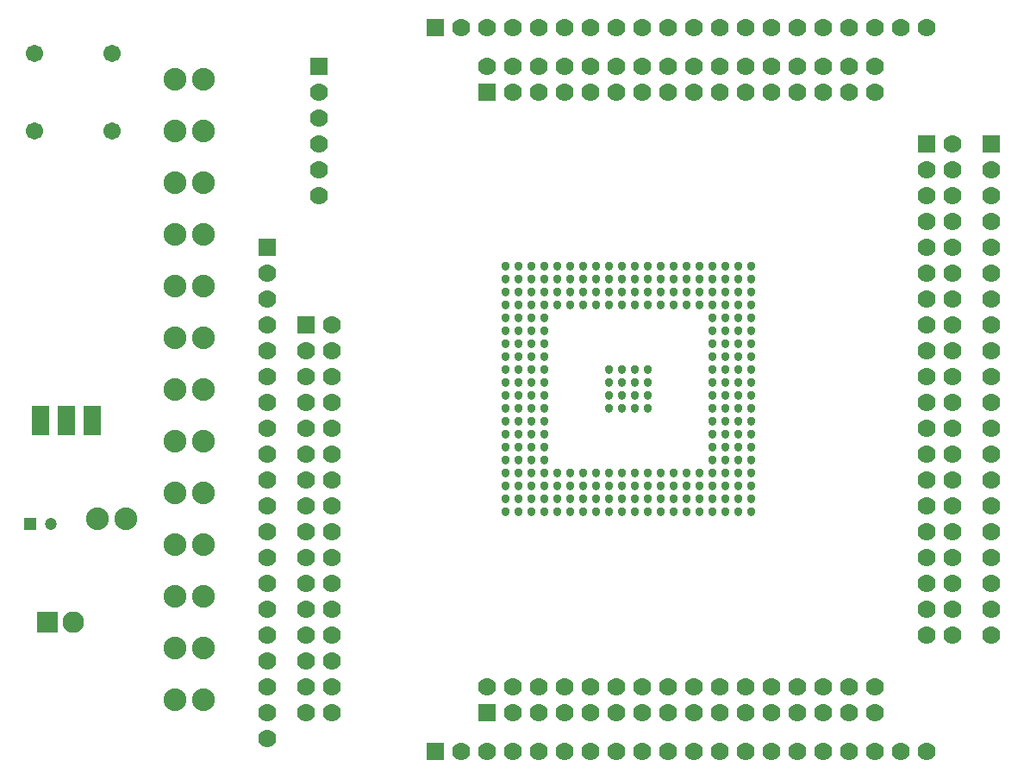
<source format=gts>
G04 Layer: TopSolderMaskLayer*
G04 EasyEDA v5.9.42, Mon, 25 Mar 2019 10:54:48 GMT*
G04 9ec46c63b194450d96f21d754a7bc232*
G04 Gerber Generator version 0.2*
G04 Scale: 100 percent, Rotated: No, Reflected: No *
G04 Dimensions in inches *
G04 leading zeros omitted , absolute positions ,2 integer and 4 decimal *
%FSLAX24Y24*%
%MOIN*%
G90*
G70D02*

%ADD28C,0.088000*%
%ADD29R,0.070000X0.070000*%
%ADD30C,0.070000*%
%ADD31R,0.067700X0.115500*%
%ADD32R,0.047370X0.047370*%
%ADD33C,0.047370*%
%ADD34R,0.082803X0.082803*%
%ADD35C,0.082803*%
%ADD36C,0.067050*%

%LPD*%
G36*
G01X20223Y19715D02*
G01X20203Y19715D01*
G01X20185Y19719D01*
G01X20168Y19725D01*
G01X20150Y19732D01*
G01X20132Y19742D01*
G01X20118Y19755D01*
G01X20103Y19769D01*
G01X20092Y19784D01*
G01X20081Y19802D01*
G01X20075Y19817D01*
G01X20068Y19836D01*
G01X20064Y19857D01*
G01X20064Y19876D01*
G01X20064Y19894D01*
G01X20068Y19913D01*
G01X20075Y19932D01*
G01X20081Y19950D01*
G01X20092Y19967D01*
G01X20103Y19982D01*
G01X20118Y19996D01*
G01X20132Y20007D01*
G01X20150Y20017D01*
G01X20167Y20025D01*
G01X20185Y20032D01*
G01X20206Y20034D01*
G01X20223Y20036D01*
G01X20243Y20034D01*
G01X20263Y20032D01*
G01X20281Y20025D01*
G01X20297Y20017D01*
G01X20314Y20007D01*
G01X20331Y19996D01*
G01X20344Y19982D01*
G01X20356Y19967D01*
G01X20367Y19950D01*
G01X20375Y19930D01*
G01X20380Y19913D01*
G01X20384Y19896D01*
G01X20385Y19876D01*
G01X20384Y19855D01*
G01X20380Y19836D01*
G01X20375Y19819D01*
G01X20367Y19802D01*
G01X20356Y19784D01*
G01X20344Y19769D01*
G01X20331Y19755D01*
G01X20314Y19742D01*
G01X20297Y19732D01*
G01X20281Y19725D01*
G01X20263Y19719D01*
G01X20244Y19715D01*
G01X20223Y19715D01*
G37*
G36*
G01X20723Y19715D02*
G01X20703Y19715D01*
G01X20685Y19719D01*
G01X20668Y19725D01*
G01X20650Y19732D01*
G01X20632Y19742D01*
G01X20618Y19755D01*
G01X20603Y19769D01*
G01X20592Y19784D01*
G01X20581Y19802D01*
G01X20575Y19817D01*
G01X20568Y19836D01*
G01X20564Y19857D01*
G01X20564Y19876D01*
G01X20564Y19894D01*
G01X20568Y19913D01*
G01X20575Y19932D01*
G01X20581Y19950D01*
G01X20592Y19967D01*
G01X20603Y19982D01*
G01X20618Y19996D01*
G01X20632Y20007D01*
G01X20650Y20017D01*
G01X20667Y20025D01*
G01X20685Y20032D01*
G01X20706Y20034D01*
G01X20723Y20036D01*
G01X20743Y20034D01*
G01X20763Y20032D01*
G01X20781Y20025D01*
G01X20797Y20017D01*
G01X20814Y20007D01*
G01X20831Y19996D01*
G01X20844Y19982D01*
G01X20856Y19967D01*
G01X20867Y19950D01*
G01X20875Y19930D01*
G01X20880Y19913D01*
G01X20884Y19896D01*
G01X20885Y19876D01*
G01X20884Y19855D01*
G01X20880Y19836D01*
G01X20875Y19819D01*
G01X20867Y19802D01*
G01X20856Y19784D01*
G01X20844Y19769D01*
G01X20831Y19755D01*
G01X20814Y19742D01*
G01X20797Y19732D01*
G01X20781Y19725D01*
G01X20763Y19719D01*
G01X20744Y19715D01*
G01X20723Y19715D01*
G37*
G36*
G01X21223Y19715D02*
G01X21203Y19715D01*
G01X21185Y19719D01*
G01X21168Y19725D01*
G01X21150Y19732D01*
G01X21132Y19742D01*
G01X21118Y19755D01*
G01X21103Y19769D01*
G01X21092Y19784D01*
G01X21081Y19802D01*
G01X21075Y19817D01*
G01X21068Y19836D01*
G01X21064Y19857D01*
G01X21064Y19876D01*
G01X21064Y19894D01*
G01X21068Y19913D01*
G01X21075Y19932D01*
G01X21081Y19950D01*
G01X21092Y19967D01*
G01X21103Y19982D01*
G01X21118Y19996D01*
G01X21132Y20007D01*
G01X21150Y20017D01*
G01X21167Y20025D01*
G01X21185Y20032D01*
G01X21206Y20034D01*
G01X21223Y20036D01*
G01X21243Y20034D01*
G01X21263Y20032D01*
G01X21281Y20025D01*
G01X21297Y20017D01*
G01X21314Y20007D01*
G01X21331Y19996D01*
G01X21344Y19982D01*
G01X21356Y19967D01*
G01X21367Y19950D01*
G01X21375Y19930D01*
G01X21380Y19913D01*
G01X21384Y19896D01*
G01X21385Y19876D01*
G01X21384Y19855D01*
G01X21380Y19836D01*
G01X21375Y19819D01*
G01X21367Y19802D01*
G01X21356Y19784D01*
G01X21344Y19769D01*
G01X21331Y19755D01*
G01X21314Y19742D01*
G01X21297Y19732D01*
G01X21281Y19725D01*
G01X21263Y19719D01*
G01X21244Y19715D01*
G01X21223Y19715D01*
G37*
G36*
G01X21723Y19715D02*
G01X21703Y19715D01*
G01X21685Y19719D01*
G01X21668Y19725D01*
G01X21650Y19732D01*
G01X21632Y19742D01*
G01X21618Y19755D01*
G01X21603Y19769D01*
G01X21592Y19784D01*
G01X21581Y19802D01*
G01X21575Y19817D01*
G01X21568Y19836D01*
G01X21564Y19857D01*
G01X21564Y19876D01*
G01X21564Y19894D01*
G01X21568Y19913D01*
G01X21575Y19932D01*
G01X21581Y19950D01*
G01X21592Y19967D01*
G01X21603Y19982D01*
G01X21618Y19996D01*
G01X21632Y20007D01*
G01X21650Y20017D01*
G01X21667Y20025D01*
G01X21685Y20032D01*
G01X21706Y20034D01*
G01X21723Y20036D01*
G01X21743Y20034D01*
G01X21763Y20032D01*
G01X21781Y20025D01*
G01X21797Y20017D01*
G01X21814Y20007D01*
G01X21831Y19996D01*
G01X21844Y19982D01*
G01X21856Y19967D01*
G01X21867Y19950D01*
G01X21875Y19930D01*
G01X21880Y19913D01*
G01X21884Y19896D01*
G01X21885Y19876D01*
G01X21884Y19855D01*
G01X21880Y19836D01*
G01X21875Y19819D01*
G01X21867Y19802D01*
G01X21856Y19784D01*
G01X21844Y19769D01*
G01X21831Y19755D01*
G01X21814Y19742D01*
G01X21797Y19732D01*
G01X21781Y19725D01*
G01X21763Y19719D01*
G01X21744Y19715D01*
G01X21723Y19715D01*
G37*
G36*
G01X22223Y19715D02*
G01X22203Y19715D01*
G01X22185Y19719D01*
G01X22168Y19725D01*
G01X22150Y19732D01*
G01X22132Y19742D01*
G01X22118Y19755D01*
G01X22103Y19769D01*
G01X22092Y19784D01*
G01X22081Y19802D01*
G01X22075Y19817D01*
G01X22068Y19836D01*
G01X22064Y19857D01*
G01X22064Y19876D01*
G01X22064Y19894D01*
G01X22068Y19913D01*
G01X22075Y19932D01*
G01X22081Y19950D01*
G01X22092Y19967D01*
G01X22103Y19982D01*
G01X22118Y19996D01*
G01X22132Y20007D01*
G01X22150Y20017D01*
G01X22167Y20025D01*
G01X22185Y20032D01*
G01X22206Y20034D01*
G01X22223Y20036D01*
G01X22243Y20034D01*
G01X22263Y20032D01*
G01X22281Y20025D01*
G01X22297Y20017D01*
G01X22314Y20007D01*
G01X22331Y19996D01*
G01X22344Y19982D01*
G01X22356Y19967D01*
G01X22367Y19950D01*
G01X22375Y19930D01*
G01X22380Y19913D01*
G01X22384Y19896D01*
G01X22385Y19876D01*
G01X22384Y19855D01*
G01X22380Y19836D01*
G01X22375Y19819D01*
G01X22367Y19802D01*
G01X22356Y19784D01*
G01X22344Y19769D01*
G01X22331Y19755D01*
G01X22314Y19742D01*
G01X22297Y19732D01*
G01X22281Y19725D01*
G01X22263Y19719D01*
G01X22244Y19715D01*
G01X22223Y19715D01*
G37*
G36*
G01X22723Y19715D02*
G01X22703Y19715D01*
G01X22685Y19719D01*
G01X22668Y19725D01*
G01X22650Y19732D01*
G01X22632Y19742D01*
G01X22618Y19755D01*
G01X22603Y19769D01*
G01X22592Y19784D01*
G01X22581Y19802D01*
G01X22575Y19817D01*
G01X22568Y19836D01*
G01X22564Y19857D01*
G01X22564Y19876D01*
G01X22564Y19894D01*
G01X22568Y19913D01*
G01X22575Y19932D01*
G01X22581Y19950D01*
G01X22592Y19967D01*
G01X22603Y19982D01*
G01X22618Y19996D01*
G01X22632Y20007D01*
G01X22650Y20017D01*
G01X22667Y20025D01*
G01X22685Y20032D01*
G01X22706Y20034D01*
G01X22723Y20036D01*
G01X22743Y20034D01*
G01X22763Y20032D01*
G01X22781Y20025D01*
G01X22797Y20017D01*
G01X22814Y20007D01*
G01X22831Y19996D01*
G01X22844Y19982D01*
G01X22856Y19967D01*
G01X22867Y19950D01*
G01X22875Y19930D01*
G01X22880Y19913D01*
G01X22884Y19896D01*
G01X22885Y19876D01*
G01X22884Y19855D01*
G01X22880Y19836D01*
G01X22875Y19819D01*
G01X22867Y19802D01*
G01X22856Y19784D01*
G01X22844Y19769D01*
G01X22831Y19755D01*
G01X22814Y19742D01*
G01X22797Y19732D01*
G01X22781Y19725D01*
G01X22763Y19719D01*
G01X22744Y19715D01*
G01X22723Y19715D01*
G37*
G36*
G01X23223Y19715D02*
G01X23203Y19715D01*
G01X23185Y19719D01*
G01X23168Y19725D01*
G01X23150Y19732D01*
G01X23132Y19742D01*
G01X23118Y19755D01*
G01X23103Y19769D01*
G01X23092Y19784D01*
G01X23081Y19802D01*
G01X23075Y19817D01*
G01X23068Y19836D01*
G01X23064Y19857D01*
G01X23064Y19876D01*
G01X23064Y19894D01*
G01X23068Y19913D01*
G01X23075Y19932D01*
G01X23081Y19950D01*
G01X23092Y19967D01*
G01X23103Y19982D01*
G01X23118Y19996D01*
G01X23132Y20007D01*
G01X23150Y20017D01*
G01X23167Y20025D01*
G01X23185Y20032D01*
G01X23206Y20034D01*
G01X23223Y20036D01*
G01X23243Y20034D01*
G01X23263Y20032D01*
G01X23281Y20025D01*
G01X23297Y20017D01*
G01X23314Y20007D01*
G01X23331Y19996D01*
G01X23344Y19982D01*
G01X23356Y19967D01*
G01X23367Y19950D01*
G01X23375Y19930D01*
G01X23380Y19913D01*
G01X23384Y19896D01*
G01X23385Y19876D01*
G01X23384Y19855D01*
G01X23380Y19836D01*
G01X23375Y19819D01*
G01X23367Y19802D01*
G01X23356Y19784D01*
G01X23344Y19769D01*
G01X23331Y19755D01*
G01X23314Y19742D01*
G01X23297Y19732D01*
G01X23281Y19725D01*
G01X23263Y19719D01*
G01X23244Y19715D01*
G01X23223Y19715D01*
G37*
G36*
G01X23723Y19715D02*
G01X23703Y19715D01*
G01X23685Y19719D01*
G01X23668Y19725D01*
G01X23650Y19732D01*
G01X23632Y19742D01*
G01X23618Y19755D01*
G01X23603Y19769D01*
G01X23592Y19784D01*
G01X23581Y19802D01*
G01X23575Y19817D01*
G01X23568Y19836D01*
G01X23564Y19857D01*
G01X23564Y19876D01*
G01X23564Y19894D01*
G01X23568Y19913D01*
G01X23575Y19932D01*
G01X23581Y19950D01*
G01X23592Y19967D01*
G01X23603Y19982D01*
G01X23618Y19996D01*
G01X23632Y20007D01*
G01X23650Y20017D01*
G01X23667Y20025D01*
G01X23685Y20032D01*
G01X23706Y20034D01*
G01X23723Y20036D01*
G01X23743Y20034D01*
G01X23763Y20032D01*
G01X23781Y20025D01*
G01X23797Y20017D01*
G01X23814Y20007D01*
G01X23831Y19996D01*
G01X23844Y19982D01*
G01X23856Y19967D01*
G01X23867Y19950D01*
G01X23875Y19930D01*
G01X23880Y19913D01*
G01X23884Y19896D01*
G01X23885Y19876D01*
G01X23884Y19855D01*
G01X23880Y19836D01*
G01X23875Y19819D01*
G01X23867Y19802D01*
G01X23856Y19784D01*
G01X23844Y19769D01*
G01X23831Y19755D01*
G01X23814Y19742D01*
G01X23797Y19732D01*
G01X23781Y19725D01*
G01X23763Y19719D01*
G01X23744Y19715D01*
G01X23723Y19715D01*
G37*
G36*
G01X24223Y19715D02*
G01X24203Y19715D01*
G01X24185Y19719D01*
G01X24168Y19725D01*
G01X24150Y19732D01*
G01X24132Y19742D01*
G01X24118Y19755D01*
G01X24103Y19769D01*
G01X24092Y19784D01*
G01X24081Y19802D01*
G01X24075Y19817D01*
G01X24068Y19836D01*
G01X24064Y19857D01*
G01X24064Y19876D01*
G01X24064Y19894D01*
G01X24068Y19913D01*
G01X24075Y19932D01*
G01X24081Y19950D01*
G01X24092Y19967D01*
G01X24103Y19982D01*
G01X24118Y19996D01*
G01X24132Y20007D01*
G01X24150Y20017D01*
G01X24167Y20025D01*
G01X24185Y20032D01*
G01X24206Y20034D01*
G01X24223Y20036D01*
G01X24243Y20034D01*
G01X24263Y20032D01*
G01X24281Y20025D01*
G01X24297Y20017D01*
G01X24314Y20007D01*
G01X24331Y19996D01*
G01X24344Y19982D01*
G01X24356Y19967D01*
G01X24367Y19950D01*
G01X24375Y19930D01*
G01X24380Y19913D01*
G01X24384Y19896D01*
G01X24385Y19876D01*
G01X24384Y19855D01*
G01X24380Y19836D01*
G01X24375Y19819D01*
G01X24367Y19802D01*
G01X24356Y19784D01*
G01X24344Y19769D01*
G01X24331Y19755D01*
G01X24314Y19742D01*
G01X24297Y19732D01*
G01X24281Y19725D01*
G01X24263Y19719D01*
G01X24244Y19715D01*
G01X24223Y19715D01*
G37*
G36*
G01X24723Y19715D02*
G01X24703Y19715D01*
G01X24685Y19719D01*
G01X24668Y19725D01*
G01X24650Y19732D01*
G01X24632Y19742D01*
G01X24618Y19755D01*
G01X24603Y19769D01*
G01X24592Y19784D01*
G01X24581Y19802D01*
G01X24575Y19817D01*
G01X24568Y19836D01*
G01X24564Y19857D01*
G01X24564Y19876D01*
G01X24564Y19894D01*
G01X24568Y19913D01*
G01X24575Y19932D01*
G01X24581Y19950D01*
G01X24592Y19967D01*
G01X24603Y19982D01*
G01X24618Y19996D01*
G01X24632Y20007D01*
G01X24650Y20017D01*
G01X24667Y20025D01*
G01X24685Y20032D01*
G01X24706Y20034D01*
G01X24723Y20036D01*
G01X24743Y20034D01*
G01X24763Y20032D01*
G01X24781Y20025D01*
G01X24797Y20017D01*
G01X24814Y20007D01*
G01X24831Y19996D01*
G01X24844Y19982D01*
G01X24856Y19967D01*
G01X24867Y19950D01*
G01X24875Y19930D01*
G01X24880Y19913D01*
G01X24884Y19896D01*
G01X24885Y19876D01*
G01X24884Y19855D01*
G01X24880Y19836D01*
G01X24875Y19819D01*
G01X24867Y19802D01*
G01X24856Y19784D01*
G01X24844Y19769D01*
G01X24831Y19755D01*
G01X24814Y19742D01*
G01X24797Y19732D01*
G01X24781Y19725D01*
G01X24763Y19719D01*
G01X24744Y19715D01*
G01X24723Y19715D01*
G37*
G36*
G01X25223Y19715D02*
G01X25203Y19715D01*
G01X25185Y19719D01*
G01X25168Y19725D01*
G01X25150Y19732D01*
G01X25132Y19742D01*
G01X25118Y19755D01*
G01X25103Y19769D01*
G01X25092Y19784D01*
G01X25081Y19802D01*
G01X25075Y19817D01*
G01X25068Y19836D01*
G01X25064Y19857D01*
G01X25064Y19876D01*
G01X25064Y19894D01*
G01X25068Y19913D01*
G01X25075Y19932D01*
G01X25081Y19950D01*
G01X25092Y19967D01*
G01X25103Y19982D01*
G01X25118Y19996D01*
G01X25132Y20007D01*
G01X25150Y20017D01*
G01X25167Y20025D01*
G01X25185Y20032D01*
G01X25206Y20034D01*
G01X25223Y20036D01*
G01X25243Y20034D01*
G01X25263Y20032D01*
G01X25281Y20025D01*
G01X25297Y20017D01*
G01X25314Y20007D01*
G01X25331Y19996D01*
G01X25344Y19982D01*
G01X25356Y19967D01*
G01X25367Y19950D01*
G01X25375Y19930D01*
G01X25380Y19913D01*
G01X25384Y19896D01*
G01X25385Y19876D01*
G01X25384Y19855D01*
G01X25380Y19836D01*
G01X25375Y19819D01*
G01X25367Y19802D01*
G01X25356Y19784D01*
G01X25344Y19769D01*
G01X25331Y19755D01*
G01X25314Y19742D01*
G01X25297Y19732D01*
G01X25281Y19725D01*
G01X25263Y19719D01*
G01X25244Y19715D01*
G01X25223Y19715D01*
G37*
G36*
G01X25723Y19715D02*
G01X25703Y19715D01*
G01X25685Y19719D01*
G01X25668Y19725D01*
G01X25650Y19732D01*
G01X25632Y19742D01*
G01X25618Y19755D01*
G01X25603Y19769D01*
G01X25592Y19784D01*
G01X25581Y19802D01*
G01X25575Y19817D01*
G01X25568Y19836D01*
G01X25564Y19857D01*
G01X25564Y19876D01*
G01X25564Y19894D01*
G01X25568Y19913D01*
G01X25575Y19932D01*
G01X25581Y19950D01*
G01X25592Y19967D01*
G01X25603Y19982D01*
G01X25618Y19996D01*
G01X25632Y20007D01*
G01X25650Y20017D01*
G01X25667Y20025D01*
G01X25685Y20032D01*
G01X25706Y20034D01*
G01X25723Y20036D01*
G01X25743Y20034D01*
G01X25763Y20032D01*
G01X25781Y20025D01*
G01X25797Y20017D01*
G01X25814Y20007D01*
G01X25831Y19996D01*
G01X25844Y19982D01*
G01X25856Y19967D01*
G01X25867Y19950D01*
G01X25875Y19930D01*
G01X25880Y19913D01*
G01X25884Y19896D01*
G01X25885Y19876D01*
G01X25884Y19855D01*
G01X25880Y19836D01*
G01X25875Y19819D01*
G01X25867Y19802D01*
G01X25856Y19784D01*
G01X25844Y19769D01*
G01X25831Y19755D01*
G01X25814Y19742D01*
G01X25797Y19732D01*
G01X25781Y19725D01*
G01X25763Y19719D01*
G01X25744Y19715D01*
G01X25723Y19715D01*
G37*
G36*
G01X26223Y19715D02*
G01X26203Y19715D01*
G01X26185Y19719D01*
G01X26168Y19725D01*
G01X26150Y19732D01*
G01X26132Y19742D01*
G01X26118Y19755D01*
G01X26103Y19769D01*
G01X26092Y19784D01*
G01X26081Y19802D01*
G01X26075Y19817D01*
G01X26068Y19836D01*
G01X26064Y19857D01*
G01X26064Y19876D01*
G01X26064Y19894D01*
G01X26068Y19913D01*
G01X26075Y19932D01*
G01X26081Y19950D01*
G01X26092Y19967D01*
G01X26103Y19982D01*
G01X26118Y19996D01*
G01X26132Y20007D01*
G01X26150Y20017D01*
G01X26167Y20025D01*
G01X26185Y20032D01*
G01X26206Y20034D01*
G01X26223Y20036D01*
G01X26243Y20034D01*
G01X26263Y20032D01*
G01X26281Y20025D01*
G01X26297Y20017D01*
G01X26314Y20007D01*
G01X26331Y19996D01*
G01X26344Y19982D01*
G01X26356Y19967D01*
G01X26367Y19950D01*
G01X26375Y19930D01*
G01X26380Y19913D01*
G01X26384Y19896D01*
G01X26385Y19876D01*
G01X26384Y19855D01*
G01X26380Y19836D01*
G01X26375Y19819D01*
G01X26367Y19802D01*
G01X26356Y19784D01*
G01X26344Y19769D01*
G01X26331Y19755D01*
G01X26314Y19742D01*
G01X26297Y19732D01*
G01X26281Y19725D01*
G01X26263Y19719D01*
G01X26244Y19715D01*
G01X26223Y19715D01*
G37*
G36*
G01X26723Y19715D02*
G01X26703Y19715D01*
G01X26685Y19719D01*
G01X26668Y19725D01*
G01X26650Y19732D01*
G01X26632Y19742D01*
G01X26618Y19755D01*
G01X26603Y19769D01*
G01X26592Y19784D01*
G01X26581Y19802D01*
G01X26575Y19817D01*
G01X26568Y19836D01*
G01X26564Y19857D01*
G01X26564Y19876D01*
G01X26564Y19894D01*
G01X26568Y19913D01*
G01X26575Y19932D01*
G01X26581Y19950D01*
G01X26592Y19967D01*
G01X26603Y19982D01*
G01X26618Y19996D01*
G01X26632Y20007D01*
G01X26650Y20017D01*
G01X26667Y20025D01*
G01X26685Y20032D01*
G01X26706Y20034D01*
G01X26723Y20036D01*
G01X26743Y20034D01*
G01X26763Y20032D01*
G01X26781Y20025D01*
G01X26797Y20017D01*
G01X26814Y20007D01*
G01X26831Y19996D01*
G01X26844Y19982D01*
G01X26856Y19967D01*
G01X26867Y19950D01*
G01X26875Y19930D01*
G01X26880Y19913D01*
G01X26884Y19896D01*
G01X26885Y19876D01*
G01X26884Y19855D01*
G01X26880Y19836D01*
G01X26875Y19819D01*
G01X26867Y19802D01*
G01X26856Y19784D01*
G01X26844Y19769D01*
G01X26831Y19755D01*
G01X26814Y19742D01*
G01X26797Y19732D01*
G01X26781Y19725D01*
G01X26763Y19719D01*
G01X26744Y19715D01*
G01X26723Y19715D01*
G37*
G36*
G01X27223Y19715D02*
G01X27203Y19715D01*
G01X27185Y19719D01*
G01X27168Y19725D01*
G01X27150Y19732D01*
G01X27132Y19742D01*
G01X27118Y19755D01*
G01X27103Y19769D01*
G01X27092Y19784D01*
G01X27081Y19802D01*
G01X27075Y19817D01*
G01X27068Y19836D01*
G01X27064Y19857D01*
G01X27064Y19876D01*
G01X27064Y19894D01*
G01X27068Y19913D01*
G01X27075Y19932D01*
G01X27081Y19950D01*
G01X27092Y19967D01*
G01X27103Y19982D01*
G01X27118Y19996D01*
G01X27132Y20007D01*
G01X27150Y20017D01*
G01X27167Y20025D01*
G01X27185Y20032D01*
G01X27206Y20034D01*
G01X27223Y20036D01*
G01X27243Y20034D01*
G01X27263Y20032D01*
G01X27281Y20025D01*
G01X27297Y20017D01*
G01X27314Y20007D01*
G01X27331Y19996D01*
G01X27344Y19982D01*
G01X27356Y19967D01*
G01X27367Y19950D01*
G01X27375Y19930D01*
G01X27380Y19913D01*
G01X27384Y19896D01*
G01X27385Y19876D01*
G01X27384Y19855D01*
G01X27380Y19836D01*
G01X27375Y19819D01*
G01X27367Y19802D01*
G01X27356Y19784D01*
G01X27344Y19769D01*
G01X27331Y19755D01*
G01X27314Y19742D01*
G01X27297Y19732D01*
G01X27281Y19725D01*
G01X27263Y19719D01*
G01X27244Y19715D01*
G01X27223Y19715D01*
G37*
G36*
G01X27723Y19715D02*
G01X27703Y19715D01*
G01X27685Y19719D01*
G01X27668Y19725D01*
G01X27650Y19732D01*
G01X27632Y19742D01*
G01X27618Y19755D01*
G01X27603Y19769D01*
G01X27592Y19784D01*
G01X27581Y19802D01*
G01X27575Y19817D01*
G01X27568Y19836D01*
G01X27564Y19857D01*
G01X27564Y19876D01*
G01X27564Y19894D01*
G01X27568Y19913D01*
G01X27575Y19932D01*
G01X27581Y19950D01*
G01X27592Y19967D01*
G01X27603Y19982D01*
G01X27618Y19996D01*
G01X27632Y20007D01*
G01X27650Y20017D01*
G01X27667Y20025D01*
G01X27685Y20032D01*
G01X27706Y20034D01*
G01X27723Y20036D01*
G01X27743Y20034D01*
G01X27763Y20032D01*
G01X27781Y20025D01*
G01X27797Y20017D01*
G01X27814Y20007D01*
G01X27831Y19996D01*
G01X27844Y19982D01*
G01X27856Y19967D01*
G01X27867Y19950D01*
G01X27875Y19930D01*
G01X27880Y19913D01*
G01X27884Y19896D01*
G01X27885Y19876D01*
G01X27884Y19855D01*
G01X27880Y19836D01*
G01X27875Y19819D01*
G01X27867Y19802D01*
G01X27856Y19784D01*
G01X27844Y19769D01*
G01X27831Y19755D01*
G01X27814Y19742D01*
G01X27797Y19732D01*
G01X27781Y19725D01*
G01X27763Y19719D01*
G01X27744Y19715D01*
G01X27723Y19715D01*
G37*
G36*
G01X28223Y19715D02*
G01X28203Y19715D01*
G01X28185Y19719D01*
G01X28168Y19725D01*
G01X28150Y19732D01*
G01X28132Y19742D01*
G01X28118Y19755D01*
G01X28103Y19769D01*
G01X28092Y19784D01*
G01X28081Y19802D01*
G01X28075Y19817D01*
G01X28068Y19836D01*
G01X28064Y19857D01*
G01X28064Y19876D01*
G01X28064Y19894D01*
G01X28068Y19913D01*
G01X28075Y19932D01*
G01X28081Y19950D01*
G01X28092Y19967D01*
G01X28103Y19982D01*
G01X28118Y19996D01*
G01X28132Y20007D01*
G01X28150Y20017D01*
G01X28167Y20025D01*
G01X28185Y20032D01*
G01X28206Y20034D01*
G01X28223Y20036D01*
G01X28243Y20034D01*
G01X28263Y20032D01*
G01X28281Y20025D01*
G01X28297Y20017D01*
G01X28314Y20007D01*
G01X28331Y19996D01*
G01X28344Y19982D01*
G01X28356Y19967D01*
G01X28367Y19950D01*
G01X28375Y19930D01*
G01X28380Y19913D01*
G01X28384Y19896D01*
G01X28385Y19876D01*
G01X28384Y19855D01*
G01X28380Y19836D01*
G01X28375Y19819D01*
G01X28367Y19802D01*
G01X28356Y19784D01*
G01X28344Y19769D01*
G01X28331Y19755D01*
G01X28314Y19742D01*
G01X28297Y19732D01*
G01X28281Y19725D01*
G01X28263Y19719D01*
G01X28244Y19715D01*
G01X28223Y19715D01*
G37*
G36*
G01X28723Y19715D02*
G01X28703Y19715D01*
G01X28685Y19719D01*
G01X28668Y19725D01*
G01X28650Y19732D01*
G01X28632Y19742D01*
G01X28618Y19755D01*
G01X28603Y19769D01*
G01X28592Y19784D01*
G01X28581Y19802D01*
G01X28575Y19817D01*
G01X28568Y19836D01*
G01X28564Y19857D01*
G01X28564Y19876D01*
G01X28564Y19894D01*
G01X28568Y19913D01*
G01X28575Y19932D01*
G01X28581Y19950D01*
G01X28592Y19967D01*
G01X28603Y19982D01*
G01X28618Y19996D01*
G01X28632Y20007D01*
G01X28650Y20017D01*
G01X28667Y20025D01*
G01X28685Y20032D01*
G01X28706Y20034D01*
G01X28723Y20036D01*
G01X28743Y20034D01*
G01X28763Y20032D01*
G01X28781Y20025D01*
G01X28797Y20017D01*
G01X28814Y20007D01*
G01X28831Y19996D01*
G01X28844Y19982D01*
G01X28856Y19967D01*
G01X28867Y19950D01*
G01X28875Y19930D01*
G01X28880Y19913D01*
G01X28884Y19896D01*
G01X28885Y19876D01*
G01X28884Y19855D01*
G01X28880Y19836D01*
G01X28875Y19819D01*
G01X28867Y19802D01*
G01X28856Y19784D01*
G01X28844Y19769D01*
G01X28831Y19755D01*
G01X28814Y19742D01*
G01X28797Y19732D01*
G01X28781Y19725D01*
G01X28763Y19719D01*
G01X28744Y19715D01*
G01X28723Y19715D01*
G37*
G36*
G01X29223Y19715D02*
G01X29203Y19715D01*
G01X29185Y19719D01*
G01X29168Y19725D01*
G01X29150Y19732D01*
G01X29132Y19742D01*
G01X29118Y19755D01*
G01X29103Y19769D01*
G01X29092Y19784D01*
G01X29081Y19802D01*
G01X29075Y19817D01*
G01X29068Y19836D01*
G01X29064Y19857D01*
G01X29064Y19876D01*
G01X29064Y19894D01*
G01X29068Y19913D01*
G01X29075Y19932D01*
G01X29081Y19950D01*
G01X29092Y19967D01*
G01X29103Y19982D01*
G01X29118Y19996D01*
G01X29132Y20007D01*
G01X29150Y20017D01*
G01X29167Y20025D01*
G01X29185Y20032D01*
G01X29206Y20034D01*
G01X29223Y20036D01*
G01X29243Y20034D01*
G01X29263Y20032D01*
G01X29281Y20025D01*
G01X29297Y20017D01*
G01X29314Y20007D01*
G01X29331Y19996D01*
G01X29344Y19982D01*
G01X29356Y19967D01*
G01X29367Y19950D01*
G01X29375Y19930D01*
G01X29380Y19913D01*
G01X29384Y19896D01*
G01X29385Y19876D01*
G01X29384Y19855D01*
G01X29380Y19836D01*
G01X29375Y19819D01*
G01X29367Y19802D01*
G01X29356Y19784D01*
G01X29344Y19769D01*
G01X29331Y19755D01*
G01X29314Y19742D01*
G01X29297Y19732D01*
G01X29281Y19725D01*
G01X29263Y19719D01*
G01X29244Y19715D01*
G01X29223Y19715D01*
G37*
G36*
G01X29723Y19715D02*
G01X29703Y19715D01*
G01X29685Y19719D01*
G01X29668Y19725D01*
G01X29650Y19732D01*
G01X29632Y19742D01*
G01X29618Y19755D01*
G01X29603Y19769D01*
G01X29592Y19784D01*
G01X29581Y19802D01*
G01X29575Y19817D01*
G01X29568Y19836D01*
G01X29564Y19857D01*
G01X29564Y19876D01*
G01X29564Y19894D01*
G01X29568Y19913D01*
G01X29575Y19932D01*
G01X29581Y19950D01*
G01X29592Y19967D01*
G01X29603Y19982D01*
G01X29618Y19996D01*
G01X29632Y20007D01*
G01X29650Y20017D01*
G01X29667Y20025D01*
G01X29685Y20032D01*
G01X29706Y20034D01*
G01X29723Y20036D01*
G01X29743Y20034D01*
G01X29763Y20032D01*
G01X29781Y20025D01*
G01X29797Y20017D01*
G01X29814Y20007D01*
G01X29831Y19996D01*
G01X29844Y19982D01*
G01X29856Y19967D01*
G01X29867Y19950D01*
G01X29875Y19930D01*
G01X29880Y19913D01*
G01X29884Y19896D01*
G01X29885Y19876D01*
G01X29884Y19855D01*
G01X29880Y19836D01*
G01X29875Y19819D01*
G01X29867Y19802D01*
G01X29856Y19784D01*
G01X29844Y19769D01*
G01X29831Y19755D01*
G01X29814Y19742D01*
G01X29797Y19732D01*
G01X29781Y19725D01*
G01X29763Y19719D01*
G01X29744Y19715D01*
G01X29723Y19715D01*
G37*
G36*
G01X20223Y19215D02*
G01X20203Y19215D01*
G01X20185Y19219D01*
G01X20168Y19225D01*
G01X20150Y19232D01*
G01X20132Y19242D01*
G01X20118Y19255D01*
G01X20103Y19269D01*
G01X20092Y19284D01*
G01X20081Y19302D01*
G01X20075Y19317D01*
G01X20068Y19336D01*
G01X20064Y19357D01*
G01X20064Y19376D01*
G01X20064Y19394D01*
G01X20068Y19413D01*
G01X20075Y19432D01*
G01X20081Y19450D01*
G01X20092Y19467D01*
G01X20103Y19482D01*
G01X20118Y19496D01*
G01X20132Y19507D01*
G01X20150Y19517D01*
G01X20167Y19525D01*
G01X20185Y19532D01*
G01X20206Y19534D01*
G01X20223Y19536D01*
G01X20243Y19534D01*
G01X20263Y19532D01*
G01X20281Y19525D01*
G01X20297Y19517D01*
G01X20314Y19507D01*
G01X20331Y19496D01*
G01X20344Y19482D01*
G01X20356Y19467D01*
G01X20367Y19450D01*
G01X20375Y19430D01*
G01X20380Y19413D01*
G01X20384Y19396D01*
G01X20385Y19376D01*
G01X20384Y19355D01*
G01X20380Y19336D01*
G01X20375Y19319D01*
G01X20367Y19302D01*
G01X20356Y19284D01*
G01X20344Y19269D01*
G01X20331Y19255D01*
G01X20314Y19242D01*
G01X20297Y19232D01*
G01X20281Y19225D01*
G01X20263Y19219D01*
G01X20244Y19215D01*
G01X20223Y19215D01*
G37*
G36*
G01X20723Y19215D02*
G01X20703Y19215D01*
G01X20685Y19219D01*
G01X20668Y19225D01*
G01X20650Y19232D01*
G01X20632Y19242D01*
G01X20618Y19255D01*
G01X20603Y19269D01*
G01X20592Y19284D01*
G01X20581Y19302D01*
G01X20575Y19317D01*
G01X20568Y19336D01*
G01X20564Y19357D01*
G01X20564Y19376D01*
G01X20564Y19394D01*
G01X20568Y19413D01*
G01X20575Y19432D01*
G01X20581Y19450D01*
G01X20592Y19467D01*
G01X20603Y19482D01*
G01X20618Y19496D01*
G01X20632Y19507D01*
G01X20650Y19517D01*
G01X20667Y19525D01*
G01X20685Y19532D01*
G01X20706Y19534D01*
G01X20723Y19536D01*
G01X20743Y19534D01*
G01X20763Y19532D01*
G01X20781Y19525D01*
G01X20797Y19517D01*
G01X20814Y19507D01*
G01X20831Y19496D01*
G01X20844Y19482D01*
G01X20856Y19467D01*
G01X20867Y19450D01*
G01X20875Y19430D01*
G01X20880Y19413D01*
G01X20884Y19396D01*
G01X20885Y19376D01*
G01X20884Y19355D01*
G01X20880Y19336D01*
G01X20875Y19319D01*
G01X20867Y19302D01*
G01X20856Y19284D01*
G01X20844Y19269D01*
G01X20831Y19255D01*
G01X20814Y19242D01*
G01X20797Y19232D01*
G01X20781Y19225D01*
G01X20763Y19219D01*
G01X20744Y19215D01*
G01X20723Y19215D01*
G37*
G36*
G01X21223Y19215D02*
G01X21203Y19215D01*
G01X21185Y19219D01*
G01X21168Y19225D01*
G01X21150Y19232D01*
G01X21132Y19242D01*
G01X21118Y19255D01*
G01X21103Y19269D01*
G01X21092Y19284D01*
G01X21081Y19302D01*
G01X21075Y19317D01*
G01X21068Y19336D01*
G01X21064Y19357D01*
G01X21064Y19376D01*
G01X21064Y19394D01*
G01X21068Y19413D01*
G01X21075Y19432D01*
G01X21081Y19450D01*
G01X21092Y19467D01*
G01X21103Y19482D01*
G01X21118Y19496D01*
G01X21132Y19507D01*
G01X21150Y19517D01*
G01X21167Y19525D01*
G01X21185Y19532D01*
G01X21206Y19534D01*
G01X21223Y19536D01*
G01X21243Y19534D01*
G01X21263Y19532D01*
G01X21281Y19525D01*
G01X21297Y19517D01*
G01X21314Y19507D01*
G01X21331Y19496D01*
G01X21344Y19482D01*
G01X21356Y19467D01*
G01X21367Y19450D01*
G01X21375Y19430D01*
G01X21380Y19413D01*
G01X21384Y19396D01*
G01X21385Y19376D01*
G01X21384Y19355D01*
G01X21380Y19336D01*
G01X21375Y19319D01*
G01X21367Y19302D01*
G01X21356Y19284D01*
G01X21344Y19269D01*
G01X21331Y19255D01*
G01X21314Y19242D01*
G01X21297Y19232D01*
G01X21281Y19225D01*
G01X21263Y19219D01*
G01X21244Y19215D01*
G01X21223Y19215D01*
G37*
G36*
G01X21723Y19215D02*
G01X21703Y19215D01*
G01X21685Y19219D01*
G01X21668Y19225D01*
G01X21650Y19232D01*
G01X21632Y19242D01*
G01X21618Y19255D01*
G01X21603Y19269D01*
G01X21592Y19284D01*
G01X21581Y19302D01*
G01X21575Y19317D01*
G01X21568Y19336D01*
G01X21564Y19357D01*
G01X21564Y19376D01*
G01X21564Y19394D01*
G01X21568Y19413D01*
G01X21575Y19432D01*
G01X21581Y19450D01*
G01X21592Y19467D01*
G01X21603Y19482D01*
G01X21618Y19496D01*
G01X21632Y19507D01*
G01X21650Y19517D01*
G01X21667Y19525D01*
G01X21685Y19532D01*
G01X21706Y19534D01*
G01X21723Y19536D01*
G01X21743Y19534D01*
G01X21763Y19532D01*
G01X21781Y19525D01*
G01X21797Y19517D01*
G01X21814Y19507D01*
G01X21831Y19496D01*
G01X21844Y19482D01*
G01X21856Y19467D01*
G01X21867Y19450D01*
G01X21875Y19430D01*
G01X21880Y19413D01*
G01X21884Y19396D01*
G01X21885Y19376D01*
G01X21884Y19355D01*
G01X21880Y19336D01*
G01X21875Y19319D01*
G01X21867Y19302D01*
G01X21856Y19284D01*
G01X21844Y19269D01*
G01X21831Y19255D01*
G01X21814Y19242D01*
G01X21797Y19232D01*
G01X21781Y19225D01*
G01X21763Y19219D01*
G01X21744Y19215D01*
G01X21723Y19215D01*
G37*
G36*
G01X22223Y19215D02*
G01X22203Y19215D01*
G01X22185Y19219D01*
G01X22168Y19225D01*
G01X22150Y19232D01*
G01X22132Y19242D01*
G01X22118Y19255D01*
G01X22103Y19269D01*
G01X22092Y19284D01*
G01X22081Y19302D01*
G01X22075Y19317D01*
G01X22068Y19336D01*
G01X22064Y19357D01*
G01X22064Y19376D01*
G01X22064Y19394D01*
G01X22068Y19413D01*
G01X22075Y19432D01*
G01X22081Y19450D01*
G01X22092Y19467D01*
G01X22103Y19482D01*
G01X22118Y19496D01*
G01X22132Y19507D01*
G01X22150Y19517D01*
G01X22167Y19525D01*
G01X22185Y19532D01*
G01X22206Y19534D01*
G01X22223Y19536D01*
G01X22243Y19534D01*
G01X22263Y19532D01*
G01X22281Y19525D01*
G01X22297Y19517D01*
G01X22314Y19507D01*
G01X22331Y19496D01*
G01X22344Y19482D01*
G01X22356Y19467D01*
G01X22367Y19450D01*
G01X22375Y19430D01*
G01X22380Y19413D01*
G01X22384Y19396D01*
G01X22385Y19376D01*
G01X22384Y19355D01*
G01X22380Y19336D01*
G01X22375Y19319D01*
G01X22367Y19302D01*
G01X22356Y19284D01*
G01X22344Y19269D01*
G01X22331Y19255D01*
G01X22314Y19242D01*
G01X22297Y19232D01*
G01X22281Y19225D01*
G01X22263Y19219D01*
G01X22244Y19215D01*
G01X22223Y19215D01*
G37*
G36*
G01X22723Y19215D02*
G01X22703Y19215D01*
G01X22685Y19219D01*
G01X22668Y19225D01*
G01X22650Y19232D01*
G01X22632Y19242D01*
G01X22618Y19255D01*
G01X22603Y19269D01*
G01X22592Y19284D01*
G01X22581Y19302D01*
G01X22575Y19317D01*
G01X22568Y19336D01*
G01X22564Y19357D01*
G01X22564Y19376D01*
G01X22564Y19394D01*
G01X22568Y19413D01*
G01X22575Y19432D01*
G01X22581Y19450D01*
G01X22592Y19467D01*
G01X22603Y19482D01*
G01X22618Y19496D01*
G01X22632Y19507D01*
G01X22650Y19517D01*
G01X22667Y19525D01*
G01X22685Y19532D01*
G01X22706Y19534D01*
G01X22723Y19536D01*
G01X22743Y19534D01*
G01X22763Y19532D01*
G01X22781Y19525D01*
G01X22797Y19517D01*
G01X22814Y19507D01*
G01X22831Y19496D01*
G01X22844Y19482D01*
G01X22856Y19467D01*
G01X22867Y19450D01*
G01X22875Y19430D01*
G01X22880Y19413D01*
G01X22884Y19396D01*
G01X22885Y19376D01*
G01X22884Y19355D01*
G01X22880Y19336D01*
G01X22875Y19319D01*
G01X22867Y19302D01*
G01X22856Y19284D01*
G01X22844Y19269D01*
G01X22831Y19255D01*
G01X22814Y19242D01*
G01X22797Y19232D01*
G01X22781Y19225D01*
G01X22763Y19219D01*
G01X22744Y19215D01*
G01X22723Y19215D01*
G37*
G36*
G01X23223Y19215D02*
G01X23203Y19215D01*
G01X23185Y19219D01*
G01X23168Y19225D01*
G01X23150Y19232D01*
G01X23132Y19242D01*
G01X23118Y19255D01*
G01X23103Y19269D01*
G01X23092Y19284D01*
G01X23081Y19302D01*
G01X23075Y19317D01*
G01X23068Y19336D01*
G01X23064Y19357D01*
G01X23064Y19376D01*
G01X23064Y19394D01*
G01X23068Y19413D01*
G01X23075Y19432D01*
G01X23081Y19450D01*
G01X23092Y19467D01*
G01X23103Y19482D01*
G01X23118Y19496D01*
G01X23132Y19507D01*
G01X23150Y19517D01*
G01X23167Y19525D01*
G01X23185Y19532D01*
G01X23206Y19534D01*
G01X23223Y19536D01*
G01X23243Y19534D01*
G01X23263Y19532D01*
G01X23281Y19525D01*
G01X23297Y19517D01*
G01X23314Y19507D01*
G01X23331Y19496D01*
G01X23344Y19482D01*
G01X23356Y19467D01*
G01X23367Y19450D01*
G01X23375Y19430D01*
G01X23380Y19413D01*
G01X23384Y19396D01*
G01X23385Y19376D01*
G01X23384Y19355D01*
G01X23380Y19336D01*
G01X23375Y19319D01*
G01X23367Y19302D01*
G01X23356Y19284D01*
G01X23344Y19269D01*
G01X23331Y19255D01*
G01X23314Y19242D01*
G01X23297Y19232D01*
G01X23281Y19225D01*
G01X23263Y19219D01*
G01X23244Y19215D01*
G01X23223Y19215D01*
G37*
G36*
G01X23723Y19215D02*
G01X23703Y19215D01*
G01X23685Y19219D01*
G01X23668Y19225D01*
G01X23650Y19232D01*
G01X23632Y19242D01*
G01X23618Y19255D01*
G01X23603Y19269D01*
G01X23592Y19284D01*
G01X23581Y19302D01*
G01X23575Y19317D01*
G01X23568Y19336D01*
G01X23564Y19357D01*
G01X23564Y19376D01*
G01X23564Y19394D01*
G01X23568Y19413D01*
G01X23575Y19432D01*
G01X23581Y19450D01*
G01X23592Y19467D01*
G01X23603Y19482D01*
G01X23618Y19496D01*
G01X23632Y19507D01*
G01X23650Y19517D01*
G01X23667Y19525D01*
G01X23685Y19532D01*
G01X23706Y19534D01*
G01X23723Y19536D01*
G01X23743Y19534D01*
G01X23763Y19532D01*
G01X23781Y19525D01*
G01X23797Y19517D01*
G01X23814Y19507D01*
G01X23831Y19496D01*
G01X23844Y19482D01*
G01X23856Y19467D01*
G01X23867Y19450D01*
G01X23875Y19430D01*
G01X23880Y19413D01*
G01X23884Y19396D01*
G01X23885Y19376D01*
G01X23884Y19355D01*
G01X23880Y19336D01*
G01X23875Y19319D01*
G01X23867Y19302D01*
G01X23856Y19284D01*
G01X23844Y19269D01*
G01X23831Y19255D01*
G01X23814Y19242D01*
G01X23797Y19232D01*
G01X23781Y19225D01*
G01X23763Y19219D01*
G01X23744Y19215D01*
G01X23723Y19215D01*
G37*
G36*
G01X24223Y19215D02*
G01X24203Y19215D01*
G01X24185Y19219D01*
G01X24168Y19225D01*
G01X24150Y19232D01*
G01X24132Y19242D01*
G01X24118Y19255D01*
G01X24103Y19269D01*
G01X24092Y19284D01*
G01X24081Y19302D01*
G01X24075Y19317D01*
G01X24068Y19336D01*
G01X24064Y19357D01*
G01X24064Y19376D01*
G01X24064Y19394D01*
G01X24068Y19413D01*
G01X24075Y19432D01*
G01X24081Y19450D01*
G01X24092Y19467D01*
G01X24103Y19482D01*
G01X24118Y19496D01*
G01X24132Y19507D01*
G01X24150Y19517D01*
G01X24167Y19525D01*
G01X24185Y19532D01*
G01X24206Y19534D01*
G01X24223Y19536D01*
G01X24243Y19534D01*
G01X24263Y19532D01*
G01X24281Y19525D01*
G01X24297Y19517D01*
G01X24314Y19507D01*
G01X24331Y19496D01*
G01X24344Y19482D01*
G01X24356Y19467D01*
G01X24367Y19450D01*
G01X24375Y19430D01*
G01X24380Y19413D01*
G01X24384Y19396D01*
G01X24385Y19376D01*
G01X24384Y19355D01*
G01X24380Y19336D01*
G01X24375Y19319D01*
G01X24367Y19302D01*
G01X24356Y19284D01*
G01X24344Y19269D01*
G01X24331Y19255D01*
G01X24314Y19242D01*
G01X24297Y19232D01*
G01X24281Y19225D01*
G01X24263Y19219D01*
G01X24244Y19215D01*
G01X24223Y19215D01*
G37*
G36*
G01X24723Y19215D02*
G01X24703Y19215D01*
G01X24685Y19219D01*
G01X24668Y19225D01*
G01X24650Y19232D01*
G01X24632Y19242D01*
G01X24618Y19255D01*
G01X24603Y19269D01*
G01X24592Y19284D01*
G01X24581Y19302D01*
G01X24575Y19317D01*
G01X24568Y19336D01*
G01X24564Y19357D01*
G01X24564Y19376D01*
G01X24564Y19394D01*
G01X24568Y19413D01*
G01X24575Y19432D01*
G01X24581Y19450D01*
G01X24592Y19467D01*
G01X24603Y19482D01*
G01X24618Y19496D01*
G01X24632Y19507D01*
G01X24650Y19517D01*
G01X24667Y19525D01*
G01X24685Y19532D01*
G01X24706Y19534D01*
G01X24723Y19536D01*
G01X24743Y19534D01*
G01X24763Y19532D01*
G01X24781Y19525D01*
G01X24797Y19517D01*
G01X24814Y19507D01*
G01X24831Y19496D01*
G01X24844Y19482D01*
G01X24856Y19467D01*
G01X24867Y19450D01*
G01X24875Y19430D01*
G01X24880Y19413D01*
G01X24884Y19396D01*
G01X24885Y19376D01*
G01X24884Y19355D01*
G01X24880Y19336D01*
G01X24875Y19319D01*
G01X24867Y19302D01*
G01X24856Y19284D01*
G01X24844Y19269D01*
G01X24831Y19255D01*
G01X24814Y19242D01*
G01X24797Y19232D01*
G01X24781Y19225D01*
G01X24763Y19219D01*
G01X24744Y19215D01*
G01X24723Y19215D01*
G37*
G36*
G01X25223Y19215D02*
G01X25203Y19215D01*
G01X25185Y19219D01*
G01X25168Y19225D01*
G01X25150Y19232D01*
G01X25132Y19242D01*
G01X25118Y19255D01*
G01X25103Y19269D01*
G01X25092Y19284D01*
G01X25081Y19302D01*
G01X25075Y19317D01*
G01X25068Y19336D01*
G01X25064Y19357D01*
G01X25064Y19376D01*
G01X25064Y19394D01*
G01X25068Y19413D01*
G01X25075Y19432D01*
G01X25081Y19450D01*
G01X25092Y19467D01*
G01X25103Y19482D01*
G01X25118Y19496D01*
G01X25132Y19507D01*
G01X25150Y19517D01*
G01X25167Y19525D01*
G01X25185Y19532D01*
G01X25206Y19534D01*
G01X25223Y19536D01*
G01X25243Y19534D01*
G01X25263Y19532D01*
G01X25281Y19525D01*
G01X25297Y19517D01*
G01X25314Y19507D01*
G01X25331Y19496D01*
G01X25344Y19482D01*
G01X25356Y19467D01*
G01X25367Y19450D01*
G01X25375Y19430D01*
G01X25380Y19413D01*
G01X25384Y19396D01*
G01X25385Y19376D01*
G01X25384Y19355D01*
G01X25380Y19336D01*
G01X25375Y19319D01*
G01X25367Y19302D01*
G01X25356Y19284D01*
G01X25344Y19269D01*
G01X25331Y19255D01*
G01X25314Y19242D01*
G01X25297Y19232D01*
G01X25281Y19225D01*
G01X25263Y19219D01*
G01X25244Y19215D01*
G01X25223Y19215D01*
G37*
G36*
G01X25723Y19215D02*
G01X25703Y19215D01*
G01X25685Y19219D01*
G01X25668Y19225D01*
G01X25650Y19232D01*
G01X25632Y19242D01*
G01X25618Y19255D01*
G01X25603Y19269D01*
G01X25592Y19284D01*
G01X25581Y19302D01*
G01X25575Y19317D01*
G01X25568Y19336D01*
G01X25564Y19357D01*
G01X25564Y19376D01*
G01X25564Y19394D01*
G01X25568Y19413D01*
G01X25575Y19432D01*
G01X25581Y19450D01*
G01X25592Y19467D01*
G01X25603Y19482D01*
G01X25618Y19496D01*
G01X25632Y19507D01*
G01X25650Y19517D01*
G01X25667Y19525D01*
G01X25685Y19532D01*
G01X25706Y19534D01*
G01X25723Y19536D01*
G01X25743Y19534D01*
G01X25763Y19532D01*
G01X25781Y19525D01*
G01X25797Y19517D01*
G01X25814Y19507D01*
G01X25831Y19496D01*
G01X25844Y19482D01*
G01X25856Y19467D01*
G01X25867Y19450D01*
G01X25875Y19430D01*
G01X25880Y19413D01*
G01X25884Y19396D01*
G01X25885Y19376D01*
G01X25884Y19355D01*
G01X25880Y19336D01*
G01X25875Y19319D01*
G01X25867Y19302D01*
G01X25856Y19284D01*
G01X25844Y19269D01*
G01X25831Y19255D01*
G01X25814Y19242D01*
G01X25797Y19232D01*
G01X25781Y19225D01*
G01X25763Y19219D01*
G01X25744Y19215D01*
G01X25723Y19215D01*
G37*
G36*
G01X26223Y19215D02*
G01X26203Y19215D01*
G01X26185Y19219D01*
G01X26168Y19225D01*
G01X26150Y19232D01*
G01X26132Y19242D01*
G01X26118Y19255D01*
G01X26103Y19269D01*
G01X26092Y19284D01*
G01X26081Y19302D01*
G01X26075Y19317D01*
G01X26068Y19336D01*
G01X26064Y19357D01*
G01X26064Y19376D01*
G01X26064Y19394D01*
G01X26068Y19413D01*
G01X26075Y19432D01*
G01X26081Y19450D01*
G01X26092Y19467D01*
G01X26103Y19482D01*
G01X26118Y19496D01*
G01X26132Y19507D01*
G01X26150Y19517D01*
G01X26167Y19525D01*
G01X26185Y19532D01*
G01X26206Y19534D01*
G01X26223Y19536D01*
G01X26243Y19534D01*
G01X26263Y19532D01*
G01X26281Y19525D01*
G01X26297Y19517D01*
G01X26314Y19507D01*
G01X26331Y19496D01*
G01X26344Y19482D01*
G01X26356Y19467D01*
G01X26367Y19450D01*
G01X26375Y19430D01*
G01X26380Y19413D01*
G01X26384Y19396D01*
G01X26385Y19376D01*
G01X26384Y19355D01*
G01X26380Y19336D01*
G01X26375Y19319D01*
G01X26367Y19302D01*
G01X26356Y19284D01*
G01X26344Y19269D01*
G01X26331Y19255D01*
G01X26314Y19242D01*
G01X26297Y19232D01*
G01X26281Y19225D01*
G01X26263Y19219D01*
G01X26244Y19215D01*
G01X26223Y19215D01*
G37*
G36*
G01X26723Y19215D02*
G01X26703Y19215D01*
G01X26685Y19219D01*
G01X26668Y19225D01*
G01X26650Y19232D01*
G01X26632Y19242D01*
G01X26618Y19255D01*
G01X26603Y19269D01*
G01X26592Y19284D01*
G01X26581Y19302D01*
G01X26575Y19317D01*
G01X26568Y19336D01*
G01X26564Y19357D01*
G01X26564Y19376D01*
G01X26564Y19394D01*
G01X26568Y19413D01*
G01X26575Y19432D01*
G01X26581Y19450D01*
G01X26592Y19467D01*
G01X26603Y19482D01*
G01X26618Y19496D01*
G01X26632Y19507D01*
G01X26650Y19517D01*
G01X26667Y19525D01*
G01X26685Y19532D01*
G01X26706Y19534D01*
G01X26723Y19536D01*
G01X26743Y19534D01*
G01X26763Y19532D01*
G01X26781Y19525D01*
G01X26797Y19517D01*
G01X26814Y19507D01*
G01X26831Y19496D01*
G01X26844Y19482D01*
G01X26856Y19467D01*
G01X26867Y19450D01*
G01X26875Y19430D01*
G01X26880Y19413D01*
G01X26884Y19396D01*
G01X26885Y19376D01*
G01X26884Y19355D01*
G01X26880Y19336D01*
G01X26875Y19319D01*
G01X26867Y19302D01*
G01X26856Y19284D01*
G01X26844Y19269D01*
G01X26831Y19255D01*
G01X26814Y19242D01*
G01X26797Y19232D01*
G01X26781Y19225D01*
G01X26763Y19219D01*
G01X26744Y19215D01*
G01X26723Y19215D01*
G37*
G36*
G01X27223Y19215D02*
G01X27203Y19215D01*
G01X27185Y19219D01*
G01X27168Y19225D01*
G01X27150Y19232D01*
G01X27132Y19242D01*
G01X27118Y19255D01*
G01X27103Y19269D01*
G01X27092Y19284D01*
G01X27081Y19302D01*
G01X27075Y19317D01*
G01X27068Y19336D01*
G01X27064Y19357D01*
G01X27064Y19376D01*
G01X27064Y19394D01*
G01X27068Y19413D01*
G01X27075Y19432D01*
G01X27081Y19450D01*
G01X27092Y19467D01*
G01X27103Y19482D01*
G01X27118Y19496D01*
G01X27132Y19507D01*
G01X27150Y19517D01*
G01X27167Y19525D01*
G01X27185Y19532D01*
G01X27206Y19534D01*
G01X27223Y19536D01*
G01X27243Y19534D01*
G01X27263Y19532D01*
G01X27281Y19525D01*
G01X27297Y19517D01*
G01X27314Y19507D01*
G01X27331Y19496D01*
G01X27344Y19482D01*
G01X27356Y19467D01*
G01X27367Y19450D01*
G01X27375Y19430D01*
G01X27380Y19413D01*
G01X27384Y19396D01*
G01X27385Y19376D01*
G01X27384Y19355D01*
G01X27380Y19336D01*
G01X27375Y19319D01*
G01X27367Y19302D01*
G01X27356Y19284D01*
G01X27344Y19269D01*
G01X27331Y19255D01*
G01X27314Y19242D01*
G01X27297Y19232D01*
G01X27281Y19225D01*
G01X27263Y19219D01*
G01X27244Y19215D01*
G01X27223Y19215D01*
G37*
G36*
G01X27723Y19215D02*
G01X27703Y19215D01*
G01X27685Y19219D01*
G01X27668Y19225D01*
G01X27650Y19232D01*
G01X27632Y19242D01*
G01X27618Y19255D01*
G01X27603Y19269D01*
G01X27592Y19284D01*
G01X27581Y19302D01*
G01X27575Y19317D01*
G01X27568Y19336D01*
G01X27564Y19357D01*
G01X27564Y19376D01*
G01X27564Y19394D01*
G01X27568Y19413D01*
G01X27575Y19432D01*
G01X27581Y19450D01*
G01X27592Y19467D01*
G01X27603Y19482D01*
G01X27618Y19496D01*
G01X27632Y19507D01*
G01X27650Y19517D01*
G01X27667Y19525D01*
G01X27685Y19532D01*
G01X27706Y19534D01*
G01X27723Y19536D01*
G01X27743Y19534D01*
G01X27763Y19532D01*
G01X27781Y19525D01*
G01X27797Y19517D01*
G01X27814Y19507D01*
G01X27831Y19496D01*
G01X27844Y19482D01*
G01X27856Y19467D01*
G01X27867Y19450D01*
G01X27875Y19430D01*
G01X27880Y19413D01*
G01X27884Y19396D01*
G01X27885Y19376D01*
G01X27884Y19355D01*
G01X27880Y19336D01*
G01X27875Y19319D01*
G01X27867Y19302D01*
G01X27856Y19284D01*
G01X27844Y19269D01*
G01X27831Y19255D01*
G01X27814Y19242D01*
G01X27797Y19232D01*
G01X27781Y19225D01*
G01X27763Y19219D01*
G01X27744Y19215D01*
G01X27723Y19215D01*
G37*
G36*
G01X28223Y19215D02*
G01X28203Y19215D01*
G01X28185Y19219D01*
G01X28168Y19225D01*
G01X28150Y19232D01*
G01X28132Y19242D01*
G01X28118Y19255D01*
G01X28103Y19269D01*
G01X28092Y19284D01*
G01X28081Y19302D01*
G01X28075Y19317D01*
G01X28068Y19336D01*
G01X28064Y19357D01*
G01X28064Y19376D01*
G01X28064Y19394D01*
G01X28068Y19413D01*
G01X28075Y19432D01*
G01X28081Y19450D01*
G01X28092Y19467D01*
G01X28103Y19482D01*
G01X28118Y19496D01*
G01X28132Y19507D01*
G01X28150Y19517D01*
G01X28167Y19525D01*
G01X28185Y19532D01*
G01X28206Y19534D01*
G01X28223Y19536D01*
G01X28243Y19534D01*
G01X28263Y19532D01*
G01X28281Y19525D01*
G01X28297Y19517D01*
G01X28314Y19507D01*
G01X28331Y19496D01*
G01X28344Y19482D01*
G01X28356Y19467D01*
G01X28367Y19450D01*
G01X28375Y19430D01*
G01X28380Y19413D01*
G01X28384Y19396D01*
G01X28385Y19376D01*
G01X28384Y19355D01*
G01X28380Y19336D01*
G01X28375Y19319D01*
G01X28367Y19302D01*
G01X28356Y19284D01*
G01X28344Y19269D01*
G01X28331Y19255D01*
G01X28314Y19242D01*
G01X28297Y19232D01*
G01X28281Y19225D01*
G01X28263Y19219D01*
G01X28244Y19215D01*
G01X28223Y19215D01*
G37*
G36*
G01X28723Y19215D02*
G01X28703Y19215D01*
G01X28685Y19219D01*
G01X28668Y19225D01*
G01X28650Y19232D01*
G01X28632Y19242D01*
G01X28618Y19255D01*
G01X28603Y19269D01*
G01X28592Y19284D01*
G01X28581Y19302D01*
G01X28575Y19317D01*
G01X28568Y19336D01*
G01X28564Y19357D01*
G01X28564Y19376D01*
G01X28564Y19394D01*
G01X28568Y19413D01*
G01X28575Y19432D01*
G01X28581Y19450D01*
G01X28592Y19467D01*
G01X28603Y19482D01*
G01X28618Y19496D01*
G01X28632Y19507D01*
G01X28650Y19517D01*
G01X28667Y19525D01*
G01X28685Y19532D01*
G01X28706Y19534D01*
G01X28723Y19536D01*
G01X28743Y19534D01*
G01X28763Y19532D01*
G01X28781Y19525D01*
G01X28797Y19517D01*
G01X28814Y19507D01*
G01X28831Y19496D01*
G01X28844Y19482D01*
G01X28856Y19467D01*
G01X28867Y19450D01*
G01X28875Y19430D01*
G01X28880Y19413D01*
G01X28884Y19396D01*
G01X28885Y19376D01*
G01X28884Y19355D01*
G01X28880Y19336D01*
G01X28875Y19319D01*
G01X28867Y19302D01*
G01X28856Y19284D01*
G01X28844Y19269D01*
G01X28831Y19255D01*
G01X28814Y19242D01*
G01X28797Y19232D01*
G01X28781Y19225D01*
G01X28763Y19219D01*
G01X28744Y19215D01*
G01X28723Y19215D01*
G37*
G36*
G01X29223Y19215D02*
G01X29203Y19215D01*
G01X29185Y19219D01*
G01X29168Y19225D01*
G01X29150Y19232D01*
G01X29132Y19242D01*
G01X29118Y19255D01*
G01X29103Y19269D01*
G01X29092Y19284D01*
G01X29081Y19302D01*
G01X29075Y19317D01*
G01X29068Y19336D01*
G01X29064Y19357D01*
G01X29064Y19376D01*
G01X29064Y19394D01*
G01X29068Y19413D01*
G01X29075Y19432D01*
G01X29081Y19450D01*
G01X29092Y19467D01*
G01X29103Y19482D01*
G01X29118Y19496D01*
G01X29132Y19507D01*
G01X29150Y19517D01*
G01X29167Y19525D01*
G01X29185Y19532D01*
G01X29206Y19534D01*
G01X29223Y19536D01*
G01X29243Y19534D01*
G01X29263Y19532D01*
G01X29281Y19525D01*
G01X29297Y19517D01*
G01X29314Y19507D01*
G01X29331Y19496D01*
G01X29344Y19482D01*
G01X29356Y19467D01*
G01X29367Y19450D01*
G01X29375Y19430D01*
G01X29380Y19413D01*
G01X29384Y19396D01*
G01X29385Y19376D01*
G01X29384Y19355D01*
G01X29380Y19336D01*
G01X29375Y19319D01*
G01X29367Y19302D01*
G01X29356Y19284D01*
G01X29344Y19269D01*
G01X29331Y19255D01*
G01X29314Y19242D01*
G01X29297Y19232D01*
G01X29281Y19225D01*
G01X29263Y19219D01*
G01X29244Y19215D01*
G01X29223Y19215D01*
G37*
G36*
G01X29723Y19215D02*
G01X29703Y19215D01*
G01X29685Y19219D01*
G01X29668Y19225D01*
G01X29650Y19232D01*
G01X29632Y19242D01*
G01X29618Y19255D01*
G01X29603Y19269D01*
G01X29592Y19284D01*
G01X29581Y19302D01*
G01X29575Y19317D01*
G01X29568Y19336D01*
G01X29564Y19357D01*
G01X29564Y19376D01*
G01X29564Y19394D01*
G01X29568Y19413D01*
G01X29575Y19432D01*
G01X29581Y19450D01*
G01X29592Y19467D01*
G01X29603Y19482D01*
G01X29618Y19496D01*
G01X29632Y19507D01*
G01X29650Y19517D01*
G01X29667Y19525D01*
G01X29685Y19532D01*
G01X29706Y19534D01*
G01X29723Y19536D01*
G01X29743Y19534D01*
G01X29763Y19532D01*
G01X29781Y19525D01*
G01X29797Y19517D01*
G01X29814Y19507D01*
G01X29831Y19496D01*
G01X29844Y19482D01*
G01X29856Y19467D01*
G01X29867Y19450D01*
G01X29875Y19430D01*
G01X29880Y19413D01*
G01X29884Y19396D01*
G01X29885Y19376D01*
G01X29884Y19355D01*
G01X29880Y19336D01*
G01X29875Y19319D01*
G01X29867Y19302D01*
G01X29856Y19284D01*
G01X29844Y19269D01*
G01X29831Y19255D01*
G01X29814Y19242D01*
G01X29797Y19232D01*
G01X29781Y19225D01*
G01X29763Y19219D01*
G01X29744Y19215D01*
G01X29723Y19215D01*
G37*
G36*
G01X20223Y18715D02*
G01X20203Y18715D01*
G01X20185Y18719D01*
G01X20168Y18725D01*
G01X20150Y18732D01*
G01X20132Y18742D01*
G01X20118Y18755D01*
G01X20103Y18769D01*
G01X20092Y18784D01*
G01X20081Y18802D01*
G01X20075Y18817D01*
G01X20068Y18836D01*
G01X20064Y18857D01*
G01X20064Y18876D01*
G01X20064Y18894D01*
G01X20068Y18913D01*
G01X20075Y18932D01*
G01X20081Y18950D01*
G01X20092Y18967D01*
G01X20103Y18982D01*
G01X20118Y18996D01*
G01X20132Y19007D01*
G01X20150Y19017D01*
G01X20167Y19025D01*
G01X20185Y19032D01*
G01X20206Y19034D01*
G01X20223Y19036D01*
G01X20243Y19034D01*
G01X20263Y19032D01*
G01X20281Y19025D01*
G01X20297Y19017D01*
G01X20314Y19007D01*
G01X20331Y18996D01*
G01X20344Y18982D01*
G01X20356Y18967D01*
G01X20367Y18950D01*
G01X20375Y18930D01*
G01X20380Y18913D01*
G01X20384Y18896D01*
G01X20385Y18876D01*
G01X20384Y18855D01*
G01X20380Y18836D01*
G01X20375Y18819D01*
G01X20367Y18802D01*
G01X20356Y18784D01*
G01X20344Y18769D01*
G01X20331Y18755D01*
G01X20314Y18742D01*
G01X20297Y18732D01*
G01X20281Y18725D01*
G01X20263Y18719D01*
G01X20244Y18715D01*
G01X20223Y18715D01*
G37*
G36*
G01X20723Y18715D02*
G01X20703Y18715D01*
G01X20685Y18719D01*
G01X20668Y18725D01*
G01X20650Y18732D01*
G01X20632Y18742D01*
G01X20618Y18755D01*
G01X20603Y18769D01*
G01X20592Y18784D01*
G01X20581Y18802D01*
G01X20575Y18817D01*
G01X20568Y18836D01*
G01X20564Y18857D01*
G01X20564Y18876D01*
G01X20564Y18894D01*
G01X20568Y18913D01*
G01X20575Y18932D01*
G01X20581Y18950D01*
G01X20592Y18967D01*
G01X20603Y18982D01*
G01X20618Y18996D01*
G01X20632Y19007D01*
G01X20650Y19017D01*
G01X20667Y19025D01*
G01X20685Y19032D01*
G01X20706Y19034D01*
G01X20723Y19036D01*
G01X20743Y19034D01*
G01X20763Y19032D01*
G01X20781Y19025D01*
G01X20797Y19017D01*
G01X20814Y19007D01*
G01X20831Y18996D01*
G01X20844Y18982D01*
G01X20856Y18967D01*
G01X20867Y18950D01*
G01X20875Y18930D01*
G01X20880Y18913D01*
G01X20884Y18896D01*
G01X20885Y18876D01*
G01X20884Y18855D01*
G01X20880Y18836D01*
G01X20875Y18819D01*
G01X20867Y18802D01*
G01X20856Y18784D01*
G01X20844Y18769D01*
G01X20831Y18755D01*
G01X20814Y18742D01*
G01X20797Y18732D01*
G01X20781Y18725D01*
G01X20763Y18719D01*
G01X20744Y18715D01*
G01X20723Y18715D01*
G37*
G36*
G01X21223Y18715D02*
G01X21203Y18715D01*
G01X21185Y18719D01*
G01X21168Y18725D01*
G01X21150Y18732D01*
G01X21132Y18742D01*
G01X21118Y18755D01*
G01X21103Y18769D01*
G01X21092Y18784D01*
G01X21081Y18802D01*
G01X21075Y18817D01*
G01X21068Y18836D01*
G01X21064Y18857D01*
G01X21064Y18876D01*
G01X21064Y18894D01*
G01X21068Y18913D01*
G01X21075Y18932D01*
G01X21081Y18950D01*
G01X21092Y18967D01*
G01X21103Y18982D01*
G01X21118Y18996D01*
G01X21132Y19007D01*
G01X21150Y19017D01*
G01X21167Y19025D01*
G01X21185Y19032D01*
G01X21206Y19034D01*
G01X21223Y19036D01*
G01X21243Y19034D01*
G01X21263Y19032D01*
G01X21281Y19025D01*
G01X21297Y19017D01*
G01X21314Y19007D01*
G01X21331Y18996D01*
G01X21344Y18982D01*
G01X21356Y18967D01*
G01X21367Y18950D01*
G01X21375Y18930D01*
G01X21380Y18913D01*
G01X21384Y18896D01*
G01X21385Y18876D01*
G01X21384Y18855D01*
G01X21380Y18836D01*
G01X21375Y18819D01*
G01X21367Y18802D01*
G01X21356Y18784D01*
G01X21344Y18769D01*
G01X21331Y18755D01*
G01X21314Y18742D01*
G01X21297Y18732D01*
G01X21281Y18725D01*
G01X21263Y18719D01*
G01X21244Y18715D01*
G01X21223Y18715D01*
G37*
G36*
G01X21723Y18715D02*
G01X21703Y18715D01*
G01X21685Y18719D01*
G01X21668Y18725D01*
G01X21650Y18732D01*
G01X21632Y18742D01*
G01X21618Y18755D01*
G01X21603Y18769D01*
G01X21592Y18784D01*
G01X21581Y18802D01*
G01X21575Y18817D01*
G01X21568Y18836D01*
G01X21564Y18857D01*
G01X21564Y18876D01*
G01X21564Y18894D01*
G01X21568Y18913D01*
G01X21575Y18932D01*
G01X21581Y18950D01*
G01X21592Y18967D01*
G01X21603Y18982D01*
G01X21618Y18996D01*
G01X21632Y19007D01*
G01X21650Y19017D01*
G01X21667Y19025D01*
G01X21685Y19032D01*
G01X21706Y19034D01*
G01X21723Y19036D01*
G01X21743Y19034D01*
G01X21763Y19032D01*
G01X21781Y19025D01*
G01X21797Y19017D01*
G01X21814Y19007D01*
G01X21831Y18996D01*
G01X21844Y18982D01*
G01X21856Y18967D01*
G01X21867Y18950D01*
G01X21875Y18930D01*
G01X21880Y18913D01*
G01X21884Y18896D01*
G01X21885Y18876D01*
G01X21884Y18855D01*
G01X21880Y18836D01*
G01X21875Y18819D01*
G01X21867Y18802D01*
G01X21856Y18784D01*
G01X21844Y18769D01*
G01X21831Y18755D01*
G01X21814Y18742D01*
G01X21797Y18732D01*
G01X21781Y18725D01*
G01X21763Y18719D01*
G01X21744Y18715D01*
G01X21723Y18715D01*
G37*
G36*
G01X22223Y18715D02*
G01X22203Y18715D01*
G01X22185Y18719D01*
G01X22168Y18725D01*
G01X22150Y18732D01*
G01X22132Y18742D01*
G01X22118Y18755D01*
G01X22103Y18769D01*
G01X22092Y18784D01*
G01X22081Y18802D01*
G01X22075Y18817D01*
G01X22068Y18836D01*
G01X22064Y18857D01*
G01X22064Y18876D01*
G01X22064Y18894D01*
G01X22068Y18913D01*
G01X22075Y18932D01*
G01X22081Y18950D01*
G01X22092Y18967D01*
G01X22103Y18982D01*
G01X22118Y18996D01*
G01X22132Y19007D01*
G01X22150Y19017D01*
G01X22167Y19025D01*
G01X22185Y19032D01*
G01X22206Y19034D01*
G01X22223Y19036D01*
G01X22243Y19034D01*
G01X22263Y19032D01*
G01X22281Y19025D01*
G01X22297Y19017D01*
G01X22314Y19007D01*
G01X22331Y18996D01*
G01X22344Y18982D01*
G01X22356Y18967D01*
G01X22367Y18950D01*
G01X22375Y18930D01*
G01X22380Y18913D01*
G01X22384Y18896D01*
G01X22385Y18876D01*
G01X22384Y18855D01*
G01X22380Y18836D01*
G01X22375Y18819D01*
G01X22367Y18802D01*
G01X22356Y18784D01*
G01X22344Y18769D01*
G01X22331Y18755D01*
G01X22314Y18742D01*
G01X22297Y18732D01*
G01X22281Y18725D01*
G01X22263Y18719D01*
G01X22244Y18715D01*
G01X22223Y18715D01*
G37*
G36*
G01X22723Y18715D02*
G01X22703Y18715D01*
G01X22685Y18719D01*
G01X22668Y18725D01*
G01X22650Y18732D01*
G01X22632Y18742D01*
G01X22618Y18755D01*
G01X22603Y18769D01*
G01X22592Y18784D01*
G01X22581Y18802D01*
G01X22575Y18817D01*
G01X22568Y18836D01*
G01X22564Y18857D01*
G01X22564Y18876D01*
G01X22564Y18894D01*
G01X22568Y18913D01*
G01X22575Y18932D01*
G01X22581Y18950D01*
G01X22592Y18967D01*
G01X22603Y18982D01*
G01X22618Y18996D01*
G01X22632Y19007D01*
G01X22650Y19017D01*
G01X22667Y19025D01*
G01X22685Y19032D01*
G01X22706Y19034D01*
G01X22723Y19036D01*
G01X22743Y19034D01*
G01X22763Y19032D01*
G01X22781Y19025D01*
G01X22797Y19017D01*
G01X22814Y19007D01*
G01X22831Y18996D01*
G01X22844Y18982D01*
G01X22856Y18967D01*
G01X22867Y18950D01*
G01X22875Y18930D01*
G01X22880Y18913D01*
G01X22884Y18896D01*
G01X22885Y18876D01*
G01X22884Y18855D01*
G01X22880Y18836D01*
G01X22875Y18819D01*
G01X22867Y18802D01*
G01X22856Y18784D01*
G01X22844Y18769D01*
G01X22831Y18755D01*
G01X22814Y18742D01*
G01X22797Y18732D01*
G01X22781Y18725D01*
G01X22763Y18719D01*
G01X22744Y18715D01*
G01X22723Y18715D01*
G37*
G36*
G01X23223Y18715D02*
G01X23203Y18715D01*
G01X23185Y18719D01*
G01X23168Y18725D01*
G01X23150Y18732D01*
G01X23132Y18742D01*
G01X23118Y18755D01*
G01X23103Y18769D01*
G01X23092Y18784D01*
G01X23081Y18802D01*
G01X23075Y18817D01*
G01X23068Y18836D01*
G01X23064Y18857D01*
G01X23064Y18876D01*
G01X23064Y18894D01*
G01X23068Y18913D01*
G01X23075Y18932D01*
G01X23081Y18950D01*
G01X23092Y18967D01*
G01X23103Y18982D01*
G01X23118Y18996D01*
G01X23132Y19007D01*
G01X23150Y19017D01*
G01X23167Y19025D01*
G01X23185Y19032D01*
G01X23206Y19034D01*
G01X23223Y19036D01*
G01X23243Y19034D01*
G01X23263Y19032D01*
G01X23281Y19025D01*
G01X23297Y19017D01*
G01X23314Y19007D01*
G01X23331Y18996D01*
G01X23344Y18982D01*
G01X23356Y18967D01*
G01X23367Y18950D01*
G01X23375Y18930D01*
G01X23380Y18913D01*
G01X23384Y18896D01*
G01X23385Y18876D01*
G01X23384Y18855D01*
G01X23380Y18836D01*
G01X23375Y18819D01*
G01X23367Y18802D01*
G01X23356Y18784D01*
G01X23344Y18769D01*
G01X23331Y18755D01*
G01X23314Y18742D01*
G01X23297Y18732D01*
G01X23281Y18725D01*
G01X23263Y18719D01*
G01X23244Y18715D01*
G01X23223Y18715D01*
G37*
G36*
G01X23723Y18715D02*
G01X23703Y18715D01*
G01X23685Y18719D01*
G01X23668Y18725D01*
G01X23650Y18732D01*
G01X23632Y18742D01*
G01X23618Y18755D01*
G01X23603Y18769D01*
G01X23592Y18784D01*
G01X23581Y18802D01*
G01X23575Y18817D01*
G01X23568Y18836D01*
G01X23564Y18857D01*
G01X23564Y18876D01*
G01X23564Y18894D01*
G01X23568Y18913D01*
G01X23575Y18932D01*
G01X23581Y18950D01*
G01X23592Y18967D01*
G01X23603Y18982D01*
G01X23618Y18996D01*
G01X23632Y19007D01*
G01X23650Y19017D01*
G01X23667Y19025D01*
G01X23685Y19032D01*
G01X23706Y19034D01*
G01X23723Y19036D01*
G01X23743Y19034D01*
G01X23763Y19032D01*
G01X23781Y19025D01*
G01X23797Y19017D01*
G01X23814Y19007D01*
G01X23831Y18996D01*
G01X23844Y18982D01*
G01X23856Y18967D01*
G01X23867Y18950D01*
G01X23875Y18930D01*
G01X23880Y18913D01*
G01X23884Y18896D01*
G01X23885Y18876D01*
G01X23884Y18855D01*
G01X23880Y18836D01*
G01X23875Y18819D01*
G01X23867Y18802D01*
G01X23856Y18784D01*
G01X23844Y18769D01*
G01X23831Y18755D01*
G01X23814Y18742D01*
G01X23797Y18732D01*
G01X23781Y18725D01*
G01X23763Y18719D01*
G01X23744Y18715D01*
G01X23723Y18715D01*
G37*
G36*
G01X24223Y18715D02*
G01X24203Y18715D01*
G01X24185Y18719D01*
G01X24168Y18725D01*
G01X24150Y18732D01*
G01X24132Y18742D01*
G01X24118Y18755D01*
G01X24103Y18769D01*
G01X24092Y18784D01*
G01X24081Y18802D01*
G01X24075Y18817D01*
G01X24068Y18836D01*
G01X24064Y18857D01*
G01X24064Y18876D01*
G01X24064Y18894D01*
G01X24068Y18913D01*
G01X24075Y18932D01*
G01X24081Y18950D01*
G01X24092Y18967D01*
G01X24103Y18982D01*
G01X24118Y18996D01*
G01X24132Y19007D01*
G01X24150Y19017D01*
G01X24167Y19025D01*
G01X24185Y19032D01*
G01X24206Y19034D01*
G01X24223Y19036D01*
G01X24243Y19034D01*
G01X24263Y19032D01*
G01X24281Y19025D01*
G01X24297Y19017D01*
G01X24314Y19007D01*
G01X24331Y18996D01*
G01X24344Y18982D01*
G01X24356Y18967D01*
G01X24367Y18950D01*
G01X24375Y18930D01*
G01X24380Y18913D01*
G01X24384Y18896D01*
G01X24385Y18876D01*
G01X24384Y18855D01*
G01X24380Y18836D01*
G01X24375Y18819D01*
G01X24367Y18802D01*
G01X24356Y18784D01*
G01X24344Y18769D01*
G01X24331Y18755D01*
G01X24314Y18742D01*
G01X24297Y18732D01*
G01X24281Y18725D01*
G01X24263Y18719D01*
G01X24244Y18715D01*
G01X24223Y18715D01*
G37*
G36*
G01X24723Y18715D02*
G01X24703Y18715D01*
G01X24685Y18719D01*
G01X24668Y18725D01*
G01X24650Y18732D01*
G01X24632Y18742D01*
G01X24618Y18755D01*
G01X24603Y18769D01*
G01X24592Y18784D01*
G01X24581Y18802D01*
G01X24575Y18817D01*
G01X24568Y18836D01*
G01X24564Y18857D01*
G01X24564Y18876D01*
G01X24564Y18894D01*
G01X24568Y18913D01*
G01X24575Y18932D01*
G01X24581Y18950D01*
G01X24592Y18967D01*
G01X24603Y18982D01*
G01X24618Y18996D01*
G01X24632Y19007D01*
G01X24650Y19017D01*
G01X24667Y19025D01*
G01X24685Y19032D01*
G01X24706Y19034D01*
G01X24723Y19036D01*
G01X24743Y19034D01*
G01X24763Y19032D01*
G01X24781Y19025D01*
G01X24797Y19017D01*
G01X24814Y19007D01*
G01X24831Y18996D01*
G01X24844Y18982D01*
G01X24856Y18967D01*
G01X24867Y18950D01*
G01X24875Y18930D01*
G01X24880Y18913D01*
G01X24884Y18896D01*
G01X24885Y18876D01*
G01X24884Y18855D01*
G01X24880Y18836D01*
G01X24875Y18819D01*
G01X24867Y18802D01*
G01X24856Y18784D01*
G01X24844Y18769D01*
G01X24831Y18755D01*
G01X24814Y18742D01*
G01X24797Y18732D01*
G01X24781Y18725D01*
G01X24763Y18719D01*
G01X24744Y18715D01*
G01X24723Y18715D01*
G37*
G36*
G01X25223Y18715D02*
G01X25203Y18715D01*
G01X25185Y18719D01*
G01X25168Y18725D01*
G01X25150Y18732D01*
G01X25132Y18742D01*
G01X25118Y18755D01*
G01X25103Y18769D01*
G01X25092Y18784D01*
G01X25081Y18802D01*
G01X25075Y18817D01*
G01X25068Y18836D01*
G01X25064Y18857D01*
G01X25064Y18876D01*
G01X25064Y18894D01*
G01X25068Y18913D01*
G01X25075Y18932D01*
G01X25081Y18950D01*
G01X25092Y18967D01*
G01X25103Y18982D01*
G01X25118Y18996D01*
G01X25132Y19007D01*
G01X25150Y19017D01*
G01X25167Y19025D01*
G01X25185Y19032D01*
G01X25206Y19034D01*
G01X25223Y19036D01*
G01X25243Y19034D01*
G01X25263Y19032D01*
G01X25281Y19025D01*
G01X25297Y19017D01*
G01X25314Y19007D01*
G01X25331Y18996D01*
G01X25344Y18982D01*
G01X25356Y18967D01*
G01X25367Y18950D01*
G01X25375Y18930D01*
G01X25380Y18913D01*
G01X25384Y18896D01*
G01X25385Y18876D01*
G01X25384Y18855D01*
G01X25380Y18836D01*
G01X25375Y18819D01*
G01X25367Y18802D01*
G01X25356Y18784D01*
G01X25344Y18769D01*
G01X25331Y18755D01*
G01X25314Y18742D01*
G01X25297Y18732D01*
G01X25281Y18725D01*
G01X25263Y18719D01*
G01X25244Y18715D01*
G01X25223Y18715D01*
G37*
G36*
G01X25723Y18715D02*
G01X25703Y18715D01*
G01X25685Y18719D01*
G01X25668Y18725D01*
G01X25650Y18732D01*
G01X25632Y18742D01*
G01X25618Y18755D01*
G01X25603Y18769D01*
G01X25592Y18784D01*
G01X25581Y18802D01*
G01X25575Y18817D01*
G01X25568Y18836D01*
G01X25564Y18857D01*
G01X25564Y18876D01*
G01X25564Y18894D01*
G01X25568Y18913D01*
G01X25575Y18932D01*
G01X25581Y18950D01*
G01X25592Y18967D01*
G01X25603Y18982D01*
G01X25618Y18996D01*
G01X25632Y19007D01*
G01X25650Y19017D01*
G01X25667Y19025D01*
G01X25685Y19032D01*
G01X25706Y19034D01*
G01X25723Y19036D01*
G01X25743Y19034D01*
G01X25763Y19032D01*
G01X25781Y19025D01*
G01X25797Y19017D01*
G01X25814Y19007D01*
G01X25831Y18996D01*
G01X25844Y18982D01*
G01X25856Y18967D01*
G01X25867Y18950D01*
G01X25875Y18930D01*
G01X25880Y18913D01*
G01X25884Y18896D01*
G01X25885Y18876D01*
G01X25884Y18855D01*
G01X25880Y18836D01*
G01X25875Y18819D01*
G01X25867Y18802D01*
G01X25856Y18784D01*
G01X25844Y18769D01*
G01X25831Y18755D01*
G01X25814Y18742D01*
G01X25797Y18732D01*
G01X25781Y18725D01*
G01X25763Y18719D01*
G01X25744Y18715D01*
G01X25723Y18715D01*
G37*
G36*
G01X26223Y18715D02*
G01X26203Y18715D01*
G01X26185Y18719D01*
G01X26168Y18725D01*
G01X26150Y18732D01*
G01X26132Y18742D01*
G01X26118Y18755D01*
G01X26103Y18769D01*
G01X26092Y18784D01*
G01X26081Y18802D01*
G01X26075Y18817D01*
G01X26068Y18836D01*
G01X26064Y18857D01*
G01X26064Y18876D01*
G01X26064Y18894D01*
G01X26068Y18913D01*
G01X26075Y18932D01*
G01X26081Y18950D01*
G01X26092Y18967D01*
G01X26103Y18982D01*
G01X26118Y18996D01*
G01X26132Y19007D01*
G01X26150Y19017D01*
G01X26167Y19025D01*
G01X26185Y19032D01*
G01X26206Y19034D01*
G01X26223Y19036D01*
G01X26243Y19034D01*
G01X26263Y19032D01*
G01X26281Y19025D01*
G01X26297Y19017D01*
G01X26314Y19007D01*
G01X26331Y18996D01*
G01X26344Y18982D01*
G01X26356Y18967D01*
G01X26367Y18950D01*
G01X26375Y18930D01*
G01X26380Y18913D01*
G01X26384Y18896D01*
G01X26385Y18876D01*
G01X26384Y18855D01*
G01X26380Y18836D01*
G01X26375Y18819D01*
G01X26367Y18802D01*
G01X26356Y18784D01*
G01X26344Y18769D01*
G01X26331Y18755D01*
G01X26314Y18742D01*
G01X26297Y18732D01*
G01X26281Y18725D01*
G01X26263Y18719D01*
G01X26244Y18715D01*
G01X26223Y18715D01*
G37*
G36*
G01X26723Y18715D02*
G01X26703Y18715D01*
G01X26685Y18719D01*
G01X26668Y18725D01*
G01X26650Y18732D01*
G01X26632Y18742D01*
G01X26618Y18755D01*
G01X26603Y18769D01*
G01X26592Y18784D01*
G01X26581Y18802D01*
G01X26575Y18817D01*
G01X26568Y18836D01*
G01X26564Y18857D01*
G01X26564Y18876D01*
G01X26564Y18894D01*
G01X26568Y18913D01*
G01X26575Y18932D01*
G01X26581Y18950D01*
G01X26592Y18967D01*
G01X26603Y18982D01*
G01X26618Y18996D01*
G01X26632Y19007D01*
G01X26650Y19017D01*
G01X26667Y19025D01*
G01X26685Y19032D01*
G01X26706Y19034D01*
G01X26723Y19036D01*
G01X26743Y19034D01*
G01X26763Y19032D01*
G01X26781Y19025D01*
G01X26797Y19017D01*
G01X26814Y19007D01*
G01X26831Y18996D01*
G01X26844Y18982D01*
G01X26856Y18967D01*
G01X26867Y18950D01*
G01X26875Y18930D01*
G01X26880Y18913D01*
G01X26884Y18896D01*
G01X26885Y18876D01*
G01X26884Y18855D01*
G01X26880Y18836D01*
G01X26875Y18819D01*
G01X26867Y18802D01*
G01X26856Y18784D01*
G01X26844Y18769D01*
G01X26831Y18755D01*
G01X26814Y18742D01*
G01X26797Y18732D01*
G01X26781Y18725D01*
G01X26763Y18719D01*
G01X26744Y18715D01*
G01X26723Y18715D01*
G37*
G36*
G01X27223Y18715D02*
G01X27203Y18715D01*
G01X27185Y18719D01*
G01X27168Y18725D01*
G01X27150Y18732D01*
G01X27132Y18742D01*
G01X27118Y18755D01*
G01X27103Y18769D01*
G01X27092Y18784D01*
G01X27081Y18802D01*
G01X27075Y18817D01*
G01X27068Y18836D01*
G01X27064Y18857D01*
G01X27064Y18876D01*
G01X27064Y18894D01*
G01X27068Y18913D01*
G01X27075Y18932D01*
G01X27081Y18950D01*
G01X27092Y18967D01*
G01X27103Y18982D01*
G01X27118Y18996D01*
G01X27132Y19007D01*
G01X27150Y19017D01*
G01X27167Y19025D01*
G01X27185Y19032D01*
G01X27206Y19034D01*
G01X27223Y19036D01*
G01X27243Y19034D01*
G01X27263Y19032D01*
G01X27281Y19025D01*
G01X27297Y19017D01*
G01X27314Y19007D01*
G01X27331Y18996D01*
G01X27344Y18982D01*
G01X27356Y18967D01*
G01X27367Y18950D01*
G01X27375Y18930D01*
G01X27380Y18913D01*
G01X27384Y18896D01*
G01X27385Y18876D01*
G01X27384Y18855D01*
G01X27380Y18836D01*
G01X27375Y18819D01*
G01X27367Y18802D01*
G01X27356Y18784D01*
G01X27344Y18769D01*
G01X27331Y18755D01*
G01X27314Y18742D01*
G01X27297Y18732D01*
G01X27281Y18725D01*
G01X27263Y18719D01*
G01X27244Y18715D01*
G01X27223Y18715D01*
G37*
G36*
G01X27723Y18715D02*
G01X27703Y18715D01*
G01X27685Y18719D01*
G01X27668Y18725D01*
G01X27650Y18732D01*
G01X27632Y18742D01*
G01X27618Y18755D01*
G01X27603Y18769D01*
G01X27592Y18784D01*
G01X27581Y18802D01*
G01X27575Y18817D01*
G01X27568Y18836D01*
G01X27564Y18857D01*
G01X27564Y18876D01*
G01X27564Y18894D01*
G01X27568Y18913D01*
G01X27575Y18932D01*
G01X27581Y18950D01*
G01X27592Y18967D01*
G01X27603Y18982D01*
G01X27618Y18996D01*
G01X27632Y19007D01*
G01X27650Y19017D01*
G01X27667Y19025D01*
G01X27685Y19032D01*
G01X27706Y19034D01*
G01X27723Y19036D01*
G01X27743Y19034D01*
G01X27763Y19032D01*
G01X27781Y19025D01*
G01X27797Y19017D01*
G01X27814Y19007D01*
G01X27831Y18996D01*
G01X27844Y18982D01*
G01X27856Y18967D01*
G01X27867Y18950D01*
G01X27875Y18930D01*
G01X27880Y18913D01*
G01X27884Y18896D01*
G01X27885Y18876D01*
G01X27884Y18855D01*
G01X27880Y18836D01*
G01X27875Y18819D01*
G01X27867Y18802D01*
G01X27856Y18784D01*
G01X27844Y18769D01*
G01X27831Y18755D01*
G01X27814Y18742D01*
G01X27797Y18732D01*
G01X27781Y18725D01*
G01X27763Y18719D01*
G01X27744Y18715D01*
G01X27723Y18715D01*
G37*
G36*
G01X28223Y18715D02*
G01X28203Y18715D01*
G01X28185Y18719D01*
G01X28168Y18725D01*
G01X28150Y18732D01*
G01X28132Y18742D01*
G01X28118Y18755D01*
G01X28103Y18769D01*
G01X28092Y18784D01*
G01X28081Y18802D01*
G01X28075Y18817D01*
G01X28068Y18836D01*
G01X28064Y18857D01*
G01X28064Y18876D01*
G01X28064Y18894D01*
G01X28068Y18913D01*
G01X28075Y18932D01*
G01X28081Y18950D01*
G01X28092Y18967D01*
G01X28103Y18982D01*
G01X28118Y18996D01*
G01X28132Y19007D01*
G01X28150Y19017D01*
G01X28167Y19025D01*
G01X28185Y19032D01*
G01X28206Y19034D01*
G01X28223Y19036D01*
G01X28243Y19034D01*
G01X28263Y19032D01*
G01X28281Y19025D01*
G01X28297Y19017D01*
G01X28314Y19007D01*
G01X28331Y18996D01*
G01X28344Y18982D01*
G01X28356Y18967D01*
G01X28367Y18950D01*
G01X28375Y18930D01*
G01X28380Y18913D01*
G01X28384Y18896D01*
G01X28385Y18876D01*
G01X28384Y18855D01*
G01X28380Y18836D01*
G01X28375Y18819D01*
G01X28367Y18802D01*
G01X28356Y18784D01*
G01X28344Y18769D01*
G01X28331Y18755D01*
G01X28314Y18742D01*
G01X28297Y18732D01*
G01X28281Y18725D01*
G01X28263Y18719D01*
G01X28244Y18715D01*
G01X28223Y18715D01*
G37*
G36*
G01X28723Y18715D02*
G01X28703Y18715D01*
G01X28685Y18719D01*
G01X28668Y18725D01*
G01X28650Y18732D01*
G01X28632Y18742D01*
G01X28618Y18755D01*
G01X28603Y18769D01*
G01X28592Y18784D01*
G01X28581Y18802D01*
G01X28575Y18817D01*
G01X28568Y18836D01*
G01X28564Y18857D01*
G01X28564Y18876D01*
G01X28564Y18894D01*
G01X28568Y18913D01*
G01X28575Y18932D01*
G01X28581Y18950D01*
G01X28592Y18967D01*
G01X28603Y18982D01*
G01X28618Y18996D01*
G01X28632Y19007D01*
G01X28650Y19017D01*
G01X28667Y19025D01*
G01X28685Y19032D01*
G01X28706Y19034D01*
G01X28723Y19036D01*
G01X28743Y19034D01*
G01X28763Y19032D01*
G01X28781Y19025D01*
G01X28797Y19017D01*
G01X28814Y19007D01*
G01X28831Y18996D01*
G01X28844Y18982D01*
G01X28856Y18967D01*
G01X28867Y18950D01*
G01X28875Y18930D01*
G01X28880Y18913D01*
G01X28884Y18896D01*
G01X28885Y18876D01*
G01X28884Y18855D01*
G01X28880Y18836D01*
G01X28875Y18819D01*
G01X28867Y18802D01*
G01X28856Y18784D01*
G01X28844Y18769D01*
G01X28831Y18755D01*
G01X28814Y18742D01*
G01X28797Y18732D01*
G01X28781Y18725D01*
G01X28763Y18719D01*
G01X28744Y18715D01*
G01X28723Y18715D01*
G37*
G36*
G01X29223Y18715D02*
G01X29203Y18715D01*
G01X29185Y18719D01*
G01X29168Y18725D01*
G01X29150Y18732D01*
G01X29132Y18742D01*
G01X29118Y18755D01*
G01X29103Y18769D01*
G01X29092Y18784D01*
G01X29081Y18802D01*
G01X29075Y18817D01*
G01X29068Y18836D01*
G01X29064Y18857D01*
G01X29064Y18876D01*
G01X29064Y18894D01*
G01X29068Y18913D01*
G01X29075Y18932D01*
G01X29081Y18950D01*
G01X29092Y18967D01*
G01X29103Y18982D01*
G01X29118Y18996D01*
G01X29132Y19007D01*
G01X29150Y19017D01*
G01X29167Y19025D01*
G01X29185Y19032D01*
G01X29206Y19034D01*
G01X29223Y19036D01*
G01X29243Y19034D01*
G01X29263Y19032D01*
G01X29281Y19025D01*
G01X29297Y19017D01*
G01X29314Y19007D01*
G01X29331Y18996D01*
G01X29344Y18982D01*
G01X29356Y18967D01*
G01X29367Y18950D01*
G01X29375Y18930D01*
G01X29380Y18913D01*
G01X29384Y18896D01*
G01X29385Y18876D01*
G01X29384Y18855D01*
G01X29380Y18836D01*
G01X29375Y18819D01*
G01X29367Y18802D01*
G01X29356Y18784D01*
G01X29344Y18769D01*
G01X29331Y18755D01*
G01X29314Y18742D01*
G01X29297Y18732D01*
G01X29281Y18725D01*
G01X29263Y18719D01*
G01X29244Y18715D01*
G01X29223Y18715D01*
G37*
G36*
G01X29723Y18715D02*
G01X29703Y18715D01*
G01X29685Y18719D01*
G01X29668Y18725D01*
G01X29650Y18732D01*
G01X29632Y18742D01*
G01X29618Y18755D01*
G01X29603Y18769D01*
G01X29592Y18784D01*
G01X29581Y18802D01*
G01X29575Y18817D01*
G01X29568Y18836D01*
G01X29564Y18857D01*
G01X29564Y18876D01*
G01X29564Y18894D01*
G01X29568Y18913D01*
G01X29575Y18932D01*
G01X29581Y18950D01*
G01X29592Y18967D01*
G01X29603Y18982D01*
G01X29618Y18996D01*
G01X29632Y19007D01*
G01X29650Y19017D01*
G01X29667Y19025D01*
G01X29685Y19032D01*
G01X29706Y19034D01*
G01X29723Y19036D01*
G01X29743Y19034D01*
G01X29763Y19032D01*
G01X29781Y19025D01*
G01X29797Y19017D01*
G01X29814Y19007D01*
G01X29831Y18996D01*
G01X29844Y18982D01*
G01X29856Y18967D01*
G01X29867Y18950D01*
G01X29875Y18930D01*
G01X29880Y18913D01*
G01X29884Y18896D01*
G01X29885Y18876D01*
G01X29884Y18855D01*
G01X29880Y18836D01*
G01X29875Y18819D01*
G01X29867Y18802D01*
G01X29856Y18784D01*
G01X29844Y18769D01*
G01X29831Y18755D01*
G01X29814Y18742D01*
G01X29797Y18732D01*
G01X29781Y18725D01*
G01X29763Y18719D01*
G01X29744Y18715D01*
G01X29723Y18715D01*
G37*
G36*
G01X20223Y18215D02*
G01X20203Y18215D01*
G01X20185Y18219D01*
G01X20168Y18225D01*
G01X20150Y18232D01*
G01X20132Y18242D01*
G01X20118Y18255D01*
G01X20103Y18269D01*
G01X20092Y18284D01*
G01X20081Y18302D01*
G01X20075Y18317D01*
G01X20068Y18336D01*
G01X20064Y18357D01*
G01X20064Y18376D01*
G01X20064Y18394D01*
G01X20068Y18413D01*
G01X20075Y18432D01*
G01X20081Y18450D01*
G01X20092Y18467D01*
G01X20103Y18482D01*
G01X20118Y18496D01*
G01X20132Y18507D01*
G01X20150Y18517D01*
G01X20167Y18525D01*
G01X20185Y18532D01*
G01X20206Y18534D01*
G01X20223Y18536D01*
G01X20243Y18534D01*
G01X20263Y18532D01*
G01X20281Y18525D01*
G01X20297Y18517D01*
G01X20314Y18507D01*
G01X20331Y18496D01*
G01X20344Y18482D01*
G01X20356Y18467D01*
G01X20367Y18450D01*
G01X20375Y18430D01*
G01X20380Y18413D01*
G01X20384Y18396D01*
G01X20385Y18376D01*
G01X20384Y18355D01*
G01X20380Y18336D01*
G01X20375Y18319D01*
G01X20367Y18302D01*
G01X20356Y18284D01*
G01X20344Y18269D01*
G01X20331Y18255D01*
G01X20314Y18242D01*
G01X20297Y18232D01*
G01X20281Y18225D01*
G01X20263Y18219D01*
G01X20244Y18215D01*
G01X20223Y18215D01*
G37*
G36*
G01X20723Y18215D02*
G01X20703Y18215D01*
G01X20685Y18219D01*
G01X20668Y18225D01*
G01X20650Y18232D01*
G01X20632Y18242D01*
G01X20618Y18255D01*
G01X20603Y18269D01*
G01X20592Y18284D01*
G01X20581Y18302D01*
G01X20575Y18317D01*
G01X20568Y18336D01*
G01X20564Y18357D01*
G01X20564Y18376D01*
G01X20564Y18394D01*
G01X20568Y18413D01*
G01X20575Y18432D01*
G01X20581Y18450D01*
G01X20592Y18467D01*
G01X20603Y18482D01*
G01X20618Y18496D01*
G01X20632Y18507D01*
G01X20650Y18517D01*
G01X20667Y18525D01*
G01X20685Y18532D01*
G01X20706Y18534D01*
G01X20723Y18536D01*
G01X20743Y18534D01*
G01X20763Y18532D01*
G01X20781Y18525D01*
G01X20797Y18517D01*
G01X20814Y18507D01*
G01X20831Y18496D01*
G01X20844Y18482D01*
G01X20856Y18467D01*
G01X20867Y18450D01*
G01X20875Y18430D01*
G01X20880Y18413D01*
G01X20884Y18396D01*
G01X20885Y18376D01*
G01X20884Y18355D01*
G01X20880Y18336D01*
G01X20875Y18319D01*
G01X20867Y18302D01*
G01X20856Y18284D01*
G01X20844Y18269D01*
G01X20831Y18255D01*
G01X20814Y18242D01*
G01X20797Y18232D01*
G01X20781Y18225D01*
G01X20763Y18219D01*
G01X20744Y18215D01*
G01X20723Y18215D01*
G37*
G36*
G01X21223Y18215D02*
G01X21203Y18215D01*
G01X21185Y18219D01*
G01X21168Y18225D01*
G01X21150Y18232D01*
G01X21132Y18242D01*
G01X21118Y18255D01*
G01X21103Y18269D01*
G01X21092Y18284D01*
G01X21081Y18302D01*
G01X21075Y18317D01*
G01X21068Y18336D01*
G01X21064Y18357D01*
G01X21064Y18376D01*
G01X21064Y18394D01*
G01X21068Y18413D01*
G01X21075Y18432D01*
G01X21081Y18450D01*
G01X21092Y18467D01*
G01X21103Y18482D01*
G01X21118Y18496D01*
G01X21132Y18507D01*
G01X21150Y18517D01*
G01X21167Y18525D01*
G01X21185Y18532D01*
G01X21206Y18534D01*
G01X21223Y18536D01*
G01X21243Y18534D01*
G01X21263Y18532D01*
G01X21281Y18525D01*
G01X21297Y18517D01*
G01X21314Y18507D01*
G01X21331Y18496D01*
G01X21344Y18482D01*
G01X21356Y18467D01*
G01X21367Y18450D01*
G01X21375Y18430D01*
G01X21380Y18413D01*
G01X21384Y18396D01*
G01X21385Y18376D01*
G01X21384Y18355D01*
G01X21380Y18336D01*
G01X21375Y18319D01*
G01X21367Y18302D01*
G01X21356Y18284D01*
G01X21344Y18269D01*
G01X21331Y18255D01*
G01X21314Y18242D01*
G01X21297Y18232D01*
G01X21281Y18225D01*
G01X21263Y18219D01*
G01X21244Y18215D01*
G01X21223Y18215D01*
G37*
G36*
G01X21723Y18215D02*
G01X21703Y18215D01*
G01X21685Y18219D01*
G01X21668Y18225D01*
G01X21650Y18232D01*
G01X21632Y18242D01*
G01X21618Y18255D01*
G01X21603Y18269D01*
G01X21592Y18284D01*
G01X21581Y18302D01*
G01X21575Y18317D01*
G01X21568Y18336D01*
G01X21564Y18357D01*
G01X21564Y18376D01*
G01X21564Y18394D01*
G01X21568Y18413D01*
G01X21575Y18432D01*
G01X21581Y18450D01*
G01X21592Y18467D01*
G01X21603Y18482D01*
G01X21618Y18496D01*
G01X21632Y18507D01*
G01X21650Y18517D01*
G01X21667Y18525D01*
G01X21685Y18532D01*
G01X21706Y18534D01*
G01X21723Y18536D01*
G01X21743Y18534D01*
G01X21763Y18532D01*
G01X21781Y18525D01*
G01X21797Y18517D01*
G01X21814Y18507D01*
G01X21831Y18496D01*
G01X21844Y18482D01*
G01X21856Y18467D01*
G01X21867Y18450D01*
G01X21875Y18430D01*
G01X21880Y18413D01*
G01X21884Y18396D01*
G01X21885Y18376D01*
G01X21884Y18355D01*
G01X21880Y18336D01*
G01X21875Y18319D01*
G01X21867Y18302D01*
G01X21856Y18284D01*
G01X21844Y18269D01*
G01X21831Y18255D01*
G01X21814Y18242D01*
G01X21797Y18232D01*
G01X21781Y18225D01*
G01X21763Y18219D01*
G01X21744Y18215D01*
G01X21723Y18215D01*
G37*
G36*
G01X22223Y18215D02*
G01X22203Y18215D01*
G01X22185Y18219D01*
G01X22168Y18225D01*
G01X22150Y18232D01*
G01X22132Y18242D01*
G01X22118Y18255D01*
G01X22103Y18269D01*
G01X22092Y18284D01*
G01X22081Y18302D01*
G01X22075Y18317D01*
G01X22068Y18336D01*
G01X22064Y18357D01*
G01X22064Y18376D01*
G01X22064Y18394D01*
G01X22068Y18413D01*
G01X22075Y18432D01*
G01X22081Y18450D01*
G01X22092Y18467D01*
G01X22103Y18482D01*
G01X22118Y18496D01*
G01X22132Y18507D01*
G01X22150Y18517D01*
G01X22167Y18525D01*
G01X22185Y18532D01*
G01X22206Y18534D01*
G01X22223Y18536D01*
G01X22243Y18534D01*
G01X22263Y18532D01*
G01X22281Y18525D01*
G01X22297Y18517D01*
G01X22314Y18507D01*
G01X22331Y18496D01*
G01X22344Y18482D01*
G01X22356Y18467D01*
G01X22367Y18450D01*
G01X22375Y18430D01*
G01X22380Y18413D01*
G01X22384Y18396D01*
G01X22385Y18376D01*
G01X22384Y18355D01*
G01X22380Y18336D01*
G01X22375Y18319D01*
G01X22367Y18302D01*
G01X22356Y18284D01*
G01X22344Y18269D01*
G01X22331Y18255D01*
G01X22314Y18242D01*
G01X22297Y18232D01*
G01X22281Y18225D01*
G01X22263Y18219D01*
G01X22244Y18215D01*
G01X22223Y18215D01*
G37*
G36*
G01X22723Y18215D02*
G01X22703Y18215D01*
G01X22685Y18219D01*
G01X22668Y18225D01*
G01X22650Y18232D01*
G01X22632Y18242D01*
G01X22618Y18255D01*
G01X22603Y18269D01*
G01X22592Y18284D01*
G01X22581Y18302D01*
G01X22575Y18317D01*
G01X22568Y18336D01*
G01X22564Y18357D01*
G01X22564Y18376D01*
G01X22564Y18394D01*
G01X22568Y18413D01*
G01X22575Y18432D01*
G01X22581Y18450D01*
G01X22592Y18467D01*
G01X22603Y18482D01*
G01X22618Y18496D01*
G01X22632Y18507D01*
G01X22650Y18517D01*
G01X22667Y18525D01*
G01X22685Y18532D01*
G01X22706Y18534D01*
G01X22723Y18536D01*
G01X22743Y18534D01*
G01X22763Y18532D01*
G01X22781Y18525D01*
G01X22797Y18517D01*
G01X22814Y18507D01*
G01X22831Y18496D01*
G01X22844Y18482D01*
G01X22856Y18467D01*
G01X22867Y18450D01*
G01X22875Y18430D01*
G01X22880Y18413D01*
G01X22884Y18396D01*
G01X22885Y18376D01*
G01X22884Y18355D01*
G01X22880Y18336D01*
G01X22875Y18319D01*
G01X22867Y18302D01*
G01X22856Y18284D01*
G01X22844Y18269D01*
G01X22831Y18255D01*
G01X22814Y18242D01*
G01X22797Y18232D01*
G01X22781Y18225D01*
G01X22763Y18219D01*
G01X22744Y18215D01*
G01X22723Y18215D01*
G37*
G36*
G01X23223Y18215D02*
G01X23203Y18215D01*
G01X23185Y18219D01*
G01X23168Y18225D01*
G01X23150Y18232D01*
G01X23132Y18242D01*
G01X23118Y18255D01*
G01X23103Y18269D01*
G01X23092Y18284D01*
G01X23081Y18302D01*
G01X23075Y18317D01*
G01X23068Y18336D01*
G01X23064Y18357D01*
G01X23064Y18376D01*
G01X23064Y18394D01*
G01X23068Y18413D01*
G01X23075Y18432D01*
G01X23081Y18450D01*
G01X23092Y18467D01*
G01X23103Y18482D01*
G01X23118Y18496D01*
G01X23132Y18507D01*
G01X23150Y18517D01*
G01X23167Y18525D01*
G01X23185Y18532D01*
G01X23206Y18534D01*
G01X23223Y18536D01*
G01X23243Y18534D01*
G01X23263Y18532D01*
G01X23281Y18525D01*
G01X23297Y18517D01*
G01X23314Y18507D01*
G01X23331Y18496D01*
G01X23344Y18482D01*
G01X23356Y18467D01*
G01X23367Y18450D01*
G01X23375Y18430D01*
G01X23380Y18413D01*
G01X23384Y18396D01*
G01X23385Y18376D01*
G01X23384Y18355D01*
G01X23380Y18336D01*
G01X23375Y18319D01*
G01X23367Y18302D01*
G01X23356Y18284D01*
G01X23344Y18269D01*
G01X23331Y18255D01*
G01X23314Y18242D01*
G01X23297Y18232D01*
G01X23281Y18225D01*
G01X23263Y18219D01*
G01X23244Y18215D01*
G01X23223Y18215D01*
G37*
G36*
G01X23723Y18215D02*
G01X23703Y18215D01*
G01X23685Y18219D01*
G01X23668Y18225D01*
G01X23650Y18232D01*
G01X23632Y18242D01*
G01X23618Y18255D01*
G01X23603Y18269D01*
G01X23592Y18284D01*
G01X23581Y18302D01*
G01X23575Y18317D01*
G01X23568Y18336D01*
G01X23564Y18357D01*
G01X23564Y18376D01*
G01X23564Y18394D01*
G01X23568Y18413D01*
G01X23575Y18432D01*
G01X23581Y18450D01*
G01X23592Y18467D01*
G01X23603Y18482D01*
G01X23618Y18496D01*
G01X23632Y18507D01*
G01X23650Y18517D01*
G01X23667Y18525D01*
G01X23685Y18532D01*
G01X23706Y18534D01*
G01X23723Y18536D01*
G01X23743Y18534D01*
G01X23763Y18532D01*
G01X23781Y18525D01*
G01X23797Y18517D01*
G01X23814Y18507D01*
G01X23831Y18496D01*
G01X23844Y18482D01*
G01X23856Y18467D01*
G01X23867Y18450D01*
G01X23875Y18430D01*
G01X23880Y18413D01*
G01X23884Y18396D01*
G01X23885Y18376D01*
G01X23884Y18355D01*
G01X23880Y18336D01*
G01X23875Y18319D01*
G01X23867Y18302D01*
G01X23856Y18284D01*
G01X23844Y18269D01*
G01X23831Y18255D01*
G01X23814Y18242D01*
G01X23797Y18232D01*
G01X23781Y18225D01*
G01X23763Y18219D01*
G01X23744Y18215D01*
G01X23723Y18215D01*
G37*
G36*
G01X24223Y18215D02*
G01X24203Y18215D01*
G01X24185Y18219D01*
G01X24168Y18225D01*
G01X24150Y18232D01*
G01X24132Y18242D01*
G01X24118Y18255D01*
G01X24103Y18269D01*
G01X24092Y18284D01*
G01X24081Y18302D01*
G01X24075Y18317D01*
G01X24068Y18336D01*
G01X24064Y18357D01*
G01X24064Y18376D01*
G01X24064Y18394D01*
G01X24068Y18413D01*
G01X24075Y18432D01*
G01X24081Y18450D01*
G01X24092Y18467D01*
G01X24103Y18482D01*
G01X24118Y18496D01*
G01X24132Y18507D01*
G01X24150Y18517D01*
G01X24167Y18525D01*
G01X24185Y18532D01*
G01X24206Y18534D01*
G01X24223Y18536D01*
G01X24243Y18534D01*
G01X24263Y18532D01*
G01X24281Y18525D01*
G01X24297Y18517D01*
G01X24314Y18507D01*
G01X24331Y18496D01*
G01X24344Y18482D01*
G01X24356Y18467D01*
G01X24367Y18450D01*
G01X24375Y18430D01*
G01X24380Y18413D01*
G01X24384Y18396D01*
G01X24385Y18376D01*
G01X24384Y18355D01*
G01X24380Y18336D01*
G01X24375Y18319D01*
G01X24367Y18302D01*
G01X24356Y18284D01*
G01X24344Y18269D01*
G01X24331Y18255D01*
G01X24314Y18242D01*
G01X24297Y18232D01*
G01X24281Y18225D01*
G01X24263Y18219D01*
G01X24244Y18215D01*
G01X24223Y18215D01*
G37*
G36*
G01X24723Y18215D02*
G01X24703Y18215D01*
G01X24685Y18219D01*
G01X24668Y18225D01*
G01X24650Y18232D01*
G01X24632Y18242D01*
G01X24618Y18255D01*
G01X24603Y18269D01*
G01X24592Y18284D01*
G01X24581Y18302D01*
G01X24575Y18317D01*
G01X24568Y18336D01*
G01X24564Y18357D01*
G01X24564Y18376D01*
G01X24564Y18394D01*
G01X24568Y18413D01*
G01X24575Y18432D01*
G01X24581Y18450D01*
G01X24592Y18467D01*
G01X24603Y18482D01*
G01X24618Y18496D01*
G01X24632Y18507D01*
G01X24650Y18517D01*
G01X24667Y18525D01*
G01X24685Y18532D01*
G01X24706Y18534D01*
G01X24723Y18536D01*
G01X24743Y18534D01*
G01X24763Y18532D01*
G01X24781Y18525D01*
G01X24797Y18517D01*
G01X24814Y18507D01*
G01X24831Y18496D01*
G01X24844Y18482D01*
G01X24856Y18467D01*
G01X24867Y18450D01*
G01X24875Y18430D01*
G01X24880Y18413D01*
G01X24884Y18396D01*
G01X24885Y18376D01*
G01X24884Y18355D01*
G01X24880Y18336D01*
G01X24875Y18319D01*
G01X24867Y18302D01*
G01X24856Y18284D01*
G01X24844Y18269D01*
G01X24831Y18255D01*
G01X24814Y18242D01*
G01X24797Y18232D01*
G01X24781Y18225D01*
G01X24763Y18219D01*
G01X24744Y18215D01*
G01X24723Y18215D01*
G37*
G36*
G01X25223Y18215D02*
G01X25203Y18215D01*
G01X25185Y18219D01*
G01X25168Y18225D01*
G01X25150Y18232D01*
G01X25132Y18242D01*
G01X25118Y18255D01*
G01X25103Y18269D01*
G01X25092Y18284D01*
G01X25081Y18302D01*
G01X25075Y18317D01*
G01X25068Y18336D01*
G01X25064Y18357D01*
G01X25064Y18376D01*
G01X25064Y18394D01*
G01X25068Y18413D01*
G01X25075Y18432D01*
G01X25081Y18450D01*
G01X25092Y18467D01*
G01X25103Y18482D01*
G01X25118Y18496D01*
G01X25132Y18507D01*
G01X25150Y18517D01*
G01X25167Y18525D01*
G01X25185Y18532D01*
G01X25206Y18534D01*
G01X25223Y18536D01*
G01X25243Y18534D01*
G01X25263Y18532D01*
G01X25281Y18525D01*
G01X25297Y18517D01*
G01X25314Y18507D01*
G01X25331Y18496D01*
G01X25344Y18482D01*
G01X25356Y18467D01*
G01X25367Y18450D01*
G01X25375Y18430D01*
G01X25380Y18413D01*
G01X25384Y18396D01*
G01X25385Y18376D01*
G01X25384Y18355D01*
G01X25380Y18336D01*
G01X25375Y18319D01*
G01X25367Y18302D01*
G01X25356Y18284D01*
G01X25344Y18269D01*
G01X25331Y18255D01*
G01X25314Y18242D01*
G01X25297Y18232D01*
G01X25281Y18225D01*
G01X25263Y18219D01*
G01X25244Y18215D01*
G01X25223Y18215D01*
G37*
G36*
G01X25723Y18215D02*
G01X25703Y18215D01*
G01X25685Y18219D01*
G01X25668Y18225D01*
G01X25650Y18232D01*
G01X25632Y18242D01*
G01X25618Y18255D01*
G01X25603Y18269D01*
G01X25592Y18284D01*
G01X25581Y18302D01*
G01X25575Y18317D01*
G01X25568Y18336D01*
G01X25564Y18357D01*
G01X25564Y18376D01*
G01X25564Y18394D01*
G01X25568Y18413D01*
G01X25575Y18432D01*
G01X25581Y18450D01*
G01X25592Y18467D01*
G01X25603Y18482D01*
G01X25618Y18496D01*
G01X25632Y18507D01*
G01X25650Y18517D01*
G01X25667Y18525D01*
G01X25685Y18532D01*
G01X25706Y18534D01*
G01X25723Y18536D01*
G01X25743Y18534D01*
G01X25763Y18532D01*
G01X25781Y18525D01*
G01X25797Y18517D01*
G01X25814Y18507D01*
G01X25831Y18496D01*
G01X25844Y18482D01*
G01X25856Y18467D01*
G01X25867Y18450D01*
G01X25875Y18430D01*
G01X25880Y18413D01*
G01X25884Y18396D01*
G01X25885Y18376D01*
G01X25884Y18355D01*
G01X25880Y18336D01*
G01X25875Y18319D01*
G01X25867Y18302D01*
G01X25856Y18284D01*
G01X25844Y18269D01*
G01X25831Y18255D01*
G01X25814Y18242D01*
G01X25797Y18232D01*
G01X25781Y18225D01*
G01X25763Y18219D01*
G01X25744Y18215D01*
G01X25723Y18215D01*
G37*
G36*
G01X26223Y18215D02*
G01X26203Y18215D01*
G01X26185Y18219D01*
G01X26168Y18225D01*
G01X26150Y18232D01*
G01X26132Y18242D01*
G01X26118Y18255D01*
G01X26103Y18269D01*
G01X26092Y18284D01*
G01X26081Y18302D01*
G01X26075Y18317D01*
G01X26068Y18336D01*
G01X26064Y18357D01*
G01X26064Y18376D01*
G01X26064Y18394D01*
G01X26068Y18413D01*
G01X26075Y18432D01*
G01X26081Y18450D01*
G01X26092Y18467D01*
G01X26103Y18482D01*
G01X26118Y18496D01*
G01X26132Y18507D01*
G01X26150Y18517D01*
G01X26167Y18525D01*
G01X26185Y18532D01*
G01X26206Y18534D01*
G01X26223Y18536D01*
G01X26243Y18534D01*
G01X26263Y18532D01*
G01X26281Y18525D01*
G01X26297Y18517D01*
G01X26314Y18507D01*
G01X26331Y18496D01*
G01X26344Y18482D01*
G01X26356Y18467D01*
G01X26367Y18450D01*
G01X26375Y18430D01*
G01X26380Y18413D01*
G01X26384Y18396D01*
G01X26385Y18376D01*
G01X26384Y18355D01*
G01X26380Y18336D01*
G01X26375Y18319D01*
G01X26367Y18302D01*
G01X26356Y18284D01*
G01X26344Y18269D01*
G01X26331Y18255D01*
G01X26314Y18242D01*
G01X26297Y18232D01*
G01X26281Y18225D01*
G01X26263Y18219D01*
G01X26244Y18215D01*
G01X26223Y18215D01*
G37*
G36*
G01X26723Y18215D02*
G01X26703Y18215D01*
G01X26685Y18219D01*
G01X26668Y18225D01*
G01X26650Y18232D01*
G01X26632Y18242D01*
G01X26618Y18255D01*
G01X26603Y18269D01*
G01X26592Y18284D01*
G01X26581Y18302D01*
G01X26575Y18317D01*
G01X26568Y18336D01*
G01X26564Y18357D01*
G01X26564Y18376D01*
G01X26564Y18394D01*
G01X26568Y18413D01*
G01X26575Y18432D01*
G01X26581Y18450D01*
G01X26592Y18467D01*
G01X26603Y18482D01*
G01X26618Y18496D01*
G01X26632Y18507D01*
G01X26650Y18517D01*
G01X26667Y18525D01*
G01X26685Y18532D01*
G01X26706Y18534D01*
G01X26723Y18536D01*
G01X26743Y18534D01*
G01X26763Y18532D01*
G01X26781Y18525D01*
G01X26797Y18517D01*
G01X26814Y18507D01*
G01X26831Y18496D01*
G01X26844Y18482D01*
G01X26856Y18467D01*
G01X26867Y18450D01*
G01X26875Y18430D01*
G01X26880Y18413D01*
G01X26884Y18396D01*
G01X26885Y18376D01*
G01X26884Y18355D01*
G01X26880Y18336D01*
G01X26875Y18319D01*
G01X26867Y18302D01*
G01X26856Y18284D01*
G01X26844Y18269D01*
G01X26831Y18255D01*
G01X26814Y18242D01*
G01X26797Y18232D01*
G01X26781Y18225D01*
G01X26763Y18219D01*
G01X26744Y18215D01*
G01X26723Y18215D01*
G37*
G36*
G01X27223Y18215D02*
G01X27203Y18215D01*
G01X27185Y18219D01*
G01X27168Y18225D01*
G01X27150Y18232D01*
G01X27132Y18242D01*
G01X27118Y18255D01*
G01X27103Y18269D01*
G01X27092Y18284D01*
G01X27081Y18302D01*
G01X27075Y18317D01*
G01X27068Y18336D01*
G01X27064Y18357D01*
G01X27064Y18376D01*
G01X27064Y18394D01*
G01X27068Y18413D01*
G01X27075Y18432D01*
G01X27081Y18450D01*
G01X27092Y18467D01*
G01X27103Y18482D01*
G01X27118Y18496D01*
G01X27132Y18507D01*
G01X27150Y18517D01*
G01X27167Y18525D01*
G01X27185Y18532D01*
G01X27206Y18534D01*
G01X27223Y18536D01*
G01X27243Y18534D01*
G01X27263Y18532D01*
G01X27281Y18525D01*
G01X27297Y18517D01*
G01X27314Y18507D01*
G01X27331Y18496D01*
G01X27344Y18482D01*
G01X27356Y18467D01*
G01X27367Y18450D01*
G01X27375Y18430D01*
G01X27380Y18413D01*
G01X27384Y18396D01*
G01X27385Y18376D01*
G01X27384Y18355D01*
G01X27380Y18336D01*
G01X27375Y18319D01*
G01X27367Y18302D01*
G01X27356Y18284D01*
G01X27344Y18269D01*
G01X27331Y18255D01*
G01X27314Y18242D01*
G01X27297Y18232D01*
G01X27281Y18225D01*
G01X27263Y18219D01*
G01X27244Y18215D01*
G01X27223Y18215D01*
G37*
G36*
G01X27723Y18215D02*
G01X27703Y18215D01*
G01X27685Y18219D01*
G01X27668Y18225D01*
G01X27650Y18232D01*
G01X27632Y18242D01*
G01X27618Y18255D01*
G01X27603Y18269D01*
G01X27592Y18284D01*
G01X27581Y18302D01*
G01X27575Y18317D01*
G01X27568Y18336D01*
G01X27564Y18357D01*
G01X27564Y18376D01*
G01X27564Y18394D01*
G01X27568Y18413D01*
G01X27575Y18432D01*
G01X27581Y18450D01*
G01X27592Y18467D01*
G01X27603Y18482D01*
G01X27618Y18496D01*
G01X27632Y18507D01*
G01X27650Y18517D01*
G01X27667Y18525D01*
G01X27685Y18532D01*
G01X27706Y18534D01*
G01X27723Y18536D01*
G01X27743Y18534D01*
G01X27763Y18532D01*
G01X27781Y18525D01*
G01X27797Y18517D01*
G01X27814Y18507D01*
G01X27831Y18496D01*
G01X27844Y18482D01*
G01X27856Y18467D01*
G01X27867Y18450D01*
G01X27875Y18430D01*
G01X27880Y18413D01*
G01X27884Y18396D01*
G01X27885Y18376D01*
G01X27884Y18355D01*
G01X27880Y18336D01*
G01X27875Y18319D01*
G01X27867Y18302D01*
G01X27856Y18284D01*
G01X27844Y18269D01*
G01X27831Y18255D01*
G01X27814Y18242D01*
G01X27797Y18232D01*
G01X27781Y18225D01*
G01X27763Y18219D01*
G01X27744Y18215D01*
G01X27723Y18215D01*
G37*
G36*
G01X28223Y18215D02*
G01X28203Y18215D01*
G01X28185Y18219D01*
G01X28168Y18225D01*
G01X28150Y18232D01*
G01X28132Y18242D01*
G01X28118Y18255D01*
G01X28103Y18269D01*
G01X28092Y18284D01*
G01X28081Y18302D01*
G01X28075Y18317D01*
G01X28068Y18336D01*
G01X28064Y18357D01*
G01X28064Y18376D01*
G01X28064Y18394D01*
G01X28068Y18413D01*
G01X28075Y18432D01*
G01X28081Y18450D01*
G01X28092Y18467D01*
G01X28103Y18482D01*
G01X28118Y18496D01*
G01X28132Y18507D01*
G01X28150Y18517D01*
G01X28167Y18525D01*
G01X28185Y18532D01*
G01X28206Y18534D01*
G01X28223Y18536D01*
G01X28243Y18534D01*
G01X28263Y18532D01*
G01X28281Y18525D01*
G01X28297Y18517D01*
G01X28314Y18507D01*
G01X28331Y18496D01*
G01X28344Y18482D01*
G01X28356Y18467D01*
G01X28367Y18450D01*
G01X28375Y18430D01*
G01X28380Y18413D01*
G01X28384Y18396D01*
G01X28385Y18376D01*
G01X28384Y18355D01*
G01X28380Y18336D01*
G01X28375Y18319D01*
G01X28367Y18302D01*
G01X28356Y18284D01*
G01X28344Y18269D01*
G01X28331Y18255D01*
G01X28314Y18242D01*
G01X28297Y18232D01*
G01X28281Y18225D01*
G01X28263Y18219D01*
G01X28244Y18215D01*
G01X28223Y18215D01*
G37*
G36*
G01X28723Y18215D02*
G01X28703Y18215D01*
G01X28685Y18219D01*
G01X28668Y18225D01*
G01X28650Y18232D01*
G01X28632Y18242D01*
G01X28618Y18255D01*
G01X28603Y18269D01*
G01X28592Y18284D01*
G01X28581Y18302D01*
G01X28575Y18317D01*
G01X28568Y18336D01*
G01X28564Y18357D01*
G01X28564Y18376D01*
G01X28564Y18394D01*
G01X28568Y18413D01*
G01X28575Y18432D01*
G01X28581Y18450D01*
G01X28592Y18467D01*
G01X28603Y18482D01*
G01X28618Y18496D01*
G01X28632Y18507D01*
G01X28650Y18517D01*
G01X28667Y18525D01*
G01X28685Y18532D01*
G01X28706Y18534D01*
G01X28723Y18536D01*
G01X28743Y18534D01*
G01X28763Y18532D01*
G01X28781Y18525D01*
G01X28797Y18517D01*
G01X28814Y18507D01*
G01X28831Y18496D01*
G01X28844Y18482D01*
G01X28856Y18467D01*
G01X28867Y18450D01*
G01X28875Y18430D01*
G01X28880Y18413D01*
G01X28884Y18396D01*
G01X28885Y18376D01*
G01X28884Y18355D01*
G01X28880Y18336D01*
G01X28875Y18319D01*
G01X28867Y18302D01*
G01X28856Y18284D01*
G01X28844Y18269D01*
G01X28831Y18255D01*
G01X28814Y18242D01*
G01X28797Y18232D01*
G01X28781Y18225D01*
G01X28763Y18219D01*
G01X28744Y18215D01*
G01X28723Y18215D01*
G37*
G36*
G01X29223Y18215D02*
G01X29203Y18215D01*
G01X29185Y18219D01*
G01X29168Y18225D01*
G01X29150Y18232D01*
G01X29132Y18242D01*
G01X29118Y18255D01*
G01X29103Y18269D01*
G01X29092Y18284D01*
G01X29081Y18302D01*
G01X29075Y18317D01*
G01X29068Y18336D01*
G01X29064Y18357D01*
G01X29064Y18376D01*
G01X29064Y18394D01*
G01X29068Y18413D01*
G01X29075Y18432D01*
G01X29081Y18450D01*
G01X29092Y18467D01*
G01X29103Y18482D01*
G01X29118Y18496D01*
G01X29132Y18507D01*
G01X29150Y18517D01*
G01X29167Y18525D01*
G01X29185Y18532D01*
G01X29206Y18534D01*
G01X29223Y18536D01*
G01X29243Y18534D01*
G01X29263Y18532D01*
G01X29281Y18525D01*
G01X29297Y18517D01*
G01X29314Y18507D01*
G01X29331Y18496D01*
G01X29344Y18482D01*
G01X29356Y18467D01*
G01X29367Y18450D01*
G01X29375Y18430D01*
G01X29380Y18413D01*
G01X29384Y18396D01*
G01X29385Y18376D01*
G01X29384Y18355D01*
G01X29380Y18336D01*
G01X29375Y18319D01*
G01X29367Y18302D01*
G01X29356Y18284D01*
G01X29344Y18269D01*
G01X29331Y18255D01*
G01X29314Y18242D01*
G01X29297Y18232D01*
G01X29281Y18225D01*
G01X29263Y18219D01*
G01X29244Y18215D01*
G01X29223Y18215D01*
G37*
G36*
G01X29723Y18215D02*
G01X29703Y18215D01*
G01X29685Y18219D01*
G01X29668Y18225D01*
G01X29650Y18232D01*
G01X29632Y18242D01*
G01X29618Y18255D01*
G01X29603Y18269D01*
G01X29592Y18284D01*
G01X29581Y18302D01*
G01X29575Y18317D01*
G01X29568Y18336D01*
G01X29564Y18357D01*
G01X29564Y18376D01*
G01X29564Y18394D01*
G01X29568Y18413D01*
G01X29575Y18432D01*
G01X29581Y18450D01*
G01X29592Y18467D01*
G01X29603Y18482D01*
G01X29618Y18496D01*
G01X29632Y18507D01*
G01X29650Y18517D01*
G01X29667Y18525D01*
G01X29685Y18532D01*
G01X29706Y18534D01*
G01X29723Y18536D01*
G01X29743Y18534D01*
G01X29763Y18532D01*
G01X29781Y18525D01*
G01X29797Y18517D01*
G01X29814Y18507D01*
G01X29831Y18496D01*
G01X29844Y18482D01*
G01X29856Y18467D01*
G01X29867Y18450D01*
G01X29875Y18430D01*
G01X29880Y18413D01*
G01X29884Y18396D01*
G01X29885Y18376D01*
G01X29884Y18355D01*
G01X29880Y18336D01*
G01X29875Y18319D01*
G01X29867Y18302D01*
G01X29856Y18284D01*
G01X29844Y18269D01*
G01X29831Y18255D01*
G01X29814Y18242D01*
G01X29797Y18232D01*
G01X29781Y18225D01*
G01X29763Y18219D01*
G01X29744Y18215D01*
G01X29723Y18215D01*
G37*
G36*
G01X20223Y17715D02*
G01X20203Y17715D01*
G01X20185Y17719D01*
G01X20168Y17725D01*
G01X20150Y17732D01*
G01X20132Y17742D01*
G01X20118Y17755D01*
G01X20103Y17769D01*
G01X20092Y17784D01*
G01X20081Y17802D01*
G01X20075Y17817D01*
G01X20068Y17836D01*
G01X20064Y17857D01*
G01X20064Y17876D01*
G01X20064Y17894D01*
G01X20068Y17913D01*
G01X20075Y17932D01*
G01X20081Y17950D01*
G01X20092Y17967D01*
G01X20103Y17982D01*
G01X20118Y17996D01*
G01X20132Y18007D01*
G01X20150Y18017D01*
G01X20167Y18025D01*
G01X20185Y18032D01*
G01X20206Y18034D01*
G01X20223Y18036D01*
G01X20243Y18034D01*
G01X20263Y18032D01*
G01X20281Y18025D01*
G01X20297Y18017D01*
G01X20314Y18007D01*
G01X20331Y17996D01*
G01X20344Y17982D01*
G01X20356Y17967D01*
G01X20367Y17950D01*
G01X20375Y17930D01*
G01X20380Y17913D01*
G01X20384Y17896D01*
G01X20385Y17876D01*
G01X20384Y17855D01*
G01X20380Y17836D01*
G01X20375Y17819D01*
G01X20367Y17802D01*
G01X20356Y17784D01*
G01X20344Y17769D01*
G01X20331Y17755D01*
G01X20314Y17742D01*
G01X20297Y17732D01*
G01X20281Y17725D01*
G01X20263Y17719D01*
G01X20244Y17715D01*
G01X20223Y17715D01*
G37*
G36*
G01X20723Y17715D02*
G01X20703Y17715D01*
G01X20685Y17719D01*
G01X20668Y17725D01*
G01X20650Y17732D01*
G01X20632Y17742D01*
G01X20618Y17755D01*
G01X20603Y17769D01*
G01X20592Y17784D01*
G01X20581Y17802D01*
G01X20575Y17817D01*
G01X20568Y17836D01*
G01X20564Y17857D01*
G01X20564Y17876D01*
G01X20564Y17894D01*
G01X20568Y17913D01*
G01X20575Y17932D01*
G01X20581Y17950D01*
G01X20592Y17967D01*
G01X20603Y17982D01*
G01X20618Y17996D01*
G01X20632Y18007D01*
G01X20650Y18017D01*
G01X20667Y18025D01*
G01X20685Y18032D01*
G01X20706Y18034D01*
G01X20723Y18036D01*
G01X20743Y18034D01*
G01X20763Y18032D01*
G01X20781Y18025D01*
G01X20797Y18017D01*
G01X20814Y18007D01*
G01X20831Y17996D01*
G01X20844Y17982D01*
G01X20856Y17967D01*
G01X20867Y17950D01*
G01X20875Y17930D01*
G01X20880Y17913D01*
G01X20884Y17896D01*
G01X20885Y17876D01*
G01X20884Y17855D01*
G01X20880Y17836D01*
G01X20875Y17819D01*
G01X20867Y17802D01*
G01X20856Y17784D01*
G01X20844Y17769D01*
G01X20831Y17755D01*
G01X20814Y17742D01*
G01X20797Y17732D01*
G01X20781Y17725D01*
G01X20763Y17719D01*
G01X20744Y17715D01*
G01X20723Y17715D01*
G37*
G36*
G01X21223Y17715D02*
G01X21203Y17715D01*
G01X21185Y17719D01*
G01X21168Y17725D01*
G01X21150Y17732D01*
G01X21132Y17742D01*
G01X21118Y17755D01*
G01X21103Y17769D01*
G01X21092Y17784D01*
G01X21081Y17802D01*
G01X21075Y17817D01*
G01X21068Y17836D01*
G01X21064Y17857D01*
G01X21064Y17876D01*
G01X21064Y17894D01*
G01X21068Y17913D01*
G01X21075Y17932D01*
G01X21081Y17950D01*
G01X21092Y17967D01*
G01X21103Y17982D01*
G01X21118Y17996D01*
G01X21132Y18007D01*
G01X21150Y18017D01*
G01X21167Y18025D01*
G01X21185Y18032D01*
G01X21206Y18034D01*
G01X21223Y18036D01*
G01X21243Y18034D01*
G01X21263Y18032D01*
G01X21281Y18025D01*
G01X21297Y18017D01*
G01X21314Y18007D01*
G01X21331Y17996D01*
G01X21344Y17982D01*
G01X21356Y17967D01*
G01X21367Y17950D01*
G01X21375Y17930D01*
G01X21380Y17913D01*
G01X21384Y17896D01*
G01X21385Y17876D01*
G01X21384Y17855D01*
G01X21380Y17836D01*
G01X21375Y17819D01*
G01X21367Y17802D01*
G01X21356Y17784D01*
G01X21344Y17769D01*
G01X21331Y17755D01*
G01X21314Y17742D01*
G01X21297Y17732D01*
G01X21281Y17725D01*
G01X21263Y17719D01*
G01X21244Y17715D01*
G01X21223Y17715D01*
G37*
G36*
G01X21723Y17715D02*
G01X21703Y17715D01*
G01X21685Y17719D01*
G01X21668Y17725D01*
G01X21650Y17732D01*
G01X21632Y17742D01*
G01X21618Y17755D01*
G01X21603Y17769D01*
G01X21592Y17784D01*
G01X21581Y17802D01*
G01X21575Y17817D01*
G01X21568Y17836D01*
G01X21564Y17857D01*
G01X21564Y17876D01*
G01X21564Y17894D01*
G01X21568Y17913D01*
G01X21575Y17932D01*
G01X21581Y17950D01*
G01X21592Y17967D01*
G01X21603Y17982D01*
G01X21618Y17996D01*
G01X21632Y18007D01*
G01X21650Y18017D01*
G01X21667Y18025D01*
G01X21685Y18032D01*
G01X21706Y18034D01*
G01X21723Y18036D01*
G01X21743Y18034D01*
G01X21763Y18032D01*
G01X21781Y18025D01*
G01X21797Y18017D01*
G01X21814Y18007D01*
G01X21831Y17996D01*
G01X21844Y17982D01*
G01X21856Y17967D01*
G01X21867Y17950D01*
G01X21875Y17930D01*
G01X21880Y17913D01*
G01X21884Y17896D01*
G01X21885Y17876D01*
G01X21884Y17855D01*
G01X21880Y17836D01*
G01X21875Y17819D01*
G01X21867Y17802D01*
G01X21856Y17784D01*
G01X21844Y17769D01*
G01X21831Y17755D01*
G01X21814Y17742D01*
G01X21797Y17732D01*
G01X21781Y17725D01*
G01X21763Y17719D01*
G01X21744Y17715D01*
G01X21723Y17715D01*
G37*
G36*
G01X28223Y17715D02*
G01X28203Y17715D01*
G01X28185Y17719D01*
G01X28168Y17725D01*
G01X28150Y17732D01*
G01X28132Y17742D01*
G01X28118Y17755D01*
G01X28103Y17769D01*
G01X28092Y17784D01*
G01X28081Y17802D01*
G01X28075Y17817D01*
G01X28068Y17836D01*
G01X28064Y17857D01*
G01X28064Y17876D01*
G01X28064Y17894D01*
G01X28068Y17913D01*
G01X28075Y17932D01*
G01X28081Y17950D01*
G01X28092Y17967D01*
G01X28103Y17982D01*
G01X28118Y17996D01*
G01X28132Y18007D01*
G01X28150Y18017D01*
G01X28167Y18025D01*
G01X28185Y18032D01*
G01X28206Y18034D01*
G01X28223Y18036D01*
G01X28243Y18034D01*
G01X28263Y18032D01*
G01X28281Y18025D01*
G01X28297Y18017D01*
G01X28314Y18007D01*
G01X28331Y17996D01*
G01X28344Y17982D01*
G01X28356Y17967D01*
G01X28367Y17950D01*
G01X28375Y17930D01*
G01X28380Y17913D01*
G01X28384Y17896D01*
G01X28385Y17876D01*
G01X28384Y17855D01*
G01X28380Y17836D01*
G01X28375Y17819D01*
G01X28367Y17802D01*
G01X28356Y17784D01*
G01X28344Y17769D01*
G01X28331Y17755D01*
G01X28314Y17742D01*
G01X28297Y17732D01*
G01X28281Y17725D01*
G01X28263Y17719D01*
G01X28244Y17715D01*
G01X28223Y17715D01*
G37*
G36*
G01X28723Y17715D02*
G01X28703Y17715D01*
G01X28685Y17719D01*
G01X28668Y17725D01*
G01X28650Y17732D01*
G01X28632Y17742D01*
G01X28618Y17755D01*
G01X28603Y17769D01*
G01X28592Y17784D01*
G01X28581Y17802D01*
G01X28575Y17817D01*
G01X28568Y17836D01*
G01X28564Y17857D01*
G01X28564Y17876D01*
G01X28564Y17894D01*
G01X28568Y17913D01*
G01X28575Y17932D01*
G01X28581Y17950D01*
G01X28592Y17967D01*
G01X28603Y17982D01*
G01X28618Y17996D01*
G01X28632Y18007D01*
G01X28650Y18017D01*
G01X28667Y18025D01*
G01X28685Y18032D01*
G01X28706Y18034D01*
G01X28723Y18036D01*
G01X28743Y18034D01*
G01X28763Y18032D01*
G01X28781Y18025D01*
G01X28797Y18017D01*
G01X28814Y18007D01*
G01X28831Y17996D01*
G01X28844Y17982D01*
G01X28856Y17967D01*
G01X28867Y17950D01*
G01X28875Y17930D01*
G01X28880Y17913D01*
G01X28884Y17896D01*
G01X28885Y17876D01*
G01X28884Y17855D01*
G01X28880Y17836D01*
G01X28875Y17819D01*
G01X28867Y17802D01*
G01X28856Y17784D01*
G01X28844Y17769D01*
G01X28831Y17755D01*
G01X28814Y17742D01*
G01X28797Y17732D01*
G01X28781Y17725D01*
G01X28763Y17719D01*
G01X28744Y17715D01*
G01X28723Y17715D01*
G37*
G36*
G01X29223Y17715D02*
G01X29203Y17715D01*
G01X29185Y17719D01*
G01X29168Y17725D01*
G01X29150Y17732D01*
G01X29132Y17742D01*
G01X29118Y17755D01*
G01X29103Y17769D01*
G01X29092Y17784D01*
G01X29081Y17802D01*
G01X29075Y17817D01*
G01X29068Y17836D01*
G01X29064Y17857D01*
G01X29064Y17876D01*
G01X29064Y17894D01*
G01X29068Y17913D01*
G01X29075Y17932D01*
G01X29081Y17950D01*
G01X29092Y17967D01*
G01X29103Y17982D01*
G01X29118Y17996D01*
G01X29132Y18007D01*
G01X29150Y18017D01*
G01X29167Y18025D01*
G01X29185Y18032D01*
G01X29206Y18034D01*
G01X29223Y18036D01*
G01X29243Y18034D01*
G01X29263Y18032D01*
G01X29281Y18025D01*
G01X29297Y18017D01*
G01X29314Y18007D01*
G01X29331Y17996D01*
G01X29344Y17982D01*
G01X29356Y17967D01*
G01X29367Y17950D01*
G01X29375Y17930D01*
G01X29380Y17913D01*
G01X29384Y17896D01*
G01X29385Y17876D01*
G01X29384Y17855D01*
G01X29380Y17836D01*
G01X29375Y17819D01*
G01X29367Y17802D01*
G01X29356Y17784D01*
G01X29344Y17769D01*
G01X29331Y17755D01*
G01X29314Y17742D01*
G01X29297Y17732D01*
G01X29281Y17725D01*
G01X29263Y17719D01*
G01X29244Y17715D01*
G01X29223Y17715D01*
G37*
G36*
G01X29723Y17715D02*
G01X29703Y17715D01*
G01X29685Y17719D01*
G01X29668Y17725D01*
G01X29650Y17732D01*
G01X29632Y17742D01*
G01X29618Y17755D01*
G01X29603Y17769D01*
G01X29592Y17784D01*
G01X29581Y17802D01*
G01X29575Y17817D01*
G01X29568Y17836D01*
G01X29564Y17857D01*
G01X29564Y17876D01*
G01X29564Y17894D01*
G01X29568Y17913D01*
G01X29575Y17932D01*
G01X29581Y17950D01*
G01X29592Y17967D01*
G01X29603Y17982D01*
G01X29618Y17996D01*
G01X29632Y18007D01*
G01X29650Y18017D01*
G01X29667Y18025D01*
G01X29685Y18032D01*
G01X29706Y18034D01*
G01X29723Y18036D01*
G01X29743Y18034D01*
G01X29763Y18032D01*
G01X29781Y18025D01*
G01X29797Y18017D01*
G01X29814Y18007D01*
G01X29831Y17996D01*
G01X29844Y17982D01*
G01X29856Y17967D01*
G01X29867Y17950D01*
G01X29875Y17930D01*
G01X29880Y17913D01*
G01X29884Y17896D01*
G01X29885Y17876D01*
G01X29884Y17855D01*
G01X29880Y17836D01*
G01X29875Y17819D01*
G01X29867Y17802D01*
G01X29856Y17784D01*
G01X29844Y17769D01*
G01X29831Y17755D01*
G01X29814Y17742D01*
G01X29797Y17732D01*
G01X29781Y17725D01*
G01X29763Y17719D01*
G01X29744Y17715D01*
G01X29723Y17715D01*
G37*
G36*
G01X20223Y17215D02*
G01X20203Y17215D01*
G01X20185Y17219D01*
G01X20168Y17225D01*
G01X20150Y17232D01*
G01X20132Y17242D01*
G01X20118Y17255D01*
G01X20103Y17269D01*
G01X20092Y17284D01*
G01X20081Y17302D01*
G01X20075Y17317D01*
G01X20068Y17336D01*
G01X20064Y17357D01*
G01X20064Y17376D01*
G01X20064Y17394D01*
G01X20068Y17413D01*
G01X20075Y17432D01*
G01X20081Y17450D01*
G01X20092Y17467D01*
G01X20103Y17482D01*
G01X20118Y17496D01*
G01X20132Y17507D01*
G01X20150Y17517D01*
G01X20167Y17525D01*
G01X20185Y17532D01*
G01X20206Y17534D01*
G01X20223Y17536D01*
G01X20243Y17534D01*
G01X20263Y17532D01*
G01X20281Y17525D01*
G01X20297Y17517D01*
G01X20314Y17507D01*
G01X20331Y17496D01*
G01X20344Y17482D01*
G01X20356Y17467D01*
G01X20367Y17450D01*
G01X20375Y17430D01*
G01X20380Y17413D01*
G01X20384Y17396D01*
G01X20385Y17376D01*
G01X20384Y17355D01*
G01X20380Y17336D01*
G01X20375Y17319D01*
G01X20367Y17302D01*
G01X20356Y17284D01*
G01X20344Y17269D01*
G01X20331Y17255D01*
G01X20314Y17242D01*
G01X20297Y17232D01*
G01X20281Y17225D01*
G01X20263Y17219D01*
G01X20244Y17215D01*
G01X20223Y17215D01*
G37*
G36*
G01X20723Y17215D02*
G01X20703Y17215D01*
G01X20685Y17219D01*
G01X20668Y17225D01*
G01X20650Y17232D01*
G01X20632Y17242D01*
G01X20618Y17255D01*
G01X20603Y17269D01*
G01X20592Y17284D01*
G01X20581Y17302D01*
G01X20575Y17317D01*
G01X20568Y17336D01*
G01X20564Y17357D01*
G01X20564Y17376D01*
G01X20564Y17394D01*
G01X20568Y17413D01*
G01X20575Y17432D01*
G01X20581Y17450D01*
G01X20592Y17467D01*
G01X20603Y17482D01*
G01X20618Y17496D01*
G01X20632Y17507D01*
G01X20650Y17517D01*
G01X20667Y17525D01*
G01X20685Y17532D01*
G01X20706Y17534D01*
G01X20723Y17536D01*
G01X20743Y17534D01*
G01X20763Y17532D01*
G01X20781Y17525D01*
G01X20797Y17517D01*
G01X20814Y17507D01*
G01X20831Y17496D01*
G01X20844Y17482D01*
G01X20856Y17467D01*
G01X20867Y17450D01*
G01X20875Y17430D01*
G01X20880Y17413D01*
G01X20884Y17396D01*
G01X20885Y17376D01*
G01X20884Y17355D01*
G01X20880Y17336D01*
G01X20875Y17319D01*
G01X20867Y17302D01*
G01X20856Y17284D01*
G01X20844Y17269D01*
G01X20831Y17255D01*
G01X20814Y17242D01*
G01X20797Y17232D01*
G01X20781Y17225D01*
G01X20763Y17219D01*
G01X20744Y17215D01*
G01X20723Y17215D01*
G37*
G36*
G01X21223Y17215D02*
G01X21203Y17215D01*
G01X21185Y17219D01*
G01X21168Y17225D01*
G01X21150Y17232D01*
G01X21132Y17242D01*
G01X21118Y17255D01*
G01X21103Y17269D01*
G01X21092Y17284D01*
G01X21081Y17302D01*
G01X21075Y17317D01*
G01X21068Y17336D01*
G01X21064Y17357D01*
G01X21064Y17376D01*
G01X21064Y17394D01*
G01X21068Y17413D01*
G01X21075Y17432D01*
G01X21081Y17450D01*
G01X21092Y17467D01*
G01X21103Y17482D01*
G01X21118Y17496D01*
G01X21132Y17507D01*
G01X21150Y17517D01*
G01X21167Y17525D01*
G01X21185Y17532D01*
G01X21206Y17534D01*
G01X21223Y17536D01*
G01X21243Y17534D01*
G01X21263Y17532D01*
G01X21281Y17525D01*
G01X21297Y17517D01*
G01X21314Y17507D01*
G01X21331Y17496D01*
G01X21344Y17482D01*
G01X21356Y17467D01*
G01X21367Y17450D01*
G01X21375Y17430D01*
G01X21380Y17413D01*
G01X21384Y17396D01*
G01X21385Y17376D01*
G01X21384Y17355D01*
G01X21380Y17336D01*
G01X21375Y17319D01*
G01X21367Y17302D01*
G01X21356Y17284D01*
G01X21344Y17269D01*
G01X21331Y17255D01*
G01X21314Y17242D01*
G01X21297Y17232D01*
G01X21281Y17225D01*
G01X21263Y17219D01*
G01X21244Y17215D01*
G01X21223Y17215D01*
G37*
G36*
G01X21723Y17215D02*
G01X21703Y17215D01*
G01X21685Y17219D01*
G01X21668Y17225D01*
G01X21650Y17232D01*
G01X21632Y17242D01*
G01X21618Y17255D01*
G01X21603Y17269D01*
G01X21592Y17284D01*
G01X21581Y17302D01*
G01X21575Y17317D01*
G01X21568Y17336D01*
G01X21564Y17357D01*
G01X21564Y17376D01*
G01X21564Y17394D01*
G01X21568Y17413D01*
G01X21575Y17432D01*
G01X21581Y17450D01*
G01X21592Y17467D01*
G01X21603Y17482D01*
G01X21618Y17496D01*
G01X21632Y17507D01*
G01X21650Y17517D01*
G01X21667Y17525D01*
G01X21685Y17532D01*
G01X21706Y17534D01*
G01X21723Y17536D01*
G01X21743Y17534D01*
G01X21763Y17532D01*
G01X21781Y17525D01*
G01X21797Y17517D01*
G01X21814Y17507D01*
G01X21831Y17496D01*
G01X21844Y17482D01*
G01X21856Y17467D01*
G01X21867Y17450D01*
G01X21875Y17430D01*
G01X21880Y17413D01*
G01X21884Y17396D01*
G01X21885Y17376D01*
G01X21884Y17355D01*
G01X21880Y17336D01*
G01X21875Y17319D01*
G01X21867Y17302D01*
G01X21856Y17284D01*
G01X21844Y17269D01*
G01X21831Y17255D01*
G01X21814Y17242D01*
G01X21797Y17232D01*
G01X21781Y17225D01*
G01X21763Y17219D01*
G01X21744Y17215D01*
G01X21723Y17215D01*
G37*
G36*
G01X28223Y17215D02*
G01X28203Y17215D01*
G01X28185Y17219D01*
G01X28168Y17225D01*
G01X28150Y17232D01*
G01X28132Y17242D01*
G01X28118Y17255D01*
G01X28103Y17269D01*
G01X28092Y17284D01*
G01X28081Y17302D01*
G01X28075Y17317D01*
G01X28068Y17336D01*
G01X28064Y17357D01*
G01X28064Y17376D01*
G01X28064Y17394D01*
G01X28068Y17413D01*
G01X28075Y17432D01*
G01X28081Y17450D01*
G01X28092Y17467D01*
G01X28103Y17482D01*
G01X28118Y17496D01*
G01X28132Y17507D01*
G01X28150Y17517D01*
G01X28167Y17525D01*
G01X28185Y17532D01*
G01X28206Y17534D01*
G01X28223Y17536D01*
G01X28243Y17534D01*
G01X28263Y17532D01*
G01X28281Y17525D01*
G01X28297Y17517D01*
G01X28314Y17507D01*
G01X28331Y17496D01*
G01X28344Y17482D01*
G01X28356Y17467D01*
G01X28367Y17450D01*
G01X28375Y17430D01*
G01X28380Y17413D01*
G01X28384Y17396D01*
G01X28385Y17376D01*
G01X28384Y17355D01*
G01X28380Y17336D01*
G01X28375Y17319D01*
G01X28367Y17302D01*
G01X28356Y17284D01*
G01X28344Y17269D01*
G01X28331Y17255D01*
G01X28314Y17242D01*
G01X28297Y17232D01*
G01X28281Y17225D01*
G01X28263Y17219D01*
G01X28244Y17215D01*
G01X28223Y17215D01*
G37*
G36*
G01X28723Y17215D02*
G01X28703Y17215D01*
G01X28685Y17219D01*
G01X28668Y17225D01*
G01X28650Y17232D01*
G01X28632Y17242D01*
G01X28618Y17255D01*
G01X28603Y17269D01*
G01X28592Y17284D01*
G01X28581Y17302D01*
G01X28575Y17317D01*
G01X28568Y17336D01*
G01X28564Y17357D01*
G01X28564Y17376D01*
G01X28564Y17394D01*
G01X28568Y17413D01*
G01X28575Y17432D01*
G01X28581Y17450D01*
G01X28592Y17467D01*
G01X28603Y17482D01*
G01X28618Y17496D01*
G01X28632Y17507D01*
G01X28650Y17517D01*
G01X28667Y17525D01*
G01X28685Y17532D01*
G01X28706Y17534D01*
G01X28723Y17536D01*
G01X28743Y17534D01*
G01X28763Y17532D01*
G01X28781Y17525D01*
G01X28797Y17517D01*
G01X28814Y17507D01*
G01X28831Y17496D01*
G01X28844Y17482D01*
G01X28856Y17467D01*
G01X28867Y17450D01*
G01X28875Y17430D01*
G01X28880Y17413D01*
G01X28884Y17396D01*
G01X28885Y17376D01*
G01X28884Y17355D01*
G01X28880Y17336D01*
G01X28875Y17319D01*
G01X28867Y17302D01*
G01X28856Y17284D01*
G01X28844Y17269D01*
G01X28831Y17255D01*
G01X28814Y17242D01*
G01X28797Y17232D01*
G01X28781Y17225D01*
G01X28763Y17219D01*
G01X28744Y17215D01*
G01X28723Y17215D01*
G37*
G36*
G01X29223Y17215D02*
G01X29203Y17215D01*
G01X29185Y17219D01*
G01X29168Y17225D01*
G01X29150Y17232D01*
G01X29132Y17242D01*
G01X29118Y17255D01*
G01X29103Y17269D01*
G01X29092Y17284D01*
G01X29081Y17302D01*
G01X29075Y17317D01*
G01X29068Y17336D01*
G01X29064Y17357D01*
G01X29064Y17376D01*
G01X29064Y17394D01*
G01X29068Y17413D01*
G01X29075Y17432D01*
G01X29081Y17450D01*
G01X29092Y17467D01*
G01X29103Y17482D01*
G01X29118Y17496D01*
G01X29132Y17507D01*
G01X29150Y17517D01*
G01X29167Y17525D01*
G01X29185Y17532D01*
G01X29206Y17534D01*
G01X29223Y17536D01*
G01X29243Y17534D01*
G01X29263Y17532D01*
G01X29281Y17525D01*
G01X29297Y17517D01*
G01X29314Y17507D01*
G01X29331Y17496D01*
G01X29344Y17482D01*
G01X29356Y17467D01*
G01X29367Y17450D01*
G01X29375Y17430D01*
G01X29380Y17413D01*
G01X29384Y17396D01*
G01X29385Y17376D01*
G01X29384Y17355D01*
G01X29380Y17336D01*
G01X29375Y17319D01*
G01X29367Y17302D01*
G01X29356Y17284D01*
G01X29344Y17269D01*
G01X29331Y17255D01*
G01X29314Y17242D01*
G01X29297Y17232D01*
G01X29281Y17225D01*
G01X29263Y17219D01*
G01X29244Y17215D01*
G01X29223Y17215D01*
G37*
G36*
G01X29723Y17215D02*
G01X29703Y17215D01*
G01X29685Y17219D01*
G01X29668Y17225D01*
G01X29650Y17232D01*
G01X29632Y17242D01*
G01X29618Y17255D01*
G01X29603Y17269D01*
G01X29592Y17284D01*
G01X29581Y17302D01*
G01X29575Y17317D01*
G01X29568Y17336D01*
G01X29564Y17357D01*
G01X29564Y17376D01*
G01X29564Y17394D01*
G01X29568Y17413D01*
G01X29575Y17432D01*
G01X29581Y17450D01*
G01X29592Y17467D01*
G01X29603Y17482D01*
G01X29618Y17496D01*
G01X29632Y17507D01*
G01X29650Y17517D01*
G01X29667Y17525D01*
G01X29685Y17532D01*
G01X29706Y17534D01*
G01X29723Y17536D01*
G01X29743Y17534D01*
G01X29763Y17532D01*
G01X29781Y17525D01*
G01X29797Y17517D01*
G01X29814Y17507D01*
G01X29831Y17496D01*
G01X29844Y17482D01*
G01X29856Y17467D01*
G01X29867Y17450D01*
G01X29875Y17430D01*
G01X29880Y17413D01*
G01X29884Y17396D01*
G01X29885Y17376D01*
G01X29884Y17355D01*
G01X29880Y17336D01*
G01X29875Y17319D01*
G01X29867Y17302D01*
G01X29856Y17284D01*
G01X29844Y17269D01*
G01X29831Y17255D01*
G01X29814Y17242D01*
G01X29797Y17232D01*
G01X29781Y17225D01*
G01X29763Y17219D01*
G01X29744Y17215D01*
G01X29723Y17215D01*
G37*
G36*
G01X20223Y16715D02*
G01X20203Y16715D01*
G01X20185Y16719D01*
G01X20168Y16725D01*
G01X20150Y16732D01*
G01X20132Y16742D01*
G01X20118Y16755D01*
G01X20103Y16769D01*
G01X20092Y16784D01*
G01X20081Y16802D01*
G01X20075Y16817D01*
G01X20068Y16836D01*
G01X20064Y16857D01*
G01X20064Y16876D01*
G01X20064Y16894D01*
G01X20068Y16913D01*
G01X20075Y16932D01*
G01X20081Y16950D01*
G01X20092Y16967D01*
G01X20103Y16982D01*
G01X20118Y16996D01*
G01X20132Y17007D01*
G01X20150Y17017D01*
G01X20167Y17025D01*
G01X20185Y17032D01*
G01X20206Y17034D01*
G01X20223Y17036D01*
G01X20243Y17034D01*
G01X20263Y17032D01*
G01X20281Y17025D01*
G01X20297Y17017D01*
G01X20314Y17007D01*
G01X20331Y16996D01*
G01X20344Y16982D01*
G01X20356Y16967D01*
G01X20367Y16950D01*
G01X20375Y16930D01*
G01X20380Y16913D01*
G01X20384Y16896D01*
G01X20385Y16876D01*
G01X20384Y16855D01*
G01X20380Y16836D01*
G01X20375Y16819D01*
G01X20367Y16802D01*
G01X20356Y16784D01*
G01X20344Y16769D01*
G01X20331Y16755D01*
G01X20314Y16742D01*
G01X20297Y16732D01*
G01X20281Y16725D01*
G01X20263Y16719D01*
G01X20244Y16715D01*
G01X20223Y16715D01*
G37*
G36*
G01X20723Y16715D02*
G01X20703Y16715D01*
G01X20685Y16719D01*
G01X20668Y16725D01*
G01X20650Y16732D01*
G01X20632Y16742D01*
G01X20618Y16755D01*
G01X20603Y16769D01*
G01X20592Y16784D01*
G01X20581Y16802D01*
G01X20575Y16817D01*
G01X20568Y16836D01*
G01X20564Y16857D01*
G01X20564Y16876D01*
G01X20564Y16894D01*
G01X20568Y16913D01*
G01X20575Y16932D01*
G01X20581Y16950D01*
G01X20592Y16967D01*
G01X20603Y16982D01*
G01X20618Y16996D01*
G01X20632Y17007D01*
G01X20650Y17017D01*
G01X20667Y17025D01*
G01X20685Y17032D01*
G01X20706Y17034D01*
G01X20723Y17036D01*
G01X20743Y17034D01*
G01X20763Y17032D01*
G01X20781Y17025D01*
G01X20797Y17017D01*
G01X20814Y17007D01*
G01X20831Y16996D01*
G01X20844Y16982D01*
G01X20856Y16967D01*
G01X20867Y16950D01*
G01X20875Y16930D01*
G01X20880Y16913D01*
G01X20884Y16896D01*
G01X20885Y16876D01*
G01X20884Y16855D01*
G01X20880Y16836D01*
G01X20875Y16819D01*
G01X20867Y16802D01*
G01X20856Y16784D01*
G01X20844Y16769D01*
G01X20831Y16755D01*
G01X20814Y16742D01*
G01X20797Y16732D01*
G01X20781Y16725D01*
G01X20763Y16719D01*
G01X20744Y16715D01*
G01X20723Y16715D01*
G37*
G36*
G01X21223Y16715D02*
G01X21203Y16715D01*
G01X21185Y16719D01*
G01X21168Y16725D01*
G01X21150Y16732D01*
G01X21132Y16742D01*
G01X21118Y16755D01*
G01X21103Y16769D01*
G01X21092Y16784D01*
G01X21081Y16802D01*
G01X21075Y16817D01*
G01X21068Y16836D01*
G01X21064Y16857D01*
G01X21064Y16876D01*
G01X21064Y16894D01*
G01X21068Y16913D01*
G01X21075Y16932D01*
G01X21081Y16950D01*
G01X21092Y16967D01*
G01X21103Y16982D01*
G01X21118Y16996D01*
G01X21132Y17007D01*
G01X21150Y17017D01*
G01X21167Y17025D01*
G01X21185Y17032D01*
G01X21206Y17034D01*
G01X21223Y17036D01*
G01X21243Y17034D01*
G01X21263Y17032D01*
G01X21281Y17025D01*
G01X21297Y17017D01*
G01X21314Y17007D01*
G01X21331Y16996D01*
G01X21344Y16982D01*
G01X21356Y16967D01*
G01X21367Y16950D01*
G01X21375Y16930D01*
G01X21380Y16913D01*
G01X21384Y16896D01*
G01X21385Y16876D01*
G01X21384Y16855D01*
G01X21380Y16836D01*
G01X21375Y16819D01*
G01X21367Y16802D01*
G01X21356Y16784D01*
G01X21344Y16769D01*
G01X21331Y16755D01*
G01X21314Y16742D01*
G01X21297Y16732D01*
G01X21281Y16725D01*
G01X21263Y16719D01*
G01X21244Y16715D01*
G01X21223Y16715D01*
G37*
G36*
G01X21723Y16715D02*
G01X21703Y16715D01*
G01X21685Y16719D01*
G01X21668Y16725D01*
G01X21650Y16732D01*
G01X21632Y16742D01*
G01X21618Y16755D01*
G01X21603Y16769D01*
G01X21592Y16784D01*
G01X21581Y16802D01*
G01X21575Y16817D01*
G01X21568Y16836D01*
G01X21564Y16857D01*
G01X21564Y16876D01*
G01X21564Y16894D01*
G01X21568Y16913D01*
G01X21575Y16932D01*
G01X21581Y16950D01*
G01X21592Y16967D01*
G01X21603Y16982D01*
G01X21618Y16996D01*
G01X21632Y17007D01*
G01X21650Y17017D01*
G01X21667Y17025D01*
G01X21685Y17032D01*
G01X21706Y17034D01*
G01X21723Y17036D01*
G01X21743Y17034D01*
G01X21763Y17032D01*
G01X21781Y17025D01*
G01X21797Y17017D01*
G01X21814Y17007D01*
G01X21831Y16996D01*
G01X21844Y16982D01*
G01X21856Y16967D01*
G01X21867Y16950D01*
G01X21875Y16930D01*
G01X21880Y16913D01*
G01X21884Y16896D01*
G01X21885Y16876D01*
G01X21884Y16855D01*
G01X21880Y16836D01*
G01X21875Y16819D01*
G01X21867Y16802D01*
G01X21856Y16784D01*
G01X21844Y16769D01*
G01X21831Y16755D01*
G01X21814Y16742D01*
G01X21797Y16732D01*
G01X21781Y16725D01*
G01X21763Y16719D01*
G01X21744Y16715D01*
G01X21723Y16715D01*
G37*
G36*
G01X28223Y16715D02*
G01X28203Y16715D01*
G01X28185Y16719D01*
G01X28168Y16725D01*
G01X28150Y16732D01*
G01X28132Y16742D01*
G01X28118Y16755D01*
G01X28103Y16769D01*
G01X28092Y16784D01*
G01X28081Y16802D01*
G01X28075Y16817D01*
G01X28068Y16836D01*
G01X28064Y16857D01*
G01X28064Y16876D01*
G01X28064Y16894D01*
G01X28068Y16913D01*
G01X28075Y16932D01*
G01X28081Y16950D01*
G01X28092Y16967D01*
G01X28103Y16982D01*
G01X28118Y16996D01*
G01X28132Y17007D01*
G01X28150Y17017D01*
G01X28167Y17025D01*
G01X28185Y17032D01*
G01X28206Y17034D01*
G01X28223Y17036D01*
G01X28243Y17034D01*
G01X28263Y17032D01*
G01X28281Y17025D01*
G01X28297Y17017D01*
G01X28314Y17007D01*
G01X28331Y16996D01*
G01X28344Y16982D01*
G01X28356Y16967D01*
G01X28367Y16950D01*
G01X28375Y16930D01*
G01X28380Y16913D01*
G01X28384Y16896D01*
G01X28385Y16876D01*
G01X28384Y16855D01*
G01X28380Y16836D01*
G01X28375Y16819D01*
G01X28367Y16802D01*
G01X28356Y16784D01*
G01X28344Y16769D01*
G01X28331Y16755D01*
G01X28314Y16742D01*
G01X28297Y16732D01*
G01X28281Y16725D01*
G01X28263Y16719D01*
G01X28244Y16715D01*
G01X28223Y16715D01*
G37*
G36*
G01X28723Y16715D02*
G01X28703Y16715D01*
G01X28685Y16719D01*
G01X28668Y16725D01*
G01X28650Y16732D01*
G01X28632Y16742D01*
G01X28618Y16755D01*
G01X28603Y16769D01*
G01X28592Y16784D01*
G01X28581Y16802D01*
G01X28575Y16817D01*
G01X28568Y16836D01*
G01X28564Y16857D01*
G01X28564Y16876D01*
G01X28564Y16894D01*
G01X28568Y16913D01*
G01X28575Y16932D01*
G01X28581Y16950D01*
G01X28592Y16967D01*
G01X28603Y16982D01*
G01X28618Y16996D01*
G01X28632Y17007D01*
G01X28650Y17017D01*
G01X28667Y17025D01*
G01X28685Y17032D01*
G01X28706Y17034D01*
G01X28723Y17036D01*
G01X28743Y17034D01*
G01X28763Y17032D01*
G01X28781Y17025D01*
G01X28797Y17017D01*
G01X28814Y17007D01*
G01X28831Y16996D01*
G01X28844Y16982D01*
G01X28856Y16967D01*
G01X28867Y16950D01*
G01X28875Y16930D01*
G01X28880Y16913D01*
G01X28884Y16896D01*
G01X28885Y16876D01*
G01X28884Y16855D01*
G01X28880Y16836D01*
G01X28875Y16819D01*
G01X28867Y16802D01*
G01X28856Y16784D01*
G01X28844Y16769D01*
G01X28831Y16755D01*
G01X28814Y16742D01*
G01X28797Y16732D01*
G01X28781Y16725D01*
G01X28763Y16719D01*
G01X28744Y16715D01*
G01X28723Y16715D01*
G37*
G36*
G01X29223Y16715D02*
G01X29203Y16715D01*
G01X29185Y16719D01*
G01X29168Y16725D01*
G01X29150Y16732D01*
G01X29132Y16742D01*
G01X29118Y16755D01*
G01X29103Y16769D01*
G01X29092Y16784D01*
G01X29081Y16802D01*
G01X29075Y16817D01*
G01X29068Y16836D01*
G01X29064Y16857D01*
G01X29064Y16876D01*
G01X29064Y16894D01*
G01X29068Y16913D01*
G01X29075Y16932D01*
G01X29081Y16950D01*
G01X29092Y16967D01*
G01X29103Y16982D01*
G01X29118Y16996D01*
G01X29132Y17007D01*
G01X29150Y17017D01*
G01X29167Y17025D01*
G01X29185Y17032D01*
G01X29206Y17034D01*
G01X29223Y17036D01*
G01X29243Y17034D01*
G01X29263Y17032D01*
G01X29281Y17025D01*
G01X29297Y17017D01*
G01X29314Y17007D01*
G01X29331Y16996D01*
G01X29344Y16982D01*
G01X29356Y16967D01*
G01X29367Y16950D01*
G01X29375Y16930D01*
G01X29380Y16913D01*
G01X29384Y16896D01*
G01X29385Y16876D01*
G01X29384Y16855D01*
G01X29380Y16836D01*
G01X29375Y16819D01*
G01X29367Y16802D01*
G01X29356Y16784D01*
G01X29344Y16769D01*
G01X29331Y16755D01*
G01X29314Y16742D01*
G01X29297Y16732D01*
G01X29281Y16725D01*
G01X29263Y16719D01*
G01X29244Y16715D01*
G01X29223Y16715D01*
G37*
G36*
G01X29723Y16715D02*
G01X29703Y16715D01*
G01X29685Y16719D01*
G01X29668Y16725D01*
G01X29650Y16732D01*
G01X29632Y16742D01*
G01X29618Y16755D01*
G01X29603Y16769D01*
G01X29592Y16784D01*
G01X29581Y16802D01*
G01X29575Y16817D01*
G01X29568Y16836D01*
G01X29564Y16857D01*
G01X29564Y16876D01*
G01X29564Y16894D01*
G01X29568Y16913D01*
G01X29575Y16932D01*
G01X29581Y16950D01*
G01X29592Y16967D01*
G01X29603Y16982D01*
G01X29618Y16996D01*
G01X29632Y17007D01*
G01X29650Y17017D01*
G01X29667Y17025D01*
G01X29685Y17032D01*
G01X29706Y17034D01*
G01X29723Y17036D01*
G01X29743Y17034D01*
G01X29763Y17032D01*
G01X29781Y17025D01*
G01X29797Y17017D01*
G01X29814Y17007D01*
G01X29831Y16996D01*
G01X29844Y16982D01*
G01X29856Y16967D01*
G01X29867Y16950D01*
G01X29875Y16930D01*
G01X29880Y16913D01*
G01X29884Y16896D01*
G01X29885Y16876D01*
G01X29884Y16855D01*
G01X29880Y16836D01*
G01X29875Y16819D01*
G01X29867Y16802D01*
G01X29856Y16784D01*
G01X29844Y16769D01*
G01X29831Y16755D01*
G01X29814Y16742D01*
G01X29797Y16732D01*
G01X29781Y16725D01*
G01X29763Y16719D01*
G01X29744Y16715D01*
G01X29723Y16715D01*
G37*
G36*
G01X20223Y16215D02*
G01X20203Y16215D01*
G01X20185Y16219D01*
G01X20168Y16225D01*
G01X20150Y16232D01*
G01X20132Y16242D01*
G01X20118Y16255D01*
G01X20103Y16269D01*
G01X20092Y16284D01*
G01X20081Y16301D01*
G01X20075Y16317D01*
G01X20068Y16336D01*
G01X20064Y16357D01*
G01X20064Y16376D01*
G01X20064Y16394D01*
G01X20068Y16413D01*
G01X20075Y16432D01*
G01X20081Y16450D01*
G01X20092Y16467D01*
G01X20103Y16482D01*
G01X20118Y16496D01*
G01X20132Y16507D01*
G01X20150Y16517D01*
G01X20167Y16525D01*
G01X20185Y16532D01*
G01X20206Y16534D01*
G01X20223Y16536D01*
G01X20243Y16534D01*
G01X20263Y16532D01*
G01X20281Y16525D01*
G01X20297Y16517D01*
G01X20314Y16507D01*
G01X20331Y16496D01*
G01X20344Y16482D01*
G01X20356Y16467D01*
G01X20367Y16450D01*
G01X20375Y16430D01*
G01X20380Y16413D01*
G01X20384Y16396D01*
G01X20385Y16376D01*
G01X20384Y16355D01*
G01X20380Y16336D01*
G01X20375Y16319D01*
G01X20367Y16301D01*
G01X20356Y16284D01*
G01X20344Y16269D01*
G01X20331Y16255D01*
G01X20314Y16242D01*
G01X20297Y16232D01*
G01X20281Y16225D01*
G01X20263Y16219D01*
G01X20244Y16215D01*
G01X20223Y16215D01*
G37*
G36*
G01X20723Y16215D02*
G01X20703Y16215D01*
G01X20685Y16219D01*
G01X20668Y16225D01*
G01X20650Y16232D01*
G01X20632Y16242D01*
G01X20618Y16255D01*
G01X20603Y16269D01*
G01X20592Y16284D01*
G01X20581Y16301D01*
G01X20575Y16317D01*
G01X20568Y16336D01*
G01X20564Y16357D01*
G01X20564Y16376D01*
G01X20564Y16394D01*
G01X20568Y16413D01*
G01X20575Y16432D01*
G01X20581Y16450D01*
G01X20592Y16467D01*
G01X20603Y16482D01*
G01X20618Y16496D01*
G01X20632Y16507D01*
G01X20650Y16517D01*
G01X20667Y16525D01*
G01X20685Y16532D01*
G01X20706Y16534D01*
G01X20723Y16536D01*
G01X20743Y16534D01*
G01X20763Y16532D01*
G01X20781Y16525D01*
G01X20797Y16517D01*
G01X20814Y16507D01*
G01X20831Y16496D01*
G01X20844Y16482D01*
G01X20856Y16467D01*
G01X20867Y16450D01*
G01X20875Y16430D01*
G01X20880Y16413D01*
G01X20884Y16396D01*
G01X20885Y16376D01*
G01X20884Y16355D01*
G01X20880Y16336D01*
G01X20875Y16319D01*
G01X20867Y16301D01*
G01X20856Y16284D01*
G01X20844Y16269D01*
G01X20831Y16255D01*
G01X20814Y16242D01*
G01X20797Y16232D01*
G01X20781Y16225D01*
G01X20763Y16219D01*
G01X20744Y16215D01*
G01X20723Y16215D01*
G37*
G36*
G01X21223Y16215D02*
G01X21203Y16215D01*
G01X21185Y16219D01*
G01X21168Y16225D01*
G01X21150Y16232D01*
G01X21132Y16242D01*
G01X21118Y16255D01*
G01X21103Y16269D01*
G01X21092Y16284D01*
G01X21081Y16301D01*
G01X21075Y16317D01*
G01X21068Y16336D01*
G01X21064Y16357D01*
G01X21064Y16376D01*
G01X21064Y16394D01*
G01X21068Y16413D01*
G01X21075Y16432D01*
G01X21081Y16450D01*
G01X21092Y16467D01*
G01X21103Y16482D01*
G01X21118Y16496D01*
G01X21132Y16507D01*
G01X21150Y16517D01*
G01X21167Y16525D01*
G01X21185Y16532D01*
G01X21206Y16534D01*
G01X21223Y16536D01*
G01X21243Y16534D01*
G01X21263Y16532D01*
G01X21281Y16525D01*
G01X21297Y16517D01*
G01X21314Y16507D01*
G01X21331Y16496D01*
G01X21344Y16482D01*
G01X21356Y16467D01*
G01X21367Y16450D01*
G01X21375Y16430D01*
G01X21380Y16413D01*
G01X21384Y16396D01*
G01X21385Y16376D01*
G01X21384Y16355D01*
G01X21380Y16336D01*
G01X21375Y16319D01*
G01X21367Y16301D01*
G01X21356Y16284D01*
G01X21344Y16269D01*
G01X21331Y16255D01*
G01X21314Y16242D01*
G01X21297Y16232D01*
G01X21281Y16225D01*
G01X21263Y16219D01*
G01X21244Y16215D01*
G01X21223Y16215D01*
G37*
G36*
G01X21723Y16215D02*
G01X21703Y16215D01*
G01X21685Y16219D01*
G01X21668Y16225D01*
G01X21650Y16232D01*
G01X21632Y16242D01*
G01X21618Y16255D01*
G01X21603Y16269D01*
G01X21592Y16284D01*
G01X21581Y16301D01*
G01X21575Y16317D01*
G01X21568Y16336D01*
G01X21564Y16357D01*
G01X21564Y16376D01*
G01X21564Y16394D01*
G01X21568Y16413D01*
G01X21575Y16432D01*
G01X21581Y16450D01*
G01X21592Y16467D01*
G01X21603Y16482D01*
G01X21618Y16496D01*
G01X21632Y16507D01*
G01X21650Y16517D01*
G01X21667Y16525D01*
G01X21685Y16532D01*
G01X21706Y16534D01*
G01X21723Y16536D01*
G01X21743Y16534D01*
G01X21763Y16532D01*
G01X21781Y16525D01*
G01X21797Y16517D01*
G01X21814Y16507D01*
G01X21831Y16496D01*
G01X21844Y16482D01*
G01X21856Y16467D01*
G01X21867Y16450D01*
G01X21875Y16430D01*
G01X21880Y16413D01*
G01X21884Y16396D01*
G01X21885Y16376D01*
G01X21884Y16355D01*
G01X21880Y16336D01*
G01X21875Y16319D01*
G01X21867Y16301D01*
G01X21856Y16284D01*
G01X21844Y16269D01*
G01X21831Y16255D01*
G01X21814Y16242D01*
G01X21797Y16232D01*
G01X21781Y16225D01*
G01X21763Y16219D01*
G01X21744Y16215D01*
G01X21723Y16215D01*
G37*
G36*
G01X28223Y16215D02*
G01X28203Y16215D01*
G01X28185Y16219D01*
G01X28168Y16225D01*
G01X28150Y16232D01*
G01X28132Y16242D01*
G01X28118Y16255D01*
G01X28103Y16269D01*
G01X28092Y16284D01*
G01X28081Y16301D01*
G01X28075Y16317D01*
G01X28068Y16336D01*
G01X28064Y16357D01*
G01X28064Y16376D01*
G01X28064Y16394D01*
G01X28068Y16413D01*
G01X28075Y16432D01*
G01X28081Y16450D01*
G01X28092Y16467D01*
G01X28103Y16482D01*
G01X28118Y16496D01*
G01X28132Y16507D01*
G01X28150Y16517D01*
G01X28167Y16525D01*
G01X28185Y16532D01*
G01X28206Y16534D01*
G01X28223Y16536D01*
G01X28243Y16534D01*
G01X28263Y16532D01*
G01X28281Y16525D01*
G01X28297Y16517D01*
G01X28314Y16507D01*
G01X28331Y16496D01*
G01X28344Y16482D01*
G01X28356Y16467D01*
G01X28367Y16450D01*
G01X28375Y16430D01*
G01X28380Y16413D01*
G01X28384Y16396D01*
G01X28385Y16376D01*
G01X28384Y16355D01*
G01X28380Y16336D01*
G01X28375Y16319D01*
G01X28367Y16301D01*
G01X28356Y16284D01*
G01X28344Y16269D01*
G01X28331Y16255D01*
G01X28314Y16242D01*
G01X28297Y16232D01*
G01X28281Y16225D01*
G01X28263Y16219D01*
G01X28244Y16215D01*
G01X28223Y16215D01*
G37*
G36*
G01X28723Y16215D02*
G01X28703Y16215D01*
G01X28685Y16219D01*
G01X28668Y16225D01*
G01X28650Y16232D01*
G01X28632Y16242D01*
G01X28618Y16255D01*
G01X28603Y16269D01*
G01X28592Y16284D01*
G01X28581Y16301D01*
G01X28575Y16317D01*
G01X28568Y16336D01*
G01X28564Y16357D01*
G01X28564Y16376D01*
G01X28564Y16394D01*
G01X28568Y16413D01*
G01X28575Y16432D01*
G01X28581Y16450D01*
G01X28592Y16467D01*
G01X28603Y16482D01*
G01X28618Y16496D01*
G01X28632Y16507D01*
G01X28650Y16517D01*
G01X28667Y16525D01*
G01X28685Y16532D01*
G01X28706Y16534D01*
G01X28723Y16536D01*
G01X28743Y16534D01*
G01X28763Y16532D01*
G01X28781Y16525D01*
G01X28797Y16517D01*
G01X28814Y16507D01*
G01X28831Y16496D01*
G01X28844Y16482D01*
G01X28856Y16467D01*
G01X28867Y16450D01*
G01X28875Y16430D01*
G01X28880Y16413D01*
G01X28884Y16396D01*
G01X28885Y16376D01*
G01X28884Y16355D01*
G01X28880Y16336D01*
G01X28875Y16319D01*
G01X28867Y16301D01*
G01X28856Y16284D01*
G01X28844Y16269D01*
G01X28831Y16255D01*
G01X28814Y16242D01*
G01X28797Y16232D01*
G01X28781Y16225D01*
G01X28763Y16219D01*
G01X28744Y16215D01*
G01X28723Y16215D01*
G37*
G36*
G01X29223Y16215D02*
G01X29203Y16215D01*
G01X29185Y16219D01*
G01X29168Y16225D01*
G01X29150Y16232D01*
G01X29132Y16242D01*
G01X29118Y16255D01*
G01X29103Y16269D01*
G01X29092Y16284D01*
G01X29081Y16301D01*
G01X29075Y16317D01*
G01X29068Y16336D01*
G01X29064Y16357D01*
G01X29064Y16376D01*
G01X29064Y16394D01*
G01X29068Y16413D01*
G01X29075Y16432D01*
G01X29081Y16450D01*
G01X29092Y16467D01*
G01X29103Y16482D01*
G01X29118Y16496D01*
G01X29132Y16507D01*
G01X29150Y16517D01*
G01X29167Y16525D01*
G01X29185Y16532D01*
G01X29206Y16534D01*
G01X29223Y16536D01*
G01X29243Y16534D01*
G01X29263Y16532D01*
G01X29281Y16525D01*
G01X29297Y16517D01*
G01X29314Y16507D01*
G01X29331Y16496D01*
G01X29344Y16482D01*
G01X29356Y16467D01*
G01X29367Y16450D01*
G01X29375Y16430D01*
G01X29380Y16413D01*
G01X29384Y16396D01*
G01X29385Y16376D01*
G01X29384Y16355D01*
G01X29380Y16336D01*
G01X29375Y16319D01*
G01X29367Y16301D01*
G01X29356Y16284D01*
G01X29344Y16269D01*
G01X29331Y16255D01*
G01X29314Y16242D01*
G01X29297Y16232D01*
G01X29281Y16225D01*
G01X29263Y16219D01*
G01X29244Y16215D01*
G01X29223Y16215D01*
G37*
G36*
G01X29723Y16215D02*
G01X29703Y16215D01*
G01X29685Y16219D01*
G01X29668Y16225D01*
G01X29650Y16232D01*
G01X29632Y16242D01*
G01X29618Y16255D01*
G01X29603Y16269D01*
G01X29592Y16284D01*
G01X29581Y16301D01*
G01X29575Y16317D01*
G01X29568Y16336D01*
G01X29564Y16357D01*
G01X29564Y16376D01*
G01X29564Y16394D01*
G01X29568Y16413D01*
G01X29575Y16432D01*
G01X29581Y16450D01*
G01X29592Y16467D01*
G01X29603Y16482D01*
G01X29618Y16496D01*
G01X29632Y16507D01*
G01X29650Y16517D01*
G01X29667Y16525D01*
G01X29685Y16532D01*
G01X29706Y16534D01*
G01X29723Y16536D01*
G01X29743Y16534D01*
G01X29763Y16532D01*
G01X29781Y16525D01*
G01X29797Y16517D01*
G01X29814Y16507D01*
G01X29831Y16496D01*
G01X29844Y16482D01*
G01X29856Y16467D01*
G01X29867Y16450D01*
G01X29875Y16430D01*
G01X29880Y16413D01*
G01X29884Y16396D01*
G01X29885Y16376D01*
G01X29884Y16355D01*
G01X29880Y16336D01*
G01X29875Y16319D01*
G01X29867Y16301D01*
G01X29856Y16284D01*
G01X29844Y16269D01*
G01X29831Y16255D01*
G01X29814Y16242D01*
G01X29797Y16232D01*
G01X29781Y16225D01*
G01X29763Y16219D01*
G01X29744Y16215D01*
G01X29723Y16215D01*
G37*
G36*
G01X20223Y15715D02*
G01X20203Y15715D01*
G01X20185Y15719D01*
G01X20168Y15725D01*
G01X20150Y15732D01*
G01X20132Y15742D01*
G01X20118Y15755D01*
G01X20103Y15769D01*
G01X20092Y15784D01*
G01X20081Y15801D01*
G01X20075Y15817D01*
G01X20068Y15836D01*
G01X20064Y15857D01*
G01X20064Y15876D01*
G01X20064Y15894D01*
G01X20068Y15913D01*
G01X20075Y15932D01*
G01X20081Y15950D01*
G01X20092Y15967D01*
G01X20103Y15982D01*
G01X20118Y15996D01*
G01X20132Y16007D01*
G01X20150Y16017D01*
G01X20167Y16025D01*
G01X20185Y16032D01*
G01X20206Y16034D01*
G01X20223Y16036D01*
G01X20243Y16034D01*
G01X20263Y16032D01*
G01X20281Y16025D01*
G01X20297Y16017D01*
G01X20314Y16007D01*
G01X20331Y15996D01*
G01X20344Y15982D01*
G01X20356Y15967D01*
G01X20367Y15950D01*
G01X20375Y15930D01*
G01X20380Y15913D01*
G01X20384Y15896D01*
G01X20385Y15876D01*
G01X20384Y15855D01*
G01X20380Y15836D01*
G01X20375Y15819D01*
G01X20367Y15801D01*
G01X20356Y15784D01*
G01X20344Y15769D01*
G01X20331Y15755D01*
G01X20314Y15742D01*
G01X20297Y15732D01*
G01X20281Y15725D01*
G01X20263Y15719D01*
G01X20244Y15715D01*
G01X20223Y15715D01*
G37*
G36*
G01X20723Y15715D02*
G01X20703Y15715D01*
G01X20685Y15719D01*
G01X20668Y15725D01*
G01X20650Y15732D01*
G01X20632Y15742D01*
G01X20618Y15755D01*
G01X20603Y15769D01*
G01X20592Y15784D01*
G01X20581Y15801D01*
G01X20575Y15817D01*
G01X20568Y15836D01*
G01X20564Y15857D01*
G01X20564Y15876D01*
G01X20564Y15894D01*
G01X20568Y15913D01*
G01X20575Y15932D01*
G01X20581Y15950D01*
G01X20592Y15967D01*
G01X20603Y15982D01*
G01X20618Y15996D01*
G01X20632Y16007D01*
G01X20650Y16017D01*
G01X20667Y16025D01*
G01X20685Y16032D01*
G01X20706Y16034D01*
G01X20723Y16036D01*
G01X20743Y16034D01*
G01X20763Y16032D01*
G01X20781Y16025D01*
G01X20797Y16017D01*
G01X20814Y16007D01*
G01X20831Y15996D01*
G01X20844Y15982D01*
G01X20856Y15967D01*
G01X20867Y15950D01*
G01X20875Y15930D01*
G01X20880Y15913D01*
G01X20884Y15896D01*
G01X20885Y15876D01*
G01X20884Y15855D01*
G01X20880Y15836D01*
G01X20875Y15819D01*
G01X20867Y15801D01*
G01X20856Y15784D01*
G01X20844Y15769D01*
G01X20831Y15755D01*
G01X20814Y15742D01*
G01X20797Y15732D01*
G01X20781Y15725D01*
G01X20763Y15719D01*
G01X20744Y15715D01*
G01X20723Y15715D01*
G37*
G36*
G01X21223Y15715D02*
G01X21203Y15715D01*
G01X21185Y15719D01*
G01X21168Y15725D01*
G01X21150Y15732D01*
G01X21132Y15742D01*
G01X21118Y15755D01*
G01X21103Y15769D01*
G01X21092Y15784D01*
G01X21081Y15801D01*
G01X21075Y15817D01*
G01X21068Y15836D01*
G01X21064Y15857D01*
G01X21064Y15876D01*
G01X21064Y15894D01*
G01X21068Y15913D01*
G01X21075Y15932D01*
G01X21081Y15950D01*
G01X21092Y15967D01*
G01X21103Y15982D01*
G01X21118Y15996D01*
G01X21132Y16007D01*
G01X21150Y16017D01*
G01X21167Y16025D01*
G01X21185Y16032D01*
G01X21206Y16034D01*
G01X21223Y16036D01*
G01X21243Y16034D01*
G01X21263Y16032D01*
G01X21281Y16025D01*
G01X21297Y16017D01*
G01X21314Y16007D01*
G01X21331Y15996D01*
G01X21344Y15982D01*
G01X21356Y15967D01*
G01X21367Y15950D01*
G01X21375Y15930D01*
G01X21380Y15913D01*
G01X21384Y15896D01*
G01X21385Y15876D01*
G01X21384Y15855D01*
G01X21380Y15836D01*
G01X21375Y15819D01*
G01X21367Y15801D01*
G01X21356Y15784D01*
G01X21344Y15769D01*
G01X21331Y15755D01*
G01X21314Y15742D01*
G01X21297Y15732D01*
G01X21281Y15725D01*
G01X21263Y15719D01*
G01X21244Y15715D01*
G01X21223Y15715D01*
G37*
G36*
G01X21723Y15715D02*
G01X21703Y15715D01*
G01X21685Y15719D01*
G01X21668Y15725D01*
G01X21650Y15732D01*
G01X21632Y15742D01*
G01X21618Y15755D01*
G01X21603Y15769D01*
G01X21592Y15784D01*
G01X21581Y15801D01*
G01X21575Y15817D01*
G01X21568Y15836D01*
G01X21564Y15857D01*
G01X21564Y15876D01*
G01X21564Y15894D01*
G01X21568Y15913D01*
G01X21575Y15932D01*
G01X21581Y15950D01*
G01X21592Y15967D01*
G01X21603Y15982D01*
G01X21618Y15996D01*
G01X21632Y16007D01*
G01X21650Y16017D01*
G01X21667Y16025D01*
G01X21685Y16032D01*
G01X21706Y16034D01*
G01X21723Y16036D01*
G01X21743Y16034D01*
G01X21763Y16032D01*
G01X21781Y16025D01*
G01X21797Y16017D01*
G01X21814Y16007D01*
G01X21831Y15996D01*
G01X21844Y15982D01*
G01X21856Y15967D01*
G01X21867Y15950D01*
G01X21875Y15930D01*
G01X21880Y15913D01*
G01X21884Y15896D01*
G01X21885Y15876D01*
G01X21884Y15855D01*
G01X21880Y15836D01*
G01X21875Y15819D01*
G01X21867Y15801D01*
G01X21856Y15784D01*
G01X21844Y15769D01*
G01X21831Y15755D01*
G01X21814Y15742D01*
G01X21797Y15732D01*
G01X21781Y15725D01*
G01X21763Y15719D01*
G01X21744Y15715D01*
G01X21723Y15715D01*
G37*
G36*
G01X24223Y15715D02*
G01X24203Y15715D01*
G01X24185Y15719D01*
G01X24168Y15725D01*
G01X24150Y15732D01*
G01X24132Y15742D01*
G01X24118Y15755D01*
G01X24103Y15769D01*
G01X24092Y15784D01*
G01X24081Y15801D01*
G01X24075Y15817D01*
G01X24068Y15836D01*
G01X24064Y15857D01*
G01X24064Y15876D01*
G01X24064Y15894D01*
G01X24068Y15913D01*
G01X24075Y15932D01*
G01X24081Y15950D01*
G01X24092Y15967D01*
G01X24103Y15982D01*
G01X24118Y15996D01*
G01X24132Y16007D01*
G01X24150Y16017D01*
G01X24167Y16025D01*
G01X24185Y16032D01*
G01X24206Y16034D01*
G01X24223Y16036D01*
G01X24243Y16034D01*
G01X24263Y16032D01*
G01X24281Y16025D01*
G01X24297Y16017D01*
G01X24314Y16007D01*
G01X24331Y15996D01*
G01X24344Y15982D01*
G01X24356Y15967D01*
G01X24367Y15950D01*
G01X24375Y15930D01*
G01X24380Y15913D01*
G01X24384Y15896D01*
G01X24385Y15876D01*
G01X24384Y15855D01*
G01X24380Y15836D01*
G01X24375Y15819D01*
G01X24367Y15801D01*
G01X24356Y15784D01*
G01X24344Y15769D01*
G01X24331Y15755D01*
G01X24314Y15742D01*
G01X24297Y15732D01*
G01X24281Y15725D01*
G01X24263Y15719D01*
G01X24244Y15715D01*
G01X24223Y15715D01*
G37*
G36*
G01X24723Y15715D02*
G01X24703Y15715D01*
G01X24685Y15719D01*
G01X24668Y15725D01*
G01X24650Y15732D01*
G01X24632Y15742D01*
G01X24618Y15755D01*
G01X24603Y15769D01*
G01X24592Y15784D01*
G01X24581Y15801D01*
G01X24575Y15817D01*
G01X24568Y15836D01*
G01X24564Y15857D01*
G01X24564Y15876D01*
G01X24564Y15894D01*
G01X24568Y15913D01*
G01X24575Y15932D01*
G01X24581Y15950D01*
G01X24592Y15967D01*
G01X24603Y15982D01*
G01X24618Y15996D01*
G01X24632Y16007D01*
G01X24650Y16017D01*
G01X24667Y16025D01*
G01X24685Y16032D01*
G01X24706Y16034D01*
G01X24723Y16036D01*
G01X24743Y16034D01*
G01X24763Y16032D01*
G01X24781Y16025D01*
G01X24797Y16017D01*
G01X24814Y16007D01*
G01X24831Y15996D01*
G01X24844Y15982D01*
G01X24856Y15967D01*
G01X24867Y15950D01*
G01X24875Y15930D01*
G01X24880Y15913D01*
G01X24884Y15896D01*
G01X24885Y15876D01*
G01X24884Y15855D01*
G01X24880Y15836D01*
G01X24875Y15819D01*
G01X24867Y15801D01*
G01X24856Y15784D01*
G01X24844Y15769D01*
G01X24831Y15755D01*
G01X24814Y15742D01*
G01X24797Y15732D01*
G01X24781Y15725D01*
G01X24763Y15719D01*
G01X24744Y15715D01*
G01X24723Y15715D01*
G37*
G36*
G01X25223Y15715D02*
G01X25203Y15715D01*
G01X25185Y15719D01*
G01X25168Y15725D01*
G01X25150Y15732D01*
G01X25132Y15742D01*
G01X25118Y15755D01*
G01X25103Y15769D01*
G01X25092Y15784D01*
G01X25081Y15801D01*
G01X25075Y15817D01*
G01X25068Y15836D01*
G01X25064Y15857D01*
G01X25064Y15876D01*
G01X25064Y15894D01*
G01X25068Y15913D01*
G01X25075Y15932D01*
G01X25081Y15950D01*
G01X25092Y15967D01*
G01X25103Y15982D01*
G01X25118Y15996D01*
G01X25132Y16007D01*
G01X25150Y16017D01*
G01X25167Y16025D01*
G01X25185Y16032D01*
G01X25206Y16034D01*
G01X25223Y16036D01*
G01X25243Y16034D01*
G01X25263Y16032D01*
G01X25281Y16025D01*
G01X25297Y16017D01*
G01X25314Y16007D01*
G01X25331Y15996D01*
G01X25344Y15982D01*
G01X25356Y15967D01*
G01X25367Y15950D01*
G01X25375Y15930D01*
G01X25380Y15913D01*
G01X25384Y15896D01*
G01X25385Y15876D01*
G01X25384Y15855D01*
G01X25380Y15836D01*
G01X25375Y15819D01*
G01X25367Y15801D01*
G01X25356Y15784D01*
G01X25344Y15769D01*
G01X25331Y15755D01*
G01X25314Y15742D01*
G01X25297Y15732D01*
G01X25281Y15725D01*
G01X25263Y15719D01*
G01X25244Y15715D01*
G01X25223Y15715D01*
G37*
G36*
G01X25723Y15715D02*
G01X25703Y15715D01*
G01X25685Y15719D01*
G01X25668Y15725D01*
G01X25650Y15732D01*
G01X25632Y15742D01*
G01X25618Y15755D01*
G01X25603Y15769D01*
G01X25592Y15784D01*
G01X25581Y15801D01*
G01X25575Y15817D01*
G01X25568Y15836D01*
G01X25564Y15857D01*
G01X25564Y15876D01*
G01X25564Y15894D01*
G01X25568Y15913D01*
G01X25575Y15932D01*
G01X25581Y15950D01*
G01X25592Y15967D01*
G01X25603Y15982D01*
G01X25618Y15996D01*
G01X25632Y16007D01*
G01X25650Y16017D01*
G01X25667Y16025D01*
G01X25685Y16032D01*
G01X25706Y16034D01*
G01X25723Y16036D01*
G01X25743Y16034D01*
G01X25763Y16032D01*
G01X25781Y16025D01*
G01X25797Y16017D01*
G01X25814Y16007D01*
G01X25831Y15996D01*
G01X25844Y15982D01*
G01X25856Y15967D01*
G01X25867Y15950D01*
G01X25875Y15930D01*
G01X25880Y15913D01*
G01X25884Y15896D01*
G01X25885Y15876D01*
G01X25884Y15855D01*
G01X25880Y15836D01*
G01X25875Y15819D01*
G01X25867Y15801D01*
G01X25856Y15784D01*
G01X25844Y15769D01*
G01X25831Y15755D01*
G01X25814Y15742D01*
G01X25797Y15732D01*
G01X25781Y15725D01*
G01X25763Y15719D01*
G01X25744Y15715D01*
G01X25723Y15715D01*
G37*
G36*
G01X28223Y15715D02*
G01X28203Y15715D01*
G01X28185Y15719D01*
G01X28168Y15725D01*
G01X28150Y15732D01*
G01X28132Y15742D01*
G01X28118Y15755D01*
G01X28103Y15769D01*
G01X28092Y15784D01*
G01X28081Y15801D01*
G01X28075Y15817D01*
G01X28068Y15836D01*
G01X28064Y15857D01*
G01X28064Y15876D01*
G01X28064Y15894D01*
G01X28068Y15913D01*
G01X28075Y15932D01*
G01X28081Y15950D01*
G01X28092Y15967D01*
G01X28103Y15982D01*
G01X28118Y15996D01*
G01X28132Y16007D01*
G01X28150Y16017D01*
G01X28167Y16025D01*
G01X28185Y16032D01*
G01X28206Y16034D01*
G01X28223Y16036D01*
G01X28243Y16034D01*
G01X28263Y16032D01*
G01X28281Y16025D01*
G01X28297Y16017D01*
G01X28314Y16007D01*
G01X28331Y15996D01*
G01X28344Y15982D01*
G01X28356Y15967D01*
G01X28367Y15950D01*
G01X28375Y15930D01*
G01X28380Y15913D01*
G01X28384Y15896D01*
G01X28385Y15876D01*
G01X28384Y15855D01*
G01X28380Y15836D01*
G01X28375Y15819D01*
G01X28367Y15801D01*
G01X28356Y15784D01*
G01X28344Y15769D01*
G01X28331Y15755D01*
G01X28314Y15742D01*
G01X28297Y15732D01*
G01X28281Y15725D01*
G01X28263Y15719D01*
G01X28244Y15715D01*
G01X28223Y15715D01*
G37*
G36*
G01X28723Y15715D02*
G01X28703Y15715D01*
G01X28685Y15719D01*
G01X28668Y15725D01*
G01X28650Y15732D01*
G01X28632Y15742D01*
G01X28618Y15755D01*
G01X28603Y15769D01*
G01X28592Y15784D01*
G01X28581Y15801D01*
G01X28575Y15817D01*
G01X28568Y15836D01*
G01X28564Y15857D01*
G01X28564Y15876D01*
G01X28564Y15894D01*
G01X28568Y15913D01*
G01X28575Y15932D01*
G01X28581Y15950D01*
G01X28592Y15967D01*
G01X28603Y15982D01*
G01X28618Y15996D01*
G01X28632Y16007D01*
G01X28650Y16017D01*
G01X28667Y16025D01*
G01X28685Y16032D01*
G01X28706Y16034D01*
G01X28723Y16036D01*
G01X28743Y16034D01*
G01X28763Y16032D01*
G01X28781Y16025D01*
G01X28797Y16017D01*
G01X28814Y16007D01*
G01X28831Y15996D01*
G01X28844Y15982D01*
G01X28856Y15967D01*
G01X28867Y15950D01*
G01X28875Y15930D01*
G01X28880Y15913D01*
G01X28884Y15896D01*
G01X28885Y15876D01*
G01X28884Y15855D01*
G01X28880Y15836D01*
G01X28875Y15819D01*
G01X28867Y15801D01*
G01X28856Y15784D01*
G01X28844Y15769D01*
G01X28831Y15755D01*
G01X28814Y15742D01*
G01X28797Y15732D01*
G01X28781Y15725D01*
G01X28763Y15719D01*
G01X28744Y15715D01*
G01X28723Y15715D01*
G37*
G36*
G01X29223Y15715D02*
G01X29203Y15715D01*
G01X29185Y15719D01*
G01X29168Y15725D01*
G01X29150Y15732D01*
G01X29132Y15742D01*
G01X29118Y15755D01*
G01X29103Y15769D01*
G01X29092Y15784D01*
G01X29081Y15801D01*
G01X29075Y15817D01*
G01X29068Y15836D01*
G01X29064Y15857D01*
G01X29064Y15876D01*
G01X29064Y15894D01*
G01X29068Y15913D01*
G01X29075Y15932D01*
G01X29081Y15950D01*
G01X29092Y15967D01*
G01X29103Y15982D01*
G01X29118Y15996D01*
G01X29132Y16007D01*
G01X29150Y16017D01*
G01X29167Y16025D01*
G01X29185Y16032D01*
G01X29206Y16034D01*
G01X29223Y16036D01*
G01X29243Y16034D01*
G01X29263Y16032D01*
G01X29281Y16025D01*
G01X29297Y16017D01*
G01X29314Y16007D01*
G01X29331Y15996D01*
G01X29344Y15982D01*
G01X29356Y15967D01*
G01X29367Y15950D01*
G01X29375Y15930D01*
G01X29380Y15913D01*
G01X29384Y15896D01*
G01X29385Y15876D01*
G01X29384Y15855D01*
G01X29380Y15836D01*
G01X29375Y15819D01*
G01X29367Y15801D01*
G01X29356Y15784D01*
G01X29344Y15769D01*
G01X29331Y15755D01*
G01X29314Y15742D01*
G01X29297Y15732D01*
G01X29281Y15725D01*
G01X29263Y15719D01*
G01X29244Y15715D01*
G01X29223Y15715D01*
G37*
G36*
G01X29723Y15715D02*
G01X29703Y15715D01*
G01X29685Y15719D01*
G01X29668Y15725D01*
G01X29650Y15732D01*
G01X29632Y15742D01*
G01X29618Y15755D01*
G01X29603Y15769D01*
G01X29592Y15784D01*
G01X29581Y15801D01*
G01X29575Y15817D01*
G01X29568Y15836D01*
G01X29564Y15857D01*
G01X29564Y15876D01*
G01X29564Y15894D01*
G01X29568Y15913D01*
G01X29575Y15932D01*
G01X29581Y15950D01*
G01X29592Y15967D01*
G01X29603Y15982D01*
G01X29618Y15996D01*
G01X29632Y16007D01*
G01X29650Y16017D01*
G01X29667Y16025D01*
G01X29685Y16032D01*
G01X29706Y16034D01*
G01X29723Y16036D01*
G01X29743Y16034D01*
G01X29763Y16032D01*
G01X29781Y16025D01*
G01X29797Y16017D01*
G01X29814Y16007D01*
G01X29831Y15996D01*
G01X29844Y15982D01*
G01X29856Y15967D01*
G01X29867Y15950D01*
G01X29875Y15930D01*
G01X29880Y15913D01*
G01X29884Y15896D01*
G01X29885Y15876D01*
G01X29884Y15855D01*
G01X29880Y15836D01*
G01X29875Y15819D01*
G01X29867Y15801D01*
G01X29856Y15784D01*
G01X29844Y15769D01*
G01X29831Y15755D01*
G01X29814Y15742D01*
G01X29797Y15732D01*
G01X29781Y15725D01*
G01X29763Y15719D01*
G01X29744Y15715D01*
G01X29723Y15715D01*
G37*
G36*
G01X20223Y15215D02*
G01X20203Y15215D01*
G01X20185Y15219D01*
G01X20168Y15225D01*
G01X20150Y15232D01*
G01X20132Y15242D01*
G01X20118Y15255D01*
G01X20103Y15269D01*
G01X20092Y15284D01*
G01X20081Y15301D01*
G01X20075Y15317D01*
G01X20068Y15336D01*
G01X20064Y15357D01*
G01X20064Y15376D01*
G01X20064Y15394D01*
G01X20068Y15413D01*
G01X20075Y15432D01*
G01X20081Y15450D01*
G01X20092Y15467D01*
G01X20103Y15482D01*
G01X20118Y15496D01*
G01X20132Y15507D01*
G01X20150Y15517D01*
G01X20167Y15525D01*
G01X20185Y15532D01*
G01X20206Y15534D01*
G01X20223Y15536D01*
G01X20243Y15534D01*
G01X20263Y15532D01*
G01X20281Y15525D01*
G01X20297Y15517D01*
G01X20314Y15507D01*
G01X20331Y15496D01*
G01X20344Y15482D01*
G01X20356Y15467D01*
G01X20367Y15450D01*
G01X20375Y15430D01*
G01X20380Y15413D01*
G01X20384Y15396D01*
G01X20385Y15376D01*
G01X20384Y15355D01*
G01X20380Y15336D01*
G01X20375Y15319D01*
G01X20367Y15301D01*
G01X20356Y15284D01*
G01X20344Y15269D01*
G01X20331Y15255D01*
G01X20314Y15242D01*
G01X20297Y15232D01*
G01X20281Y15225D01*
G01X20263Y15219D01*
G01X20244Y15215D01*
G01X20223Y15215D01*
G37*
G36*
G01X20723Y15215D02*
G01X20703Y15215D01*
G01X20685Y15219D01*
G01X20668Y15225D01*
G01X20650Y15232D01*
G01X20632Y15242D01*
G01X20618Y15255D01*
G01X20603Y15269D01*
G01X20592Y15284D01*
G01X20581Y15301D01*
G01X20575Y15317D01*
G01X20568Y15336D01*
G01X20564Y15357D01*
G01X20564Y15376D01*
G01X20564Y15394D01*
G01X20568Y15413D01*
G01X20575Y15432D01*
G01X20581Y15450D01*
G01X20592Y15467D01*
G01X20603Y15482D01*
G01X20618Y15496D01*
G01X20632Y15507D01*
G01X20650Y15517D01*
G01X20667Y15525D01*
G01X20685Y15532D01*
G01X20706Y15534D01*
G01X20723Y15536D01*
G01X20743Y15534D01*
G01X20763Y15532D01*
G01X20781Y15525D01*
G01X20797Y15517D01*
G01X20814Y15507D01*
G01X20831Y15496D01*
G01X20844Y15482D01*
G01X20856Y15467D01*
G01X20867Y15450D01*
G01X20875Y15430D01*
G01X20880Y15413D01*
G01X20884Y15396D01*
G01X20885Y15376D01*
G01X20884Y15355D01*
G01X20880Y15336D01*
G01X20875Y15319D01*
G01X20867Y15301D01*
G01X20856Y15284D01*
G01X20844Y15269D01*
G01X20831Y15255D01*
G01X20814Y15242D01*
G01X20797Y15232D01*
G01X20781Y15225D01*
G01X20763Y15219D01*
G01X20744Y15215D01*
G01X20723Y15215D01*
G37*
G36*
G01X21223Y15215D02*
G01X21203Y15215D01*
G01X21185Y15219D01*
G01X21168Y15225D01*
G01X21150Y15232D01*
G01X21132Y15242D01*
G01X21118Y15255D01*
G01X21103Y15269D01*
G01X21092Y15284D01*
G01X21081Y15301D01*
G01X21075Y15317D01*
G01X21068Y15336D01*
G01X21064Y15357D01*
G01X21064Y15376D01*
G01X21064Y15394D01*
G01X21068Y15413D01*
G01X21075Y15432D01*
G01X21081Y15450D01*
G01X21092Y15467D01*
G01X21103Y15482D01*
G01X21118Y15496D01*
G01X21132Y15507D01*
G01X21150Y15517D01*
G01X21167Y15525D01*
G01X21185Y15532D01*
G01X21206Y15534D01*
G01X21223Y15536D01*
G01X21243Y15534D01*
G01X21263Y15532D01*
G01X21281Y15525D01*
G01X21297Y15517D01*
G01X21314Y15507D01*
G01X21331Y15496D01*
G01X21344Y15482D01*
G01X21356Y15467D01*
G01X21367Y15450D01*
G01X21375Y15430D01*
G01X21380Y15413D01*
G01X21384Y15396D01*
G01X21385Y15376D01*
G01X21384Y15355D01*
G01X21380Y15336D01*
G01X21375Y15319D01*
G01X21367Y15301D01*
G01X21356Y15284D01*
G01X21344Y15269D01*
G01X21331Y15255D01*
G01X21314Y15242D01*
G01X21297Y15232D01*
G01X21281Y15225D01*
G01X21263Y15219D01*
G01X21244Y15215D01*
G01X21223Y15215D01*
G37*
G36*
G01X21723Y15215D02*
G01X21703Y15215D01*
G01X21685Y15219D01*
G01X21668Y15225D01*
G01X21650Y15232D01*
G01X21632Y15242D01*
G01X21618Y15255D01*
G01X21603Y15269D01*
G01X21592Y15284D01*
G01X21581Y15301D01*
G01X21575Y15317D01*
G01X21568Y15336D01*
G01X21564Y15357D01*
G01X21564Y15376D01*
G01X21564Y15394D01*
G01X21568Y15413D01*
G01X21575Y15432D01*
G01X21581Y15450D01*
G01X21592Y15467D01*
G01X21603Y15482D01*
G01X21618Y15496D01*
G01X21632Y15507D01*
G01X21650Y15517D01*
G01X21667Y15525D01*
G01X21685Y15532D01*
G01X21706Y15534D01*
G01X21723Y15536D01*
G01X21743Y15534D01*
G01X21763Y15532D01*
G01X21781Y15525D01*
G01X21797Y15517D01*
G01X21814Y15507D01*
G01X21831Y15496D01*
G01X21844Y15482D01*
G01X21856Y15467D01*
G01X21867Y15450D01*
G01X21875Y15430D01*
G01X21880Y15413D01*
G01X21884Y15396D01*
G01X21885Y15376D01*
G01X21884Y15355D01*
G01X21880Y15336D01*
G01X21875Y15319D01*
G01X21867Y15301D01*
G01X21856Y15284D01*
G01X21844Y15269D01*
G01X21831Y15255D01*
G01X21814Y15242D01*
G01X21797Y15232D01*
G01X21781Y15225D01*
G01X21763Y15219D01*
G01X21744Y15215D01*
G01X21723Y15215D01*
G37*
G36*
G01X24223Y15215D02*
G01X24203Y15215D01*
G01X24185Y15219D01*
G01X24168Y15225D01*
G01X24150Y15232D01*
G01X24132Y15242D01*
G01X24118Y15255D01*
G01X24103Y15269D01*
G01X24092Y15284D01*
G01X24081Y15301D01*
G01X24075Y15317D01*
G01X24068Y15336D01*
G01X24064Y15357D01*
G01X24064Y15376D01*
G01X24064Y15394D01*
G01X24068Y15413D01*
G01X24075Y15432D01*
G01X24081Y15450D01*
G01X24092Y15467D01*
G01X24103Y15482D01*
G01X24118Y15496D01*
G01X24132Y15507D01*
G01X24150Y15517D01*
G01X24167Y15525D01*
G01X24185Y15532D01*
G01X24206Y15534D01*
G01X24223Y15536D01*
G01X24243Y15534D01*
G01X24263Y15532D01*
G01X24281Y15525D01*
G01X24297Y15517D01*
G01X24314Y15507D01*
G01X24331Y15496D01*
G01X24344Y15482D01*
G01X24356Y15467D01*
G01X24367Y15450D01*
G01X24375Y15430D01*
G01X24380Y15413D01*
G01X24384Y15396D01*
G01X24385Y15376D01*
G01X24384Y15355D01*
G01X24380Y15336D01*
G01X24375Y15319D01*
G01X24367Y15301D01*
G01X24356Y15284D01*
G01X24344Y15269D01*
G01X24331Y15255D01*
G01X24314Y15242D01*
G01X24297Y15232D01*
G01X24281Y15225D01*
G01X24263Y15219D01*
G01X24244Y15215D01*
G01X24223Y15215D01*
G37*
G36*
G01X24723Y15215D02*
G01X24703Y15215D01*
G01X24685Y15219D01*
G01X24668Y15225D01*
G01X24650Y15232D01*
G01X24632Y15242D01*
G01X24618Y15255D01*
G01X24603Y15269D01*
G01X24592Y15284D01*
G01X24581Y15301D01*
G01X24575Y15317D01*
G01X24568Y15336D01*
G01X24564Y15357D01*
G01X24564Y15376D01*
G01X24564Y15394D01*
G01X24568Y15413D01*
G01X24575Y15432D01*
G01X24581Y15450D01*
G01X24592Y15467D01*
G01X24603Y15482D01*
G01X24618Y15496D01*
G01X24632Y15507D01*
G01X24650Y15517D01*
G01X24667Y15525D01*
G01X24685Y15532D01*
G01X24706Y15534D01*
G01X24723Y15536D01*
G01X24743Y15534D01*
G01X24763Y15532D01*
G01X24781Y15525D01*
G01X24797Y15517D01*
G01X24814Y15507D01*
G01X24831Y15496D01*
G01X24844Y15482D01*
G01X24856Y15467D01*
G01X24867Y15450D01*
G01X24875Y15430D01*
G01X24880Y15413D01*
G01X24884Y15396D01*
G01X24885Y15376D01*
G01X24884Y15355D01*
G01X24880Y15336D01*
G01X24875Y15319D01*
G01X24867Y15301D01*
G01X24856Y15284D01*
G01X24844Y15269D01*
G01X24831Y15255D01*
G01X24814Y15242D01*
G01X24797Y15232D01*
G01X24781Y15225D01*
G01X24763Y15219D01*
G01X24744Y15215D01*
G01X24723Y15215D01*
G37*
G36*
G01X25223Y15215D02*
G01X25203Y15215D01*
G01X25185Y15219D01*
G01X25168Y15225D01*
G01X25150Y15232D01*
G01X25132Y15242D01*
G01X25118Y15255D01*
G01X25103Y15269D01*
G01X25092Y15284D01*
G01X25081Y15301D01*
G01X25075Y15317D01*
G01X25068Y15336D01*
G01X25064Y15357D01*
G01X25064Y15376D01*
G01X25064Y15394D01*
G01X25068Y15413D01*
G01X25075Y15432D01*
G01X25081Y15450D01*
G01X25092Y15467D01*
G01X25103Y15482D01*
G01X25118Y15496D01*
G01X25132Y15507D01*
G01X25150Y15517D01*
G01X25167Y15525D01*
G01X25185Y15532D01*
G01X25206Y15534D01*
G01X25223Y15536D01*
G01X25243Y15534D01*
G01X25263Y15532D01*
G01X25281Y15525D01*
G01X25297Y15517D01*
G01X25314Y15507D01*
G01X25331Y15496D01*
G01X25344Y15482D01*
G01X25356Y15467D01*
G01X25367Y15450D01*
G01X25375Y15430D01*
G01X25380Y15413D01*
G01X25384Y15396D01*
G01X25385Y15376D01*
G01X25384Y15355D01*
G01X25380Y15336D01*
G01X25375Y15319D01*
G01X25367Y15301D01*
G01X25356Y15284D01*
G01X25344Y15269D01*
G01X25331Y15255D01*
G01X25314Y15242D01*
G01X25297Y15232D01*
G01X25281Y15225D01*
G01X25263Y15219D01*
G01X25244Y15215D01*
G01X25223Y15215D01*
G37*
G36*
G01X25723Y15215D02*
G01X25703Y15215D01*
G01X25685Y15219D01*
G01X25668Y15225D01*
G01X25650Y15232D01*
G01X25632Y15242D01*
G01X25618Y15255D01*
G01X25603Y15269D01*
G01X25592Y15284D01*
G01X25581Y15301D01*
G01X25575Y15317D01*
G01X25568Y15336D01*
G01X25564Y15357D01*
G01X25564Y15376D01*
G01X25564Y15394D01*
G01X25568Y15413D01*
G01X25575Y15432D01*
G01X25581Y15450D01*
G01X25592Y15467D01*
G01X25603Y15482D01*
G01X25618Y15496D01*
G01X25632Y15507D01*
G01X25650Y15517D01*
G01X25667Y15525D01*
G01X25685Y15532D01*
G01X25706Y15534D01*
G01X25723Y15536D01*
G01X25743Y15534D01*
G01X25763Y15532D01*
G01X25781Y15525D01*
G01X25797Y15517D01*
G01X25814Y15507D01*
G01X25831Y15496D01*
G01X25844Y15482D01*
G01X25856Y15467D01*
G01X25867Y15450D01*
G01X25875Y15430D01*
G01X25880Y15413D01*
G01X25884Y15396D01*
G01X25885Y15376D01*
G01X25884Y15355D01*
G01X25880Y15336D01*
G01X25875Y15319D01*
G01X25867Y15301D01*
G01X25856Y15284D01*
G01X25844Y15269D01*
G01X25831Y15255D01*
G01X25814Y15242D01*
G01X25797Y15232D01*
G01X25781Y15225D01*
G01X25763Y15219D01*
G01X25744Y15215D01*
G01X25723Y15215D01*
G37*
G36*
G01X28223Y15215D02*
G01X28203Y15215D01*
G01X28185Y15219D01*
G01X28168Y15225D01*
G01X28150Y15232D01*
G01X28132Y15242D01*
G01X28118Y15255D01*
G01X28103Y15269D01*
G01X28092Y15284D01*
G01X28081Y15301D01*
G01X28075Y15317D01*
G01X28068Y15336D01*
G01X28064Y15357D01*
G01X28064Y15376D01*
G01X28064Y15394D01*
G01X28068Y15413D01*
G01X28075Y15432D01*
G01X28081Y15450D01*
G01X28092Y15467D01*
G01X28103Y15482D01*
G01X28118Y15496D01*
G01X28132Y15507D01*
G01X28150Y15517D01*
G01X28167Y15525D01*
G01X28185Y15532D01*
G01X28206Y15534D01*
G01X28223Y15536D01*
G01X28243Y15534D01*
G01X28263Y15532D01*
G01X28281Y15525D01*
G01X28297Y15517D01*
G01X28314Y15507D01*
G01X28331Y15496D01*
G01X28344Y15482D01*
G01X28356Y15467D01*
G01X28367Y15450D01*
G01X28375Y15430D01*
G01X28380Y15413D01*
G01X28384Y15396D01*
G01X28385Y15376D01*
G01X28384Y15355D01*
G01X28380Y15336D01*
G01X28375Y15319D01*
G01X28367Y15301D01*
G01X28356Y15284D01*
G01X28344Y15269D01*
G01X28331Y15255D01*
G01X28314Y15242D01*
G01X28297Y15232D01*
G01X28281Y15225D01*
G01X28263Y15219D01*
G01X28244Y15215D01*
G01X28223Y15215D01*
G37*
G36*
G01X28723Y15215D02*
G01X28703Y15215D01*
G01X28685Y15219D01*
G01X28668Y15225D01*
G01X28650Y15232D01*
G01X28632Y15242D01*
G01X28618Y15255D01*
G01X28603Y15269D01*
G01X28592Y15284D01*
G01X28581Y15301D01*
G01X28575Y15317D01*
G01X28568Y15336D01*
G01X28564Y15357D01*
G01X28564Y15376D01*
G01X28564Y15394D01*
G01X28568Y15413D01*
G01X28575Y15432D01*
G01X28581Y15450D01*
G01X28592Y15467D01*
G01X28603Y15482D01*
G01X28618Y15496D01*
G01X28632Y15507D01*
G01X28650Y15517D01*
G01X28667Y15525D01*
G01X28685Y15532D01*
G01X28706Y15534D01*
G01X28723Y15536D01*
G01X28743Y15534D01*
G01X28763Y15532D01*
G01X28781Y15525D01*
G01X28797Y15517D01*
G01X28814Y15507D01*
G01X28831Y15496D01*
G01X28844Y15482D01*
G01X28856Y15467D01*
G01X28867Y15450D01*
G01X28875Y15430D01*
G01X28880Y15413D01*
G01X28884Y15396D01*
G01X28885Y15376D01*
G01X28884Y15355D01*
G01X28880Y15336D01*
G01X28875Y15319D01*
G01X28867Y15301D01*
G01X28856Y15284D01*
G01X28844Y15269D01*
G01X28831Y15255D01*
G01X28814Y15242D01*
G01X28797Y15232D01*
G01X28781Y15225D01*
G01X28763Y15219D01*
G01X28744Y15215D01*
G01X28723Y15215D01*
G37*
G36*
G01X29223Y15215D02*
G01X29203Y15215D01*
G01X29185Y15219D01*
G01X29168Y15225D01*
G01X29150Y15232D01*
G01X29132Y15242D01*
G01X29118Y15255D01*
G01X29103Y15269D01*
G01X29092Y15284D01*
G01X29081Y15301D01*
G01X29075Y15317D01*
G01X29068Y15336D01*
G01X29064Y15357D01*
G01X29064Y15376D01*
G01X29064Y15394D01*
G01X29068Y15413D01*
G01X29075Y15432D01*
G01X29081Y15450D01*
G01X29092Y15467D01*
G01X29103Y15482D01*
G01X29118Y15496D01*
G01X29132Y15507D01*
G01X29150Y15517D01*
G01X29167Y15525D01*
G01X29185Y15532D01*
G01X29206Y15534D01*
G01X29223Y15536D01*
G01X29243Y15534D01*
G01X29263Y15532D01*
G01X29281Y15525D01*
G01X29297Y15517D01*
G01X29314Y15507D01*
G01X29331Y15496D01*
G01X29344Y15482D01*
G01X29356Y15467D01*
G01X29367Y15450D01*
G01X29375Y15430D01*
G01X29380Y15413D01*
G01X29384Y15396D01*
G01X29385Y15376D01*
G01X29384Y15355D01*
G01X29380Y15336D01*
G01X29375Y15319D01*
G01X29367Y15301D01*
G01X29356Y15284D01*
G01X29344Y15269D01*
G01X29331Y15255D01*
G01X29314Y15242D01*
G01X29297Y15232D01*
G01X29281Y15225D01*
G01X29263Y15219D01*
G01X29244Y15215D01*
G01X29223Y15215D01*
G37*
G36*
G01X29723Y15215D02*
G01X29703Y15215D01*
G01X29685Y15219D01*
G01X29668Y15225D01*
G01X29650Y15232D01*
G01X29632Y15242D01*
G01X29618Y15255D01*
G01X29603Y15269D01*
G01X29592Y15284D01*
G01X29581Y15301D01*
G01X29575Y15317D01*
G01X29568Y15336D01*
G01X29564Y15357D01*
G01X29564Y15376D01*
G01X29564Y15394D01*
G01X29568Y15413D01*
G01X29575Y15432D01*
G01X29581Y15450D01*
G01X29592Y15467D01*
G01X29603Y15482D01*
G01X29618Y15496D01*
G01X29632Y15507D01*
G01X29650Y15517D01*
G01X29667Y15525D01*
G01X29685Y15532D01*
G01X29706Y15534D01*
G01X29723Y15536D01*
G01X29743Y15534D01*
G01X29763Y15532D01*
G01X29781Y15525D01*
G01X29797Y15517D01*
G01X29814Y15507D01*
G01X29831Y15496D01*
G01X29844Y15482D01*
G01X29856Y15467D01*
G01X29867Y15450D01*
G01X29875Y15430D01*
G01X29880Y15413D01*
G01X29884Y15396D01*
G01X29885Y15376D01*
G01X29884Y15355D01*
G01X29880Y15336D01*
G01X29875Y15319D01*
G01X29867Y15301D01*
G01X29856Y15284D01*
G01X29844Y15269D01*
G01X29831Y15255D01*
G01X29814Y15242D01*
G01X29797Y15232D01*
G01X29781Y15225D01*
G01X29763Y15219D01*
G01X29744Y15215D01*
G01X29723Y15215D01*
G37*
G36*
G01X20223Y14715D02*
G01X20203Y14715D01*
G01X20185Y14719D01*
G01X20168Y14725D01*
G01X20150Y14732D01*
G01X20132Y14742D01*
G01X20118Y14755D01*
G01X20103Y14769D01*
G01X20092Y14784D01*
G01X20081Y14801D01*
G01X20075Y14817D01*
G01X20068Y14836D01*
G01X20064Y14857D01*
G01X20064Y14876D01*
G01X20064Y14894D01*
G01X20068Y14913D01*
G01X20075Y14932D01*
G01X20081Y14950D01*
G01X20092Y14967D01*
G01X20103Y14982D01*
G01X20118Y14996D01*
G01X20132Y15007D01*
G01X20150Y15017D01*
G01X20167Y15025D01*
G01X20185Y15032D01*
G01X20206Y15034D01*
G01X20223Y15036D01*
G01X20243Y15034D01*
G01X20263Y15032D01*
G01X20281Y15025D01*
G01X20297Y15017D01*
G01X20314Y15007D01*
G01X20331Y14996D01*
G01X20344Y14982D01*
G01X20356Y14967D01*
G01X20367Y14950D01*
G01X20375Y14930D01*
G01X20380Y14913D01*
G01X20384Y14896D01*
G01X20385Y14876D01*
G01X20384Y14855D01*
G01X20380Y14836D01*
G01X20375Y14819D01*
G01X20367Y14801D01*
G01X20356Y14784D01*
G01X20344Y14769D01*
G01X20331Y14755D01*
G01X20314Y14742D01*
G01X20297Y14732D01*
G01X20281Y14725D01*
G01X20263Y14719D01*
G01X20244Y14715D01*
G01X20223Y14715D01*
G37*
G36*
G01X20723Y14715D02*
G01X20703Y14715D01*
G01X20685Y14719D01*
G01X20668Y14725D01*
G01X20650Y14732D01*
G01X20632Y14742D01*
G01X20618Y14755D01*
G01X20603Y14769D01*
G01X20592Y14784D01*
G01X20581Y14801D01*
G01X20575Y14817D01*
G01X20568Y14836D01*
G01X20564Y14857D01*
G01X20564Y14876D01*
G01X20564Y14894D01*
G01X20568Y14913D01*
G01X20575Y14932D01*
G01X20581Y14950D01*
G01X20592Y14967D01*
G01X20603Y14982D01*
G01X20618Y14996D01*
G01X20632Y15007D01*
G01X20650Y15017D01*
G01X20667Y15025D01*
G01X20685Y15032D01*
G01X20706Y15034D01*
G01X20723Y15036D01*
G01X20743Y15034D01*
G01X20763Y15032D01*
G01X20781Y15025D01*
G01X20797Y15017D01*
G01X20814Y15007D01*
G01X20831Y14996D01*
G01X20844Y14982D01*
G01X20856Y14967D01*
G01X20867Y14950D01*
G01X20875Y14930D01*
G01X20880Y14913D01*
G01X20884Y14896D01*
G01X20885Y14876D01*
G01X20884Y14855D01*
G01X20880Y14836D01*
G01X20875Y14819D01*
G01X20867Y14801D01*
G01X20856Y14784D01*
G01X20844Y14769D01*
G01X20831Y14755D01*
G01X20814Y14742D01*
G01X20797Y14732D01*
G01X20781Y14725D01*
G01X20763Y14719D01*
G01X20744Y14715D01*
G01X20723Y14715D01*
G37*
G36*
G01X21223Y14715D02*
G01X21203Y14715D01*
G01X21185Y14719D01*
G01X21168Y14725D01*
G01X21150Y14732D01*
G01X21132Y14742D01*
G01X21118Y14755D01*
G01X21103Y14769D01*
G01X21092Y14784D01*
G01X21081Y14801D01*
G01X21075Y14817D01*
G01X21068Y14836D01*
G01X21064Y14857D01*
G01X21064Y14876D01*
G01X21064Y14894D01*
G01X21068Y14913D01*
G01X21075Y14932D01*
G01X21081Y14950D01*
G01X21092Y14967D01*
G01X21103Y14982D01*
G01X21118Y14996D01*
G01X21132Y15007D01*
G01X21150Y15017D01*
G01X21167Y15025D01*
G01X21185Y15032D01*
G01X21206Y15034D01*
G01X21223Y15036D01*
G01X21243Y15034D01*
G01X21263Y15032D01*
G01X21281Y15025D01*
G01X21297Y15017D01*
G01X21314Y15007D01*
G01X21331Y14996D01*
G01X21344Y14982D01*
G01X21356Y14967D01*
G01X21367Y14950D01*
G01X21375Y14930D01*
G01X21380Y14913D01*
G01X21384Y14896D01*
G01X21385Y14876D01*
G01X21384Y14855D01*
G01X21380Y14836D01*
G01X21375Y14819D01*
G01X21367Y14801D01*
G01X21356Y14784D01*
G01X21344Y14769D01*
G01X21331Y14755D01*
G01X21314Y14742D01*
G01X21297Y14732D01*
G01X21281Y14725D01*
G01X21263Y14719D01*
G01X21244Y14715D01*
G01X21223Y14715D01*
G37*
G36*
G01X21723Y14715D02*
G01X21703Y14715D01*
G01X21685Y14719D01*
G01X21668Y14725D01*
G01X21650Y14732D01*
G01X21632Y14742D01*
G01X21618Y14755D01*
G01X21603Y14769D01*
G01X21592Y14784D01*
G01X21581Y14801D01*
G01X21575Y14817D01*
G01X21568Y14836D01*
G01X21564Y14857D01*
G01X21564Y14876D01*
G01X21564Y14894D01*
G01X21568Y14913D01*
G01X21575Y14932D01*
G01X21581Y14950D01*
G01X21592Y14967D01*
G01X21603Y14982D01*
G01X21618Y14996D01*
G01X21632Y15007D01*
G01X21650Y15017D01*
G01X21667Y15025D01*
G01X21685Y15032D01*
G01X21706Y15034D01*
G01X21723Y15036D01*
G01X21743Y15034D01*
G01X21763Y15032D01*
G01X21781Y15025D01*
G01X21797Y15017D01*
G01X21814Y15007D01*
G01X21831Y14996D01*
G01X21844Y14982D01*
G01X21856Y14967D01*
G01X21867Y14950D01*
G01X21875Y14930D01*
G01X21880Y14913D01*
G01X21884Y14896D01*
G01X21885Y14876D01*
G01X21884Y14855D01*
G01X21880Y14836D01*
G01X21875Y14819D01*
G01X21867Y14801D01*
G01X21856Y14784D01*
G01X21844Y14769D01*
G01X21831Y14755D01*
G01X21814Y14742D01*
G01X21797Y14732D01*
G01X21781Y14725D01*
G01X21763Y14719D01*
G01X21744Y14715D01*
G01X21723Y14715D01*
G37*
G36*
G01X24223Y14715D02*
G01X24203Y14715D01*
G01X24185Y14719D01*
G01X24168Y14725D01*
G01X24150Y14732D01*
G01X24132Y14742D01*
G01X24118Y14755D01*
G01X24103Y14769D01*
G01X24092Y14784D01*
G01X24081Y14801D01*
G01X24075Y14817D01*
G01X24068Y14836D01*
G01X24064Y14857D01*
G01X24064Y14876D01*
G01X24064Y14894D01*
G01X24068Y14913D01*
G01X24075Y14932D01*
G01X24081Y14950D01*
G01X24092Y14967D01*
G01X24103Y14982D01*
G01X24118Y14996D01*
G01X24132Y15007D01*
G01X24150Y15017D01*
G01X24167Y15025D01*
G01X24185Y15032D01*
G01X24206Y15034D01*
G01X24223Y15036D01*
G01X24243Y15034D01*
G01X24263Y15032D01*
G01X24281Y15025D01*
G01X24297Y15017D01*
G01X24314Y15007D01*
G01X24331Y14996D01*
G01X24344Y14982D01*
G01X24356Y14967D01*
G01X24367Y14950D01*
G01X24375Y14930D01*
G01X24380Y14913D01*
G01X24384Y14896D01*
G01X24385Y14876D01*
G01X24384Y14855D01*
G01X24380Y14836D01*
G01X24375Y14819D01*
G01X24367Y14801D01*
G01X24356Y14784D01*
G01X24344Y14769D01*
G01X24331Y14755D01*
G01X24314Y14742D01*
G01X24297Y14732D01*
G01X24281Y14725D01*
G01X24263Y14719D01*
G01X24244Y14715D01*
G01X24223Y14715D01*
G37*
G36*
G01X24723Y14715D02*
G01X24703Y14715D01*
G01X24685Y14719D01*
G01X24668Y14725D01*
G01X24650Y14732D01*
G01X24632Y14742D01*
G01X24618Y14755D01*
G01X24603Y14769D01*
G01X24592Y14784D01*
G01X24581Y14801D01*
G01X24575Y14817D01*
G01X24568Y14836D01*
G01X24564Y14857D01*
G01X24564Y14876D01*
G01X24564Y14894D01*
G01X24568Y14913D01*
G01X24575Y14932D01*
G01X24581Y14950D01*
G01X24592Y14967D01*
G01X24603Y14982D01*
G01X24618Y14996D01*
G01X24632Y15007D01*
G01X24650Y15017D01*
G01X24667Y15025D01*
G01X24685Y15032D01*
G01X24706Y15034D01*
G01X24723Y15036D01*
G01X24743Y15034D01*
G01X24763Y15032D01*
G01X24781Y15025D01*
G01X24797Y15017D01*
G01X24814Y15007D01*
G01X24831Y14996D01*
G01X24844Y14982D01*
G01X24856Y14967D01*
G01X24867Y14950D01*
G01X24875Y14930D01*
G01X24880Y14913D01*
G01X24884Y14896D01*
G01X24885Y14876D01*
G01X24884Y14855D01*
G01X24880Y14836D01*
G01X24875Y14819D01*
G01X24867Y14801D01*
G01X24856Y14784D01*
G01X24844Y14769D01*
G01X24831Y14755D01*
G01X24814Y14742D01*
G01X24797Y14732D01*
G01X24781Y14725D01*
G01X24763Y14719D01*
G01X24744Y14715D01*
G01X24723Y14715D01*
G37*
G36*
G01X25223Y14715D02*
G01X25203Y14715D01*
G01X25185Y14719D01*
G01X25168Y14725D01*
G01X25150Y14732D01*
G01X25132Y14742D01*
G01X25118Y14755D01*
G01X25103Y14769D01*
G01X25092Y14784D01*
G01X25081Y14801D01*
G01X25075Y14817D01*
G01X25068Y14836D01*
G01X25064Y14857D01*
G01X25064Y14876D01*
G01X25064Y14894D01*
G01X25068Y14913D01*
G01X25075Y14932D01*
G01X25081Y14950D01*
G01X25092Y14967D01*
G01X25103Y14982D01*
G01X25118Y14996D01*
G01X25132Y15007D01*
G01X25150Y15017D01*
G01X25167Y15025D01*
G01X25185Y15032D01*
G01X25206Y15034D01*
G01X25223Y15036D01*
G01X25243Y15034D01*
G01X25263Y15032D01*
G01X25281Y15025D01*
G01X25297Y15017D01*
G01X25314Y15007D01*
G01X25331Y14996D01*
G01X25344Y14982D01*
G01X25356Y14967D01*
G01X25367Y14950D01*
G01X25375Y14930D01*
G01X25380Y14913D01*
G01X25384Y14896D01*
G01X25385Y14876D01*
G01X25384Y14855D01*
G01X25380Y14836D01*
G01X25375Y14819D01*
G01X25367Y14801D01*
G01X25356Y14784D01*
G01X25344Y14769D01*
G01X25331Y14755D01*
G01X25314Y14742D01*
G01X25297Y14732D01*
G01X25281Y14725D01*
G01X25263Y14719D01*
G01X25244Y14715D01*
G01X25223Y14715D01*
G37*
G36*
G01X25723Y14715D02*
G01X25703Y14715D01*
G01X25685Y14719D01*
G01X25668Y14725D01*
G01X25650Y14732D01*
G01X25632Y14742D01*
G01X25618Y14755D01*
G01X25603Y14769D01*
G01X25592Y14784D01*
G01X25581Y14801D01*
G01X25575Y14817D01*
G01X25568Y14836D01*
G01X25564Y14857D01*
G01X25564Y14876D01*
G01X25564Y14894D01*
G01X25568Y14913D01*
G01X25575Y14932D01*
G01X25581Y14950D01*
G01X25592Y14967D01*
G01X25603Y14982D01*
G01X25618Y14996D01*
G01X25632Y15007D01*
G01X25650Y15017D01*
G01X25667Y15025D01*
G01X25685Y15032D01*
G01X25706Y15034D01*
G01X25723Y15036D01*
G01X25743Y15034D01*
G01X25763Y15032D01*
G01X25781Y15025D01*
G01X25797Y15017D01*
G01X25814Y15007D01*
G01X25831Y14996D01*
G01X25844Y14982D01*
G01X25856Y14967D01*
G01X25867Y14950D01*
G01X25875Y14930D01*
G01X25880Y14913D01*
G01X25884Y14896D01*
G01X25885Y14876D01*
G01X25884Y14855D01*
G01X25880Y14836D01*
G01X25875Y14819D01*
G01X25867Y14801D01*
G01X25856Y14784D01*
G01X25844Y14769D01*
G01X25831Y14755D01*
G01X25814Y14742D01*
G01X25797Y14732D01*
G01X25781Y14725D01*
G01X25763Y14719D01*
G01X25744Y14715D01*
G01X25723Y14715D01*
G37*
G36*
G01X28223Y14715D02*
G01X28203Y14715D01*
G01X28185Y14719D01*
G01X28168Y14725D01*
G01X28150Y14732D01*
G01X28132Y14742D01*
G01X28118Y14755D01*
G01X28103Y14769D01*
G01X28092Y14784D01*
G01X28081Y14801D01*
G01X28075Y14817D01*
G01X28068Y14836D01*
G01X28064Y14857D01*
G01X28064Y14876D01*
G01X28064Y14894D01*
G01X28068Y14913D01*
G01X28075Y14932D01*
G01X28081Y14950D01*
G01X28092Y14967D01*
G01X28103Y14982D01*
G01X28118Y14996D01*
G01X28132Y15007D01*
G01X28150Y15017D01*
G01X28167Y15025D01*
G01X28185Y15032D01*
G01X28206Y15034D01*
G01X28223Y15036D01*
G01X28243Y15034D01*
G01X28263Y15032D01*
G01X28281Y15025D01*
G01X28297Y15017D01*
G01X28314Y15007D01*
G01X28331Y14996D01*
G01X28344Y14982D01*
G01X28356Y14967D01*
G01X28367Y14950D01*
G01X28375Y14930D01*
G01X28380Y14913D01*
G01X28384Y14896D01*
G01X28385Y14876D01*
G01X28384Y14855D01*
G01X28380Y14836D01*
G01X28375Y14819D01*
G01X28367Y14801D01*
G01X28356Y14784D01*
G01X28344Y14769D01*
G01X28331Y14755D01*
G01X28314Y14742D01*
G01X28297Y14732D01*
G01X28281Y14725D01*
G01X28263Y14719D01*
G01X28244Y14715D01*
G01X28223Y14715D01*
G37*
G36*
G01X28723Y14715D02*
G01X28703Y14715D01*
G01X28685Y14719D01*
G01X28668Y14725D01*
G01X28650Y14732D01*
G01X28632Y14742D01*
G01X28618Y14755D01*
G01X28603Y14769D01*
G01X28592Y14784D01*
G01X28581Y14801D01*
G01X28575Y14817D01*
G01X28568Y14836D01*
G01X28564Y14857D01*
G01X28564Y14876D01*
G01X28564Y14894D01*
G01X28568Y14913D01*
G01X28575Y14932D01*
G01X28581Y14950D01*
G01X28592Y14967D01*
G01X28603Y14982D01*
G01X28618Y14996D01*
G01X28632Y15007D01*
G01X28650Y15017D01*
G01X28667Y15025D01*
G01X28685Y15032D01*
G01X28706Y15034D01*
G01X28723Y15036D01*
G01X28743Y15034D01*
G01X28763Y15032D01*
G01X28781Y15025D01*
G01X28797Y15017D01*
G01X28814Y15007D01*
G01X28831Y14996D01*
G01X28844Y14982D01*
G01X28856Y14967D01*
G01X28867Y14950D01*
G01X28875Y14930D01*
G01X28880Y14913D01*
G01X28884Y14896D01*
G01X28885Y14876D01*
G01X28884Y14855D01*
G01X28880Y14836D01*
G01X28875Y14819D01*
G01X28867Y14801D01*
G01X28856Y14784D01*
G01X28844Y14769D01*
G01X28831Y14755D01*
G01X28814Y14742D01*
G01X28797Y14732D01*
G01X28781Y14725D01*
G01X28763Y14719D01*
G01X28744Y14715D01*
G01X28723Y14715D01*
G37*
G36*
G01X29223Y14715D02*
G01X29203Y14715D01*
G01X29185Y14719D01*
G01X29168Y14725D01*
G01X29150Y14732D01*
G01X29132Y14742D01*
G01X29118Y14755D01*
G01X29103Y14769D01*
G01X29092Y14784D01*
G01X29081Y14801D01*
G01X29075Y14817D01*
G01X29068Y14836D01*
G01X29064Y14857D01*
G01X29064Y14876D01*
G01X29064Y14894D01*
G01X29068Y14913D01*
G01X29075Y14932D01*
G01X29081Y14950D01*
G01X29092Y14967D01*
G01X29103Y14982D01*
G01X29118Y14996D01*
G01X29132Y15007D01*
G01X29150Y15017D01*
G01X29167Y15025D01*
G01X29185Y15032D01*
G01X29206Y15034D01*
G01X29223Y15036D01*
G01X29243Y15034D01*
G01X29263Y15032D01*
G01X29281Y15025D01*
G01X29297Y15017D01*
G01X29314Y15007D01*
G01X29331Y14996D01*
G01X29344Y14982D01*
G01X29356Y14967D01*
G01X29367Y14950D01*
G01X29375Y14930D01*
G01X29380Y14913D01*
G01X29384Y14896D01*
G01X29385Y14876D01*
G01X29384Y14855D01*
G01X29380Y14836D01*
G01X29375Y14819D01*
G01X29367Y14801D01*
G01X29356Y14784D01*
G01X29344Y14769D01*
G01X29331Y14755D01*
G01X29314Y14742D01*
G01X29297Y14732D01*
G01X29281Y14725D01*
G01X29263Y14719D01*
G01X29244Y14715D01*
G01X29223Y14715D01*
G37*
G36*
G01X29723Y14715D02*
G01X29703Y14715D01*
G01X29685Y14719D01*
G01X29668Y14725D01*
G01X29650Y14732D01*
G01X29632Y14742D01*
G01X29618Y14755D01*
G01X29603Y14769D01*
G01X29592Y14784D01*
G01X29581Y14801D01*
G01X29575Y14817D01*
G01X29568Y14836D01*
G01X29564Y14857D01*
G01X29564Y14876D01*
G01X29564Y14894D01*
G01X29568Y14913D01*
G01X29575Y14932D01*
G01X29581Y14950D01*
G01X29592Y14967D01*
G01X29603Y14982D01*
G01X29618Y14996D01*
G01X29632Y15007D01*
G01X29650Y15017D01*
G01X29667Y15025D01*
G01X29685Y15032D01*
G01X29706Y15034D01*
G01X29723Y15036D01*
G01X29743Y15034D01*
G01X29763Y15032D01*
G01X29781Y15025D01*
G01X29797Y15017D01*
G01X29814Y15007D01*
G01X29831Y14996D01*
G01X29844Y14982D01*
G01X29856Y14967D01*
G01X29867Y14950D01*
G01X29875Y14930D01*
G01X29880Y14913D01*
G01X29884Y14896D01*
G01X29885Y14876D01*
G01X29884Y14855D01*
G01X29880Y14836D01*
G01X29875Y14819D01*
G01X29867Y14801D01*
G01X29856Y14784D01*
G01X29844Y14769D01*
G01X29831Y14755D01*
G01X29814Y14742D01*
G01X29797Y14732D01*
G01X29781Y14725D01*
G01X29763Y14719D01*
G01X29744Y14715D01*
G01X29723Y14715D01*
G37*
G36*
G01X20223Y14215D02*
G01X20203Y14215D01*
G01X20185Y14219D01*
G01X20168Y14225D01*
G01X20150Y14232D01*
G01X20132Y14242D01*
G01X20118Y14255D01*
G01X20103Y14269D01*
G01X20092Y14284D01*
G01X20081Y14301D01*
G01X20075Y14317D01*
G01X20068Y14336D01*
G01X20064Y14357D01*
G01X20064Y14376D01*
G01X20064Y14394D01*
G01X20068Y14413D01*
G01X20075Y14432D01*
G01X20081Y14450D01*
G01X20092Y14467D01*
G01X20103Y14482D01*
G01X20118Y14496D01*
G01X20132Y14507D01*
G01X20150Y14517D01*
G01X20167Y14525D01*
G01X20185Y14532D01*
G01X20206Y14534D01*
G01X20223Y14536D01*
G01X20243Y14534D01*
G01X20263Y14532D01*
G01X20281Y14525D01*
G01X20297Y14517D01*
G01X20314Y14507D01*
G01X20331Y14496D01*
G01X20344Y14482D01*
G01X20356Y14467D01*
G01X20367Y14450D01*
G01X20375Y14430D01*
G01X20380Y14413D01*
G01X20384Y14396D01*
G01X20385Y14376D01*
G01X20384Y14355D01*
G01X20380Y14336D01*
G01X20375Y14319D01*
G01X20367Y14301D01*
G01X20356Y14284D01*
G01X20344Y14269D01*
G01X20331Y14255D01*
G01X20314Y14242D01*
G01X20297Y14232D01*
G01X20281Y14225D01*
G01X20263Y14219D01*
G01X20244Y14215D01*
G01X20223Y14215D01*
G37*
G36*
G01X20723Y14215D02*
G01X20703Y14215D01*
G01X20685Y14219D01*
G01X20668Y14225D01*
G01X20650Y14232D01*
G01X20632Y14242D01*
G01X20618Y14255D01*
G01X20603Y14269D01*
G01X20592Y14284D01*
G01X20581Y14301D01*
G01X20575Y14317D01*
G01X20568Y14336D01*
G01X20564Y14357D01*
G01X20564Y14376D01*
G01X20564Y14394D01*
G01X20568Y14413D01*
G01X20575Y14432D01*
G01X20581Y14450D01*
G01X20592Y14467D01*
G01X20603Y14482D01*
G01X20618Y14496D01*
G01X20632Y14507D01*
G01X20650Y14517D01*
G01X20667Y14525D01*
G01X20685Y14532D01*
G01X20706Y14534D01*
G01X20723Y14536D01*
G01X20743Y14534D01*
G01X20763Y14532D01*
G01X20781Y14525D01*
G01X20797Y14517D01*
G01X20814Y14507D01*
G01X20831Y14496D01*
G01X20844Y14482D01*
G01X20856Y14467D01*
G01X20867Y14450D01*
G01X20875Y14430D01*
G01X20880Y14413D01*
G01X20884Y14396D01*
G01X20885Y14376D01*
G01X20884Y14355D01*
G01X20880Y14336D01*
G01X20875Y14319D01*
G01X20867Y14301D01*
G01X20856Y14284D01*
G01X20844Y14269D01*
G01X20831Y14255D01*
G01X20814Y14242D01*
G01X20797Y14232D01*
G01X20781Y14225D01*
G01X20763Y14219D01*
G01X20744Y14215D01*
G01X20723Y14215D01*
G37*
G36*
G01X21223Y14215D02*
G01X21203Y14215D01*
G01X21185Y14219D01*
G01X21168Y14225D01*
G01X21150Y14232D01*
G01X21132Y14242D01*
G01X21118Y14255D01*
G01X21103Y14269D01*
G01X21092Y14284D01*
G01X21081Y14301D01*
G01X21075Y14317D01*
G01X21068Y14336D01*
G01X21064Y14357D01*
G01X21064Y14376D01*
G01X21064Y14394D01*
G01X21068Y14413D01*
G01X21075Y14432D01*
G01X21081Y14450D01*
G01X21092Y14467D01*
G01X21103Y14482D01*
G01X21118Y14496D01*
G01X21132Y14507D01*
G01X21150Y14517D01*
G01X21167Y14525D01*
G01X21185Y14532D01*
G01X21206Y14534D01*
G01X21223Y14536D01*
G01X21243Y14534D01*
G01X21263Y14532D01*
G01X21281Y14525D01*
G01X21297Y14517D01*
G01X21314Y14507D01*
G01X21331Y14496D01*
G01X21344Y14482D01*
G01X21356Y14467D01*
G01X21367Y14450D01*
G01X21375Y14430D01*
G01X21380Y14413D01*
G01X21384Y14396D01*
G01X21385Y14376D01*
G01X21384Y14355D01*
G01X21380Y14336D01*
G01X21375Y14319D01*
G01X21367Y14301D01*
G01X21356Y14284D01*
G01X21344Y14269D01*
G01X21331Y14255D01*
G01X21314Y14242D01*
G01X21297Y14232D01*
G01X21281Y14225D01*
G01X21263Y14219D01*
G01X21244Y14215D01*
G01X21223Y14215D01*
G37*
G36*
G01X21723Y14215D02*
G01X21703Y14215D01*
G01X21685Y14219D01*
G01X21668Y14225D01*
G01X21650Y14232D01*
G01X21632Y14242D01*
G01X21618Y14255D01*
G01X21603Y14269D01*
G01X21592Y14284D01*
G01X21581Y14301D01*
G01X21575Y14317D01*
G01X21568Y14336D01*
G01X21564Y14357D01*
G01X21564Y14376D01*
G01X21564Y14394D01*
G01X21568Y14413D01*
G01X21575Y14432D01*
G01X21581Y14450D01*
G01X21592Y14467D01*
G01X21603Y14482D01*
G01X21618Y14496D01*
G01X21632Y14507D01*
G01X21650Y14517D01*
G01X21667Y14525D01*
G01X21685Y14532D01*
G01X21706Y14534D01*
G01X21723Y14536D01*
G01X21743Y14534D01*
G01X21763Y14532D01*
G01X21781Y14525D01*
G01X21797Y14517D01*
G01X21814Y14507D01*
G01X21831Y14496D01*
G01X21844Y14482D01*
G01X21856Y14467D01*
G01X21867Y14450D01*
G01X21875Y14430D01*
G01X21880Y14413D01*
G01X21884Y14396D01*
G01X21885Y14376D01*
G01X21884Y14355D01*
G01X21880Y14336D01*
G01X21875Y14319D01*
G01X21867Y14301D01*
G01X21856Y14284D01*
G01X21844Y14269D01*
G01X21831Y14255D01*
G01X21814Y14242D01*
G01X21797Y14232D01*
G01X21781Y14225D01*
G01X21763Y14219D01*
G01X21744Y14215D01*
G01X21723Y14215D01*
G37*
G36*
G01X24223Y14215D02*
G01X24203Y14215D01*
G01X24185Y14219D01*
G01X24168Y14225D01*
G01X24150Y14232D01*
G01X24132Y14242D01*
G01X24118Y14255D01*
G01X24103Y14269D01*
G01X24092Y14284D01*
G01X24081Y14301D01*
G01X24075Y14317D01*
G01X24068Y14336D01*
G01X24064Y14357D01*
G01X24064Y14376D01*
G01X24064Y14394D01*
G01X24068Y14413D01*
G01X24075Y14432D01*
G01X24081Y14450D01*
G01X24092Y14467D01*
G01X24103Y14482D01*
G01X24118Y14496D01*
G01X24132Y14507D01*
G01X24150Y14517D01*
G01X24167Y14525D01*
G01X24185Y14532D01*
G01X24206Y14534D01*
G01X24223Y14536D01*
G01X24243Y14534D01*
G01X24263Y14532D01*
G01X24281Y14525D01*
G01X24297Y14517D01*
G01X24314Y14507D01*
G01X24331Y14496D01*
G01X24344Y14482D01*
G01X24356Y14467D01*
G01X24367Y14450D01*
G01X24375Y14430D01*
G01X24380Y14413D01*
G01X24384Y14396D01*
G01X24385Y14376D01*
G01X24384Y14355D01*
G01X24380Y14336D01*
G01X24375Y14319D01*
G01X24367Y14301D01*
G01X24356Y14284D01*
G01X24344Y14269D01*
G01X24331Y14255D01*
G01X24314Y14242D01*
G01X24297Y14232D01*
G01X24281Y14225D01*
G01X24263Y14219D01*
G01X24244Y14215D01*
G01X24223Y14215D01*
G37*
G36*
G01X24723Y14215D02*
G01X24703Y14215D01*
G01X24685Y14219D01*
G01X24668Y14225D01*
G01X24650Y14232D01*
G01X24632Y14242D01*
G01X24618Y14255D01*
G01X24603Y14269D01*
G01X24592Y14284D01*
G01X24581Y14301D01*
G01X24575Y14317D01*
G01X24568Y14336D01*
G01X24564Y14357D01*
G01X24564Y14376D01*
G01X24564Y14394D01*
G01X24568Y14413D01*
G01X24575Y14432D01*
G01X24581Y14450D01*
G01X24592Y14467D01*
G01X24603Y14482D01*
G01X24618Y14496D01*
G01X24632Y14507D01*
G01X24650Y14517D01*
G01X24667Y14525D01*
G01X24685Y14532D01*
G01X24706Y14534D01*
G01X24723Y14536D01*
G01X24743Y14534D01*
G01X24763Y14532D01*
G01X24781Y14525D01*
G01X24797Y14517D01*
G01X24814Y14507D01*
G01X24831Y14496D01*
G01X24844Y14482D01*
G01X24856Y14467D01*
G01X24867Y14450D01*
G01X24875Y14430D01*
G01X24880Y14413D01*
G01X24884Y14396D01*
G01X24885Y14376D01*
G01X24884Y14355D01*
G01X24880Y14336D01*
G01X24875Y14319D01*
G01X24867Y14301D01*
G01X24856Y14284D01*
G01X24844Y14269D01*
G01X24831Y14255D01*
G01X24814Y14242D01*
G01X24797Y14232D01*
G01X24781Y14225D01*
G01X24763Y14219D01*
G01X24744Y14215D01*
G01X24723Y14215D01*
G37*
G36*
G01X25223Y14215D02*
G01X25203Y14215D01*
G01X25185Y14219D01*
G01X25168Y14225D01*
G01X25150Y14232D01*
G01X25132Y14242D01*
G01X25118Y14255D01*
G01X25103Y14269D01*
G01X25092Y14284D01*
G01X25081Y14301D01*
G01X25075Y14317D01*
G01X25068Y14336D01*
G01X25064Y14357D01*
G01X25064Y14376D01*
G01X25064Y14394D01*
G01X25068Y14413D01*
G01X25075Y14432D01*
G01X25081Y14450D01*
G01X25092Y14467D01*
G01X25103Y14482D01*
G01X25118Y14496D01*
G01X25132Y14507D01*
G01X25150Y14517D01*
G01X25167Y14525D01*
G01X25185Y14532D01*
G01X25206Y14534D01*
G01X25223Y14536D01*
G01X25243Y14534D01*
G01X25263Y14532D01*
G01X25281Y14525D01*
G01X25297Y14517D01*
G01X25314Y14507D01*
G01X25331Y14496D01*
G01X25344Y14482D01*
G01X25356Y14467D01*
G01X25367Y14450D01*
G01X25375Y14430D01*
G01X25380Y14413D01*
G01X25384Y14396D01*
G01X25385Y14376D01*
G01X25384Y14355D01*
G01X25380Y14336D01*
G01X25375Y14319D01*
G01X25367Y14301D01*
G01X25356Y14284D01*
G01X25344Y14269D01*
G01X25331Y14255D01*
G01X25314Y14242D01*
G01X25297Y14232D01*
G01X25281Y14225D01*
G01X25263Y14219D01*
G01X25244Y14215D01*
G01X25223Y14215D01*
G37*
G36*
G01X25723Y14215D02*
G01X25703Y14215D01*
G01X25685Y14219D01*
G01X25668Y14225D01*
G01X25650Y14232D01*
G01X25632Y14242D01*
G01X25618Y14255D01*
G01X25603Y14269D01*
G01X25592Y14284D01*
G01X25581Y14301D01*
G01X25575Y14317D01*
G01X25568Y14336D01*
G01X25564Y14357D01*
G01X25564Y14376D01*
G01X25564Y14394D01*
G01X25568Y14413D01*
G01X25575Y14432D01*
G01X25581Y14450D01*
G01X25592Y14467D01*
G01X25603Y14482D01*
G01X25618Y14496D01*
G01X25632Y14507D01*
G01X25650Y14517D01*
G01X25667Y14525D01*
G01X25685Y14532D01*
G01X25706Y14534D01*
G01X25723Y14536D01*
G01X25743Y14534D01*
G01X25763Y14532D01*
G01X25781Y14525D01*
G01X25797Y14517D01*
G01X25814Y14507D01*
G01X25831Y14496D01*
G01X25844Y14482D01*
G01X25856Y14467D01*
G01X25867Y14450D01*
G01X25875Y14430D01*
G01X25880Y14413D01*
G01X25884Y14396D01*
G01X25885Y14376D01*
G01X25884Y14355D01*
G01X25880Y14336D01*
G01X25875Y14319D01*
G01X25867Y14301D01*
G01X25856Y14284D01*
G01X25844Y14269D01*
G01X25831Y14255D01*
G01X25814Y14242D01*
G01X25797Y14232D01*
G01X25781Y14225D01*
G01X25763Y14219D01*
G01X25744Y14215D01*
G01X25723Y14215D01*
G37*
G36*
G01X28223Y14215D02*
G01X28203Y14215D01*
G01X28185Y14219D01*
G01X28168Y14225D01*
G01X28150Y14232D01*
G01X28132Y14242D01*
G01X28118Y14255D01*
G01X28103Y14269D01*
G01X28092Y14284D01*
G01X28081Y14301D01*
G01X28075Y14317D01*
G01X28068Y14336D01*
G01X28064Y14357D01*
G01X28064Y14376D01*
G01X28064Y14394D01*
G01X28068Y14413D01*
G01X28075Y14432D01*
G01X28081Y14450D01*
G01X28092Y14467D01*
G01X28103Y14482D01*
G01X28118Y14496D01*
G01X28132Y14507D01*
G01X28150Y14517D01*
G01X28167Y14525D01*
G01X28185Y14532D01*
G01X28206Y14534D01*
G01X28223Y14536D01*
G01X28243Y14534D01*
G01X28263Y14532D01*
G01X28281Y14525D01*
G01X28297Y14517D01*
G01X28314Y14507D01*
G01X28331Y14496D01*
G01X28344Y14482D01*
G01X28356Y14467D01*
G01X28367Y14450D01*
G01X28375Y14430D01*
G01X28380Y14413D01*
G01X28384Y14396D01*
G01X28385Y14376D01*
G01X28384Y14355D01*
G01X28380Y14336D01*
G01X28375Y14319D01*
G01X28367Y14301D01*
G01X28356Y14284D01*
G01X28344Y14269D01*
G01X28331Y14255D01*
G01X28314Y14242D01*
G01X28297Y14232D01*
G01X28281Y14225D01*
G01X28263Y14219D01*
G01X28244Y14215D01*
G01X28223Y14215D01*
G37*
G36*
G01X28723Y14215D02*
G01X28703Y14215D01*
G01X28685Y14219D01*
G01X28668Y14225D01*
G01X28650Y14232D01*
G01X28632Y14242D01*
G01X28618Y14255D01*
G01X28603Y14269D01*
G01X28592Y14284D01*
G01X28581Y14301D01*
G01X28575Y14317D01*
G01X28568Y14336D01*
G01X28564Y14357D01*
G01X28564Y14376D01*
G01X28564Y14394D01*
G01X28568Y14413D01*
G01X28575Y14432D01*
G01X28581Y14450D01*
G01X28592Y14467D01*
G01X28603Y14482D01*
G01X28618Y14496D01*
G01X28632Y14507D01*
G01X28650Y14517D01*
G01X28667Y14525D01*
G01X28685Y14532D01*
G01X28706Y14534D01*
G01X28723Y14536D01*
G01X28743Y14534D01*
G01X28763Y14532D01*
G01X28781Y14525D01*
G01X28797Y14517D01*
G01X28814Y14507D01*
G01X28831Y14496D01*
G01X28844Y14482D01*
G01X28856Y14467D01*
G01X28867Y14450D01*
G01X28875Y14430D01*
G01X28880Y14413D01*
G01X28884Y14396D01*
G01X28885Y14376D01*
G01X28884Y14355D01*
G01X28880Y14336D01*
G01X28875Y14319D01*
G01X28867Y14301D01*
G01X28856Y14284D01*
G01X28844Y14269D01*
G01X28831Y14255D01*
G01X28814Y14242D01*
G01X28797Y14232D01*
G01X28781Y14225D01*
G01X28763Y14219D01*
G01X28744Y14215D01*
G01X28723Y14215D01*
G37*
G36*
G01X29223Y14215D02*
G01X29203Y14215D01*
G01X29185Y14219D01*
G01X29168Y14225D01*
G01X29150Y14232D01*
G01X29132Y14242D01*
G01X29118Y14255D01*
G01X29103Y14269D01*
G01X29092Y14284D01*
G01X29081Y14301D01*
G01X29075Y14317D01*
G01X29068Y14336D01*
G01X29064Y14357D01*
G01X29064Y14376D01*
G01X29064Y14394D01*
G01X29068Y14413D01*
G01X29075Y14432D01*
G01X29081Y14450D01*
G01X29092Y14467D01*
G01X29103Y14482D01*
G01X29118Y14496D01*
G01X29132Y14507D01*
G01X29150Y14517D01*
G01X29167Y14525D01*
G01X29185Y14532D01*
G01X29206Y14534D01*
G01X29223Y14536D01*
G01X29243Y14534D01*
G01X29263Y14532D01*
G01X29281Y14525D01*
G01X29297Y14517D01*
G01X29314Y14507D01*
G01X29331Y14496D01*
G01X29344Y14482D01*
G01X29356Y14467D01*
G01X29367Y14450D01*
G01X29375Y14430D01*
G01X29380Y14413D01*
G01X29384Y14396D01*
G01X29385Y14376D01*
G01X29384Y14355D01*
G01X29380Y14336D01*
G01X29375Y14319D01*
G01X29367Y14301D01*
G01X29356Y14284D01*
G01X29344Y14269D01*
G01X29331Y14255D01*
G01X29314Y14242D01*
G01X29297Y14232D01*
G01X29281Y14225D01*
G01X29263Y14219D01*
G01X29244Y14215D01*
G01X29223Y14215D01*
G37*
G36*
G01X29723Y14215D02*
G01X29703Y14215D01*
G01X29685Y14219D01*
G01X29668Y14225D01*
G01X29650Y14232D01*
G01X29632Y14242D01*
G01X29618Y14255D01*
G01X29603Y14269D01*
G01X29592Y14284D01*
G01X29581Y14301D01*
G01X29575Y14317D01*
G01X29568Y14336D01*
G01X29564Y14357D01*
G01X29564Y14376D01*
G01X29564Y14394D01*
G01X29568Y14413D01*
G01X29575Y14432D01*
G01X29581Y14450D01*
G01X29592Y14467D01*
G01X29603Y14482D01*
G01X29618Y14496D01*
G01X29632Y14507D01*
G01X29650Y14517D01*
G01X29667Y14525D01*
G01X29685Y14532D01*
G01X29706Y14534D01*
G01X29723Y14536D01*
G01X29743Y14534D01*
G01X29763Y14532D01*
G01X29781Y14525D01*
G01X29797Y14517D01*
G01X29814Y14507D01*
G01X29831Y14496D01*
G01X29844Y14482D01*
G01X29856Y14467D01*
G01X29867Y14450D01*
G01X29875Y14430D01*
G01X29880Y14413D01*
G01X29884Y14396D01*
G01X29885Y14376D01*
G01X29884Y14355D01*
G01X29880Y14336D01*
G01X29875Y14319D01*
G01X29867Y14301D01*
G01X29856Y14284D01*
G01X29844Y14269D01*
G01X29831Y14255D01*
G01X29814Y14242D01*
G01X29797Y14232D01*
G01X29781Y14225D01*
G01X29763Y14219D01*
G01X29744Y14215D01*
G01X29723Y14215D01*
G37*
G36*
G01X20223Y13715D02*
G01X20203Y13715D01*
G01X20185Y13719D01*
G01X20168Y13725D01*
G01X20150Y13732D01*
G01X20132Y13742D01*
G01X20118Y13755D01*
G01X20103Y13769D01*
G01X20092Y13784D01*
G01X20081Y13801D01*
G01X20075Y13817D01*
G01X20068Y13836D01*
G01X20064Y13857D01*
G01X20064Y13876D01*
G01X20064Y13894D01*
G01X20068Y13913D01*
G01X20075Y13932D01*
G01X20081Y13950D01*
G01X20092Y13967D01*
G01X20103Y13982D01*
G01X20118Y13996D01*
G01X20132Y14007D01*
G01X20150Y14017D01*
G01X20167Y14025D01*
G01X20185Y14032D01*
G01X20206Y14034D01*
G01X20223Y14036D01*
G01X20243Y14034D01*
G01X20263Y14032D01*
G01X20281Y14025D01*
G01X20297Y14017D01*
G01X20314Y14007D01*
G01X20331Y13996D01*
G01X20344Y13982D01*
G01X20356Y13967D01*
G01X20367Y13950D01*
G01X20375Y13930D01*
G01X20380Y13913D01*
G01X20384Y13896D01*
G01X20385Y13876D01*
G01X20384Y13855D01*
G01X20380Y13836D01*
G01X20375Y13819D01*
G01X20367Y13801D01*
G01X20356Y13784D01*
G01X20344Y13769D01*
G01X20331Y13755D01*
G01X20314Y13742D01*
G01X20297Y13732D01*
G01X20281Y13725D01*
G01X20263Y13719D01*
G01X20244Y13715D01*
G01X20223Y13715D01*
G37*
G36*
G01X20723Y13715D02*
G01X20703Y13715D01*
G01X20685Y13719D01*
G01X20668Y13725D01*
G01X20650Y13732D01*
G01X20632Y13742D01*
G01X20618Y13755D01*
G01X20603Y13769D01*
G01X20592Y13784D01*
G01X20581Y13801D01*
G01X20575Y13817D01*
G01X20568Y13836D01*
G01X20564Y13857D01*
G01X20564Y13876D01*
G01X20564Y13894D01*
G01X20568Y13913D01*
G01X20575Y13932D01*
G01X20581Y13950D01*
G01X20592Y13967D01*
G01X20603Y13982D01*
G01X20618Y13996D01*
G01X20632Y14007D01*
G01X20650Y14017D01*
G01X20667Y14025D01*
G01X20685Y14032D01*
G01X20706Y14034D01*
G01X20723Y14036D01*
G01X20743Y14034D01*
G01X20763Y14032D01*
G01X20781Y14025D01*
G01X20797Y14017D01*
G01X20814Y14007D01*
G01X20831Y13996D01*
G01X20844Y13982D01*
G01X20856Y13967D01*
G01X20867Y13950D01*
G01X20875Y13930D01*
G01X20880Y13913D01*
G01X20884Y13896D01*
G01X20885Y13876D01*
G01X20884Y13855D01*
G01X20880Y13836D01*
G01X20875Y13819D01*
G01X20867Y13801D01*
G01X20856Y13784D01*
G01X20844Y13769D01*
G01X20831Y13755D01*
G01X20814Y13742D01*
G01X20797Y13732D01*
G01X20781Y13725D01*
G01X20763Y13719D01*
G01X20744Y13715D01*
G01X20723Y13715D01*
G37*
G36*
G01X21223Y13715D02*
G01X21203Y13715D01*
G01X21185Y13719D01*
G01X21168Y13725D01*
G01X21150Y13732D01*
G01X21132Y13742D01*
G01X21118Y13755D01*
G01X21103Y13769D01*
G01X21092Y13784D01*
G01X21081Y13801D01*
G01X21075Y13817D01*
G01X21068Y13836D01*
G01X21064Y13857D01*
G01X21064Y13876D01*
G01X21064Y13894D01*
G01X21068Y13913D01*
G01X21075Y13932D01*
G01X21081Y13950D01*
G01X21092Y13967D01*
G01X21103Y13982D01*
G01X21118Y13996D01*
G01X21132Y14007D01*
G01X21150Y14017D01*
G01X21167Y14025D01*
G01X21185Y14032D01*
G01X21206Y14034D01*
G01X21223Y14036D01*
G01X21243Y14034D01*
G01X21263Y14032D01*
G01X21281Y14025D01*
G01X21297Y14017D01*
G01X21314Y14007D01*
G01X21331Y13996D01*
G01X21344Y13982D01*
G01X21356Y13967D01*
G01X21367Y13950D01*
G01X21375Y13930D01*
G01X21380Y13913D01*
G01X21384Y13896D01*
G01X21385Y13876D01*
G01X21384Y13855D01*
G01X21380Y13836D01*
G01X21375Y13819D01*
G01X21367Y13801D01*
G01X21356Y13784D01*
G01X21344Y13769D01*
G01X21331Y13755D01*
G01X21314Y13742D01*
G01X21297Y13732D01*
G01X21281Y13725D01*
G01X21263Y13719D01*
G01X21244Y13715D01*
G01X21223Y13715D01*
G37*
G36*
G01X21723Y13715D02*
G01X21703Y13715D01*
G01X21685Y13719D01*
G01X21668Y13725D01*
G01X21650Y13732D01*
G01X21632Y13742D01*
G01X21618Y13755D01*
G01X21603Y13769D01*
G01X21592Y13784D01*
G01X21581Y13801D01*
G01X21575Y13817D01*
G01X21568Y13836D01*
G01X21564Y13857D01*
G01X21564Y13876D01*
G01X21564Y13894D01*
G01X21568Y13913D01*
G01X21575Y13932D01*
G01X21581Y13950D01*
G01X21592Y13967D01*
G01X21603Y13982D01*
G01X21618Y13996D01*
G01X21632Y14007D01*
G01X21650Y14017D01*
G01X21667Y14025D01*
G01X21685Y14032D01*
G01X21706Y14034D01*
G01X21723Y14036D01*
G01X21743Y14034D01*
G01X21763Y14032D01*
G01X21781Y14025D01*
G01X21797Y14017D01*
G01X21814Y14007D01*
G01X21831Y13996D01*
G01X21844Y13982D01*
G01X21856Y13967D01*
G01X21867Y13950D01*
G01X21875Y13930D01*
G01X21880Y13913D01*
G01X21884Y13896D01*
G01X21885Y13876D01*
G01X21884Y13855D01*
G01X21880Y13836D01*
G01X21875Y13819D01*
G01X21867Y13801D01*
G01X21856Y13784D01*
G01X21844Y13769D01*
G01X21831Y13755D01*
G01X21814Y13742D01*
G01X21797Y13732D01*
G01X21781Y13725D01*
G01X21763Y13719D01*
G01X21744Y13715D01*
G01X21723Y13715D01*
G37*
G36*
G01X28223Y13715D02*
G01X28203Y13715D01*
G01X28185Y13719D01*
G01X28168Y13725D01*
G01X28150Y13732D01*
G01X28132Y13742D01*
G01X28118Y13755D01*
G01X28103Y13769D01*
G01X28092Y13784D01*
G01X28081Y13801D01*
G01X28075Y13817D01*
G01X28068Y13836D01*
G01X28064Y13857D01*
G01X28064Y13876D01*
G01X28064Y13894D01*
G01X28068Y13913D01*
G01X28075Y13932D01*
G01X28081Y13950D01*
G01X28092Y13967D01*
G01X28103Y13982D01*
G01X28118Y13996D01*
G01X28132Y14007D01*
G01X28150Y14017D01*
G01X28167Y14025D01*
G01X28185Y14032D01*
G01X28206Y14034D01*
G01X28223Y14036D01*
G01X28243Y14034D01*
G01X28263Y14032D01*
G01X28281Y14025D01*
G01X28297Y14017D01*
G01X28314Y14007D01*
G01X28331Y13996D01*
G01X28344Y13982D01*
G01X28356Y13967D01*
G01X28367Y13950D01*
G01X28375Y13930D01*
G01X28380Y13913D01*
G01X28384Y13896D01*
G01X28385Y13876D01*
G01X28384Y13855D01*
G01X28380Y13836D01*
G01X28375Y13819D01*
G01X28367Y13801D01*
G01X28356Y13784D01*
G01X28344Y13769D01*
G01X28331Y13755D01*
G01X28314Y13742D01*
G01X28297Y13732D01*
G01X28281Y13725D01*
G01X28263Y13719D01*
G01X28244Y13715D01*
G01X28223Y13715D01*
G37*
G36*
G01X28723Y13715D02*
G01X28703Y13715D01*
G01X28685Y13719D01*
G01X28668Y13725D01*
G01X28650Y13732D01*
G01X28632Y13742D01*
G01X28618Y13755D01*
G01X28603Y13769D01*
G01X28592Y13784D01*
G01X28581Y13801D01*
G01X28575Y13817D01*
G01X28568Y13836D01*
G01X28564Y13857D01*
G01X28564Y13876D01*
G01X28564Y13894D01*
G01X28568Y13913D01*
G01X28575Y13932D01*
G01X28581Y13950D01*
G01X28592Y13967D01*
G01X28603Y13982D01*
G01X28618Y13996D01*
G01X28632Y14007D01*
G01X28650Y14017D01*
G01X28667Y14025D01*
G01X28685Y14032D01*
G01X28706Y14034D01*
G01X28723Y14036D01*
G01X28743Y14034D01*
G01X28763Y14032D01*
G01X28781Y14025D01*
G01X28797Y14017D01*
G01X28814Y14007D01*
G01X28831Y13996D01*
G01X28844Y13982D01*
G01X28856Y13967D01*
G01X28867Y13950D01*
G01X28875Y13930D01*
G01X28880Y13913D01*
G01X28884Y13896D01*
G01X28885Y13876D01*
G01X28884Y13855D01*
G01X28880Y13836D01*
G01X28875Y13819D01*
G01X28867Y13801D01*
G01X28856Y13784D01*
G01X28844Y13769D01*
G01X28831Y13755D01*
G01X28814Y13742D01*
G01X28797Y13732D01*
G01X28781Y13725D01*
G01X28763Y13719D01*
G01X28744Y13715D01*
G01X28723Y13715D01*
G37*
G36*
G01X29223Y13715D02*
G01X29203Y13715D01*
G01X29185Y13719D01*
G01X29168Y13725D01*
G01X29150Y13732D01*
G01X29132Y13742D01*
G01X29118Y13755D01*
G01X29103Y13769D01*
G01X29092Y13784D01*
G01X29081Y13801D01*
G01X29075Y13817D01*
G01X29068Y13836D01*
G01X29064Y13857D01*
G01X29064Y13876D01*
G01X29064Y13894D01*
G01X29068Y13913D01*
G01X29075Y13932D01*
G01X29081Y13950D01*
G01X29092Y13967D01*
G01X29103Y13982D01*
G01X29118Y13996D01*
G01X29132Y14007D01*
G01X29150Y14017D01*
G01X29167Y14025D01*
G01X29185Y14032D01*
G01X29206Y14034D01*
G01X29223Y14036D01*
G01X29243Y14034D01*
G01X29263Y14032D01*
G01X29281Y14025D01*
G01X29297Y14017D01*
G01X29314Y14007D01*
G01X29331Y13996D01*
G01X29344Y13982D01*
G01X29356Y13967D01*
G01X29367Y13950D01*
G01X29375Y13930D01*
G01X29380Y13913D01*
G01X29384Y13896D01*
G01X29385Y13876D01*
G01X29384Y13855D01*
G01X29380Y13836D01*
G01X29375Y13819D01*
G01X29367Y13801D01*
G01X29356Y13784D01*
G01X29344Y13769D01*
G01X29331Y13755D01*
G01X29314Y13742D01*
G01X29297Y13732D01*
G01X29281Y13725D01*
G01X29263Y13719D01*
G01X29244Y13715D01*
G01X29223Y13715D01*
G37*
G36*
G01X29723Y13715D02*
G01X29703Y13715D01*
G01X29685Y13719D01*
G01X29668Y13725D01*
G01X29650Y13732D01*
G01X29632Y13742D01*
G01X29618Y13755D01*
G01X29603Y13769D01*
G01X29592Y13784D01*
G01X29581Y13801D01*
G01X29575Y13817D01*
G01X29568Y13836D01*
G01X29564Y13857D01*
G01X29564Y13876D01*
G01X29564Y13894D01*
G01X29568Y13913D01*
G01X29575Y13932D01*
G01X29581Y13950D01*
G01X29592Y13967D01*
G01X29603Y13982D01*
G01X29618Y13996D01*
G01X29632Y14007D01*
G01X29650Y14017D01*
G01X29667Y14025D01*
G01X29685Y14032D01*
G01X29706Y14034D01*
G01X29723Y14036D01*
G01X29743Y14034D01*
G01X29763Y14032D01*
G01X29781Y14025D01*
G01X29797Y14017D01*
G01X29814Y14007D01*
G01X29831Y13996D01*
G01X29844Y13982D01*
G01X29856Y13967D01*
G01X29867Y13950D01*
G01X29875Y13930D01*
G01X29880Y13913D01*
G01X29884Y13896D01*
G01X29885Y13876D01*
G01X29884Y13855D01*
G01X29880Y13836D01*
G01X29875Y13819D01*
G01X29867Y13801D01*
G01X29856Y13784D01*
G01X29844Y13769D01*
G01X29831Y13755D01*
G01X29814Y13742D01*
G01X29797Y13732D01*
G01X29781Y13725D01*
G01X29763Y13719D01*
G01X29744Y13715D01*
G01X29723Y13715D01*
G37*
G36*
G01X20223Y13215D02*
G01X20203Y13215D01*
G01X20185Y13219D01*
G01X20168Y13225D01*
G01X20150Y13232D01*
G01X20132Y13242D01*
G01X20118Y13255D01*
G01X20103Y13269D01*
G01X20092Y13284D01*
G01X20081Y13301D01*
G01X20075Y13317D01*
G01X20068Y13336D01*
G01X20064Y13357D01*
G01X20064Y13376D01*
G01X20064Y13394D01*
G01X20068Y13413D01*
G01X20075Y13432D01*
G01X20081Y13450D01*
G01X20092Y13467D01*
G01X20103Y13482D01*
G01X20118Y13496D01*
G01X20132Y13507D01*
G01X20150Y13517D01*
G01X20167Y13525D01*
G01X20185Y13532D01*
G01X20206Y13534D01*
G01X20223Y13536D01*
G01X20243Y13534D01*
G01X20263Y13532D01*
G01X20281Y13525D01*
G01X20297Y13517D01*
G01X20314Y13507D01*
G01X20331Y13496D01*
G01X20344Y13482D01*
G01X20356Y13467D01*
G01X20367Y13450D01*
G01X20375Y13430D01*
G01X20380Y13413D01*
G01X20384Y13396D01*
G01X20385Y13376D01*
G01X20384Y13355D01*
G01X20380Y13336D01*
G01X20375Y13319D01*
G01X20367Y13301D01*
G01X20356Y13284D01*
G01X20344Y13269D01*
G01X20331Y13255D01*
G01X20314Y13242D01*
G01X20297Y13232D01*
G01X20281Y13225D01*
G01X20263Y13219D01*
G01X20244Y13215D01*
G01X20223Y13215D01*
G37*
G36*
G01X20723Y13215D02*
G01X20703Y13215D01*
G01X20685Y13219D01*
G01X20668Y13225D01*
G01X20650Y13232D01*
G01X20632Y13242D01*
G01X20618Y13255D01*
G01X20603Y13269D01*
G01X20592Y13284D01*
G01X20581Y13301D01*
G01X20575Y13317D01*
G01X20568Y13336D01*
G01X20564Y13357D01*
G01X20564Y13376D01*
G01X20564Y13394D01*
G01X20568Y13413D01*
G01X20575Y13432D01*
G01X20581Y13450D01*
G01X20592Y13467D01*
G01X20603Y13482D01*
G01X20618Y13496D01*
G01X20632Y13507D01*
G01X20650Y13517D01*
G01X20667Y13525D01*
G01X20685Y13532D01*
G01X20706Y13534D01*
G01X20723Y13536D01*
G01X20743Y13534D01*
G01X20763Y13532D01*
G01X20781Y13525D01*
G01X20797Y13517D01*
G01X20814Y13507D01*
G01X20831Y13496D01*
G01X20844Y13482D01*
G01X20856Y13467D01*
G01X20867Y13450D01*
G01X20875Y13430D01*
G01X20880Y13413D01*
G01X20884Y13396D01*
G01X20885Y13376D01*
G01X20884Y13355D01*
G01X20880Y13336D01*
G01X20875Y13319D01*
G01X20867Y13301D01*
G01X20856Y13284D01*
G01X20844Y13269D01*
G01X20831Y13255D01*
G01X20814Y13242D01*
G01X20797Y13232D01*
G01X20781Y13225D01*
G01X20763Y13219D01*
G01X20744Y13215D01*
G01X20723Y13215D01*
G37*
G36*
G01X21223Y13215D02*
G01X21203Y13215D01*
G01X21185Y13219D01*
G01X21168Y13225D01*
G01X21150Y13232D01*
G01X21132Y13242D01*
G01X21118Y13255D01*
G01X21103Y13269D01*
G01X21092Y13284D01*
G01X21081Y13301D01*
G01X21075Y13317D01*
G01X21068Y13336D01*
G01X21064Y13357D01*
G01X21064Y13376D01*
G01X21064Y13394D01*
G01X21068Y13413D01*
G01X21075Y13432D01*
G01X21081Y13450D01*
G01X21092Y13467D01*
G01X21103Y13482D01*
G01X21118Y13496D01*
G01X21132Y13507D01*
G01X21150Y13517D01*
G01X21167Y13525D01*
G01X21185Y13532D01*
G01X21206Y13534D01*
G01X21223Y13536D01*
G01X21243Y13534D01*
G01X21263Y13532D01*
G01X21281Y13525D01*
G01X21297Y13517D01*
G01X21314Y13507D01*
G01X21331Y13496D01*
G01X21344Y13482D01*
G01X21356Y13467D01*
G01X21367Y13450D01*
G01X21375Y13430D01*
G01X21380Y13413D01*
G01X21384Y13396D01*
G01X21385Y13376D01*
G01X21384Y13355D01*
G01X21380Y13336D01*
G01X21375Y13319D01*
G01X21367Y13301D01*
G01X21356Y13284D01*
G01X21344Y13269D01*
G01X21331Y13255D01*
G01X21314Y13242D01*
G01X21297Y13232D01*
G01X21281Y13225D01*
G01X21263Y13219D01*
G01X21244Y13215D01*
G01X21223Y13215D01*
G37*
G36*
G01X21723Y13215D02*
G01X21703Y13215D01*
G01X21685Y13219D01*
G01X21668Y13225D01*
G01X21650Y13232D01*
G01X21632Y13242D01*
G01X21618Y13255D01*
G01X21603Y13269D01*
G01X21592Y13284D01*
G01X21581Y13301D01*
G01X21575Y13317D01*
G01X21568Y13336D01*
G01X21564Y13357D01*
G01X21564Y13376D01*
G01X21564Y13394D01*
G01X21568Y13413D01*
G01X21575Y13432D01*
G01X21581Y13450D01*
G01X21592Y13467D01*
G01X21603Y13482D01*
G01X21618Y13496D01*
G01X21632Y13507D01*
G01X21650Y13517D01*
G01X21667Y13525D01*
G01X21685Y13532D01*
G01X21706Y13534D01*
G01X21723Y13536D01*
G01X21743Y13534D01*
G01X21763Y13532D01*
G01X21781Y13525D01*
G01X21797Y13517D01*
G01X21814Y13507D01*
G01X21831Y13496D01*
G01X21844Y13482D01*
G01X21856Y13467D01*
G01X21867Y13450D01*
G01X21875Y13430D01*
G01X21880Y13413D01*
G01X21884Y13396D01*
G01X21885Y13376D01*
G01X21884Y13355D01*
G01X21880Y13336D01*
G01X21875Y13319D01*
G01X21867Y13301D01*
G01X21856Y13284D01*
G01X21844Y13269D01*
G01X21831Y13255D01*
G01X21814Y13242D01*
G01X21797Y13232D01*
G01X21781Y13225D01*
G01X21763Y13219D01*
G01X21744Y13215D01*
G01X21723Y13215D01*
G37*
G36*
G01X28223Y13215D02*
G01X28203Y13215D01*
G01X28185Y13219D01*
G01X28168Y13225D01*
G01X28150Y13232D01*
G01X28132Y13242D01*
G01X28118Y13255D01*
G01X28103Y13269D01*
G01X28092Y13284D01*
G01X28081Y13301D01*
G01X28075Y13317D01*
G01X28068Y13336D01*
G01X28064Y13357D01*
G01X28064Y13376D01*
G01X28064Y13394D01*
G01X28068Y13413D01*
G01X28075Y13432D01*
G01X28081Y13450D01*
G01X28092Y13467D01*
G01X28103Y13482D01*
G01X28118Y13496D01*
G01X28132Y13507D01*
G01X28150Y13517D01*
G01X28167Y13525D01*
G01X28185Y13532D01*
G01X28206Y13534D01*
G01X28223Y13536D01*
G01X28243Y13534D01*
G01X28263Y13532D01*
G01X28281Y13525D01*
G01X28297Y13517D01*
G01X28314Y13507D01*
G01X28331Y13496D01*
G01X28344Y13482D01*
G01X28356Y13467D01*
G01X28367Y13450D01*
G01X28375Y13430D01*
G01X28380Y13413D01*
G01X28384Y13396D01*
G01X28385Y13376D01*
G01X28384Y13355D01*
G01X28380Y13336D01*
G01X28375Y13319D01*
G01X28367Y13301D01*
G01X28356Y13284D01*
G01X28344Y13269D01*
G01X28331Y13255D01*
G01X28314Y13242D01*
G01X28297Y13232D01*
G01X28281Y13225D01*
G01X28263Y13219D01*
G01X28244Y13215D01*
G01X28223Y13215D01*
G37*
G36*
G01X28723Y13215D02*
G01X28703Y13215D01*
G01X28685Y13219D01*
G01X28668Y13225D01*
G01X28650Y13232D01*
G01X28632Y13242D01*
G01X28618Y13255D01*
G01X28603Y13269D01*
G01X28592Y13284D01*
G01X28581Y13301D01*
G01X28575Y13317D01*
G01X28568Y13336D01*
G01X28564Y13357D01*
G01X28564Y13376D01*
G01X28564Y13394D01*
G01X28568Y13413D01*
G01X28575Y13432D01*
G01X28581Y13450D01*
G01X28592Y13467D01*
G01X28603Y13482D01*
G01X28618Y13496D01*
G01X28632Y13507D01*
G01X28650Y13517D01*
G01X28667Y13525D01*
G01X28685Y13532D01*
G01X28706Y13534D01*
G01X28723Y13536D01*
G01X28743Y13534D01*
G01X28763Y13532D01*
G01X28781Y13525D01*
G01X28797Y13517D01*
G01X28814Y13507D01*
G01X28831Y13496D01*
G01X28844Y13482D01*
G01X28856Y13467D01*
G01X28867Y13450D01*
G01X28875Y13430D01*
G01X28880Y13413D01*
G01X28884Y13396D01*
G01X28885Y13376D01*
G01X28884Y13355D01*
G01X28880Y13336D01*
G01X28875Y13319D01*
G01X28867Y13301D01*
G01X28856Y13284D01*
G01X28844Y13269D01*
G01X28831Y13255D01*
G01X28814Y13242D01*
G01X28797Y13232D01*
G01X28781Y13225D01*
G01X28763Y13219D01*
G01X28744Y13215D01*
G01X28723Y13215D01*
G37*
G36*
G01X29223Y13215D02*
G01X29203Y13215D01*
G01X29185Y13219D01*
G01X29168Y13225D01*
G01X29150Y13232D01*
G01X29132Y13242D01*
G01X29118Y13255D01*
G01X29103Y13269D01*
G01X29092Y13284D01*
G01X29081Y13301D01*
G01X29075Y13317D01*
G01X29068Y13336D01*
G01X29064Y13357D01*
G01X29064Y13376D01*
G01X29064Y13394D01*
G01X29068Y13413D01*
G01X29075Y13432D01*
G01X29081Y13450D01*
G01X29092Y13467D01*
G01X29103Y13482D01*
G01X29118Y13496D01*
G01X29132Y13507D01*
G01X29150Y13517D01*
G01X29167Y13525D01*
G01X29185Y13532D01*
G01X29206Y13534D01*
G01X29223Y13536D01*
G01X29243Y13534D01*
G01X29263Y13532D01*
G01X29281Y13525D01*
G01X29297Y13517D01*
G01X29314Y13507D01*
G01X29331Y13496D01*
G01X29344Y13482D01*
G01X29356Y13467D01*
G01X29367Y13450D01*
G01X29375Y13430D01*
G01X29380Y13413D01*
G01X29384Y13396D01*
G01X29385Y13376D01*
G01X29384Y13355D01*
G01X29380Y13336D01*
G01X29375Y13319D01*
G01X29367Y13301D01*
G01X29356Y13284D01*
G01X29344Y13269D01*
G01X29331Y13255D01*
G01X29314Y13242D01*
G01X29297Y13232D01*
G01X29281Y13225D01*
G01X29263Y13219D01*
G01X29244Y13215D01*
G01X29223Y13215D01*
G37*
G36*
G01X29723Y13215D02*
G01X29703Y13215D01*
G01X29685Y13219D01*
G01X29668Y13225D01*
G01X29650Y13232D01*
G01X29632Y13242D01*
G01X29618Y13255D01*
G01X29603Y13269D01*
G01X29592Y13284D01*
G01X29581Y13301D01*
G01X29575Y13317D01*
G01X29568Y13336D01*
G01X29564Y13357D01*
G01X29564Y13376D01*
G01X29564Y13394D01*
G01X29568Y13413D01*
G01X29575Y13432D01*
G01X29581Y13450D01*
G01X29592Y13467D01*
G01X29603Y13482D01*
G01X29618Y13496D01*
G01X29632Y13507D01*
G01X29650Y13517D01*
G01X29667Y13525D01*
G01X29685Y13532D01*
G01X29706Y13534D01*
G01X29723Y13536D01*
G01X29743Y13534D01*
G01X29763Y13532D01*
G01X29781Y13525D01*
G01X29797Y13517D01*
G01X29814Y13507D01*
G01X29831Y13496D01*
G01X29844Y13482D01*
G01X29856Y13467D01*
G01X29867Y13450D01*
G01X29875Y13430D01*
G01X29880Y13413D01*
G01X29884Y13396D01*
G01X29885Y13376D01*
G01X29884Y13355D01*
G01X29880Y13336D01*
G01X29875Y13319D01*
G01X29867Y13301D01*
G01X29856Y13284D01*
G01X29844Y13269D01*
G01X29831Y13255D01*
G01X29814Y13242D01*
G01X29797Y13232D01*
G01X29781Y13225D01*
G01X29763Y13219D01*
G01X29744Y13215D01*
G01X29723Y13215D01*
G37*
G36*
G01X20223Y12715D02*
G01X20203Y12715D01*
G01X20185Y12719D01*
G01X20168Y12725D01*
G01X20150Y12732D01*
G01X20132Y12742D01*
G01X20118Y12755D01*
G01X20103Y12769D01*
G01X20092Y12784D01*
G01X20081Y12801D01*
G01X20075Y12817D01*
G01X20068Y12836D01*
G01X20064Y12857D01*
G01X20064Y12876D01*
G01X20064Y12894D01*
G01X20068Y12913D01*
G01X20075Y12932D01*
G01X20081Y12950D01*
G01X20092Y12967D01*
G01X20103Y12982D01*
G01X20118Y12996D01*
G01X20132Y13007D01*
G01X20150Y13017D01*
G01X20167Y13025D01*
G01X20185Y13032D01*
G01X20206Y13034D01*
G01X20223Y13036D01*
G01X20243Y13034D01*
G01X20263Y13032D01*
G01X20281Y13025D01*
G01X20297Y13017D01*
G01X20314Y13007D01*
G01X20331Y12996D01*
G01X20344Y12982D01*
G01X20356Y12967D01*
G01X20367Y12950D01*
G01X20375Y12930D01*
G01X20380Y12913D01*
G01X20384Y12896D01*
G01X20385Y12876D01*
G01X20384Y12855D01*
G01X20380Y12836D01*
G01X20375Y12819D01*
G01X20367Y12801D01*
G01X20356Y12784D01*
G01X20344Y12769D01*
G01X20331Y12755D01*
G01X20314Y12742D01*
G01X20297Y12732D01*
G01X20281Y12725D01*
G01X20263Y12719D01*
G01X20244Y12715D01*
G01X20223Y12715D01*
G37*
G36*
G01X20723Y12715D02*
G01X20703Y12715D01*
G01X20685Y12719D01*
G01X20668Y12725D01*
G01X20650Y12732D01*
G01X20632Y12742D01*
G01X20618Y12755D01*
G01X20603Y12769D01*
G01X20592Y12784D01*
G01X20581Y12801D01*
G01X20575Y12817D01*
G01X20568Y12836D01*
G01X20564Y12857D01*
G01X20564Y12876D01*
G01X20564Y12894D01*
G01X20568Y12913D01*
G01X20575Y12932D01*
G01X20581Y12950D01*
G01X20592Y12967D01*
G01X20603Y12982D01*
G01X20618Y12996D01*
G01X20632Y13007D01*
G01X20650Y13017D01*
G01X20667Y13025D01*
G01X20685Y13032D01*
G01X20706Y13034D01*
G01X20723Y13036D01*
G01X20743Y13034D01*
G01X20763Y13032D01*
G01X20781Y13025D01*
G01X20797Y13017D01*
G01X20814Y13007D01*
G01X20831Y12996D01*
G01X20844Y12982D01*
G01X20856Y12967D01*
G01X20867Y12950D01*
G01X20875Y12930D01*
G01X20880Y12913D01*
G01X20884Y12896D01*
G01X20885Y12876D01*
G01X20884Y12855D01*
G01X20880Y12836D01*
G01X20875Y12819D01*
G01X20867Y12801D01*
G01X20856Y12784D01*
G01X20844Y12769D01*
G01X20831Y12755D01*
G01X20814Y12742D01*
G01X20797Y12732D01*
G01X20781Y12725D01*
G01X20763Y12719D01*
G01X20744Y12715D01*
G01X20723Y12715D01*
G37*
G36*
G01X21223Y12715D02*
G01X21203Y12715D01*
G01X21185Y12719D01*
G01X21168Y12725D01*
G01X21150Y12732D01*
G01X21132Y12742D01*
G01X21118Y12755D01*
G01X21103Y12769D01*
G01X21092Y12784D01*
G01X21081Y12801D01*
G01X21075Y12817D01*
G01X21068Y12836D01*
G01X21064Y12857D01*
G01X21064Y12876D01*
G01X21064Y12894D01*
G01X21068Y12913D01*
G01X21075Y12932D01*
G01X21081Y12950D01*
G01X21092Y12967D01*
G01X21103Y12982D01*
G01X21118Y12996D01*
G01X21132Y13007D01*
G01X21150Y13017D01*
G01X21167Y13025D01*
G01X21185Y13032D01*
G01X21206Y13034D01*
G01X21223Y13036D01*
G01X21243Y13034D01*
G01X21263Y13032D01*
G01X21281Y13025D01*
G01X21297Y13017D01*
G01X21314Y13007D01*
G01X21331Y12996D01*
G01X21344Y12982D01*
G01X21356Y12967D01*
G01X21367Y12950D01*
G01X21375Y12930D01*
G01X21380Y12913D01*
G01X21384Y12896D01*
G01X21385Y12876D01*
G01X21384Y12855D01*
G01X21380Y12836D01*
G01X21375Y12819D01*
G01X21367Y12801D01*
G01X21356Y12784D01*
G01X21344Y12769D01*
G01X21331Y12755D01*
G01X21314Y12742D01*
G01X21297Y12732D01*
G01X21281Y12725D01*
G01X21263Y12719D01*
G01X21244Y12715D01*
G01X21223Y12715D01*
G37*
G36*
G01X21723Y12715D02*
G01X21703Y12715D01*
G01X21685Y12719D01*
G01X21668Y12725D01*
G01X21650Y12732D01*
G01X21632Y12742D01*
G01X21618Y12755D01*
G01X21603Y12769D01*
G01X21592Y12784D01*
G01X21581Y12801D01*
G01X21575Y12817D01*
G01X21568Y12836D01*
G01X21564Y12857D01*
G01X21564Y12876D01*
G01X21564Y12894D01*
G01X21568Y12913D01*
G01X21575Y12932D01*
G01X21581Y12950D01*
G01X21592Y12967D01*
G01X21603Y12982D01*
G01X21618Y12996D01*
G01X21632Y13007D01*
G01X21650Y13017D01*
G01X21667Y13025D01*
G01X21685Y13032D01*
G01X21706Y13034D01*
G01X21723Y13036D01*
G01X21743Y13034D01*
G01X21763Y13032D01*
G01X21781Y13025D01*
G01X21797Y13017D01*
G01X21814Y13007D01*
G01X21831Y12996D01*
G01X21844Y12982D01*
G01X21856Y12967D01*
G01X21867Y12950D01*
G01X21875Y12930D01*
G01X21880Y12913D01*
G01X21884Y12896D01*
G01X21885Y12876D01*
G01X21884Y12855D01*
G01X21880Y12836D01*
G01X21875Y12819D01*
G01X21867Y12801D01*
G01X21856Y12784D01*
G01X21844Y12769D01*
G01X21831Y12755D01*
G01X21814Y12742D01*
G01X21797Y12732D01*
G01X21781Y12725D01*
G01X21763Y12719D01*
G01X21744Y12715D01*
G01X21723Y12715D01*
G37*
G36*
G01X28223Y12715D02*
G01X28203Y12715D01*
G01X28185Y12719D01*
G01X28168Y12725D01*
G01X28150Y12732D01*
G01X28132Y12742D01*
G01X28118Y12755D01*
G01X28103Y12769D01*
G01X28092Y12784D01*
G01X28081Y12801D01*
G01X28075Y12817D01*
G01X28068Y12836D01*
G01X28064Y12857D01*
G01X28064Y12876D01*
G01X28064Y12894D01*
G01X28068Y12913D01*
G01X28075Y12932D01*
G01X28081Y12950D01*
G01X28092Y12967D01*
G01X28103Y12982D01*
G01X28118Y12996D01*
G01X28132Y13007D01*
G01X28150Y13017D01*
G01X28167Y13025D01*
G01X28185Y13032D01*
G01X28206Y13034D01*
G01X28223Y13036D01*
G01X28243Y13034D01*
G01X28263Y13032D01*
G01X28281Y13025D01*
G01X28297Y13017D01*
G01X28314Y13007D01*
G01X28331Y12996D01*
G01X28344Y12982D01*
G01X28356Y12967D01*
G01X28367Y12950D01*
G01X28375Y12930D01*
G01X28380Y12913D01*
G01X28384Y12896D01*
G01X28385Y12876D01*
G01X28384Y12855D01*
G01X28380Y12836D01*
G01X28375Y12819D01*
G01X28367Y12801D01*
G01X28356Y12784D01*
G01X28344Y12769D01*
G01X28331Y12755D01*
G01X28314Y12742D01*
G01X28297Y12732D01*
G01X28281Y12725D01*
G01X28263Y12719D01*
G01X28244Y12715D01*
G01X28223Y12715D01*
G37*
G36*
G01X28723Y12715D02*
G01X28703Y12715D01*
G01X28685Y12719D01*
G01X28668Y12725D01*
G01X28650Y12732D01*
G01X28632Y12742D01*
G01X28618Y12755D01*
G01X28603Y12769D01*
G01X28592Y12784D01*
G01X28581Y12801D01*
G01X28575Y12817D01*
G01X28568Y12836D01*
G01X28564Y12857D01*
G01X28564Y12876D01*
G01X28564Y12894D01*
G01X28568Y12913D01*
G01X28575Y12932D01*
G01X28581Y12950D01*
G01X28592Y12967D01*
G01X28603Y12982D01*
G01X28618Y12996D01*
G01X28632Y13007D01*
G01X28650Y13017D01*
G01X28667Y13025D01*
G01X28685Y13032D01*
G01X28706Y13034D01*
G01X28723Y13036D01*
G01X28743Y13034D01*
G01X28763Y13032D01*
G01X28781Y13025D01*
G01X28797Y13017D01*
G01X28814Y13007D01*
G01X28831Y12996D01*
G01X28844Y12982D01*
G01X28856Y12967D01*
G01X28867Y12950D01*
G01X28875Y12930D01*
G01X28880Y12913D01*
G01X28884Y12896D01*
G01X28885Y12876D01*
G01X28884Y12855D01*
G01X28880Y12836D01*
G01X28875Y12819D01*
G01X28867Y12801D01*
G01X28856Y12784D01*
G01X28844Y12769D01*
G01X28831Y12755D01*
G01X28814Y12742D01*
G01X28797Y12732D01*
G01X28781Y12725D01*
G01X28763Y12719D01*
G01X28744Y12715D01*
G01X28723Y12715D01*
G37*
G36*
G01X29223Y12715D02*
G01X29203Y12715D01*
G01X29185Y12719D01*
G01X29168Y12725D01*
G01X29150Y12732D01*
G01X29132Y12742D01*
G01X29118Y12755D01*
G01X29103Y12769D01*
G01X29092Y12784D01*
G01X29081Y12801D01*
G01X29075Y12817D01*
G01X29068Y12836D01*
G01X29064Y12857D01*
G01X29064Y12876D01*
G01X29064Y12894D01*
G01X29068Y12913D01*
G01X29075Y12932D01*
G01X29081Y12950D01*
G01X29092Y12967D01*
G01X29103Y12982D01*
G01X29118Y12996D01*
G01X29132Y13007D01*
G01X29150Y13017D01*
G01X29167Y13025D01*
G01X29185Y13032D01*
G01X29206Y13034D01*
G01X29223Y13036D01*
G01X29243Y13034D01*
G01X29263Y13032D01*
G01X29281Y13025D01*
G01X29297Y13017D01*
G01X29314Y13007D01*
G01X29331Y12996D01*
G01X29344Y12982D01*
G01X29356Y12967D01*
G01X29367Y12950D01*
G01X29375Y12930D01*
G01X29380Y12913D01*
G01X29384Y12896D01*
G01X29385Y12876D01*
G01X29384Y12855D01*
G01X29380Y12836D01*
G01X29375Y12819D01*
G01X29367Y12801D01*
G01X29356Y12784D01*
G01X29344Y12769D01*
G01X29331Y12755D01*
G01X29314Y12742D01*
G01X29297Y12732D01*
G01X29281Y12725D01*
G01X29263Y12719D01*
G01X29244Y12715D01*
G01X29223Y12715D01*
G37*
G36*
G01X29723Y12715D02*
G01X29703Y12715D01*
G01X29685Y12719D01*
G01X29668Y12725D01*
G01X29650Y12732D01*
G01X29632Y12742D01*
G01X29618Y12755D01*
G01X29603Y12769D01*
G01X29592Y12784D01*
G01X29581Y12801D01*
G01X29575Y12817D01*
G01X29568Y12836D01*
G01X29564Y12857D01*
G01X29564Y12876D01*
G01X29564Y12894D01*
G01X29568Y12913D01*
G01X29575Y12932D01*
G01X29581Y12950D01*
G01X29592Y12967D01*
G01X29603Y12982D01*
G01X29618Y12996D01*
G01X29632Y13007D01*
G01X29650Y13017D01*
G01X29667Y13025D01*
G01X29685Y13032D01*
G01X29706Y13034D01*
G01X29723Y13036D01*
G01X29743Y13034D01*
G01X29763Y13032D01*
G01X29781Y13025D01*
G01X29797Y13017D01*
G01X29814Y13007D01*
G01X29831Y12996D01*
G01X29844Y12982D01*
G01X29856Y12967D01*
G01X29867Y12950D01*
G01X29875Y12930D01*
G01X29880Y12913D01*
G01X29884Y12896D01*
G01X29885Y12876D01*
G01X29884Y12855D01*
G01X29880Y12836D01*
G01X29875Y12819D01*
G01X29867Y12801D01*
G01X29856Y12784D01*
G01X29844Y12769D01*
G01X29831Y12755D01*
G01X29814Y12742D01*
G01X29797Y12732D01*
G01X29781Y12725D01*
G01X29763Y12719D01*
G01X29744Y12715D01*
G01X29723Y12715D01*
G37*
G36*
G01X20223Y12215D02*
G01X20203Y12215D01*
G01X20185Y12219D01*
G01X20168Y12225D01*
G01X20150Y12232D01*
G01X20132Y12242D01*
G01X20118Y12255D01*
G01X20103Y12269D01*
G01X20092Y12284D01*
G01X20081Y12301D01*
G01X20075Y12317D01*
G01X20068Y12336D01*
G01X20064Y12357D01*
G01X20064Y12376D01*
G01X20064Y12394D01*
G01X20068Y12413D01*
G01X20075Y12432D01*
G01X20081Y12450D01*
G01X20092Y12467D01*
G01X20103Y12482D01*
G01X20118Y12496D01*
G01X20132Y12507D01*
G01X20150Y12517D01*
G01X20167Y12525D01*
G01X20185Y12532D01*
G01X20206Y12534D01*
G01X20223Y12536D01*
G01X20243Y12534D01*
G01X20263Y12532D01*
G01X20281Y12525D01*
G01X20297Y12517D01*
G01X20314Y12507D01*
G01X20331Y12496D01*
G01X20344Y12482D01*
G01X20356Y12467D01*
G01X20367Y12450D01*
G01X20375Y12430D01*
G01X20380Y12413D01*
G01X20384Y12396D01*
G01X20385Y12376D01*
G01X20384Y12355D01*
G01X20380Y12336D01*
G01X20375Y12319D01*
G01X20367Y12301D01*
G01X20356Y12284D01*
G01X20344Y12269D01*
G01X20331Y12255D01*
G01X20314Y12242D01*
G01X20297Y12232D01*
G01X20281Y12225D01*
G01X20263Y12219D01*
G01X20244Y12215D01*
G01X20223Y12215D01*
G37*
G36*
G01X20723Y12215D02*
G01X20703Y12215D01*
G01X20685Y12219D01*
G01X20668Y12225D01*
G01X20650Y12232D01*
G01X20632Y12242D01*
G01X20618Y12255D01*
G01X20603Y12269D01*
G01X20592Y12284D01*
G01X20581Y12301D01*
G01X20575Y12317D01*
G01X20568Y12336D01*
G01X20564Y12357D01*
G01X20564Y12376D01*
G01X20564Y12394D01*
G01X20568Y12413D01*
G01X20575Y12432D01*
G01X20581Y12450D01*
G01X20592Y12467D01*
G01X20603Y12482D01*
G01X20618Y12496D01*
G01X20632Y12507D01*
G01X20650Y12517D01*
G01X20667Y12525D01*
G01X20685Y12532D01*
G01X20706Y12534D01*
G01X20723Y12536D01*
G01X20743Y12534D01*
G01X20763Y12532D01*
G01X20781Y12525D01*
G01X20797Y12517D01*
G01X20814Y12507D01*
G01X20831Y12496D01*
G01X20844Y12482D01*
G01X20856Y12467D01*
G01X20867Y12450D01*
G01X20875Y12430D01*
G01X20880Y12413D01*
G01X20884Y12396D01*
G01X20885Y12376D01*
G01X20884Y12355D01*
G01X20880Y12336D01*
G01X20875Y12319D01*
G01X20867Y12301D01*
G01X20856Y12284D01*
G01X20844Y12269D01*
G01X20831Y12255D01*
G01X20814Y12242D01*
G01X20797Y12232D01*
G01X20781Y12225D01*
G01X20763Y12219D01*
G01X20744Y12215D01*
G01X20723Y12215D01*
G37*
G36*
G01X21223Y12215D02*
G01X21203Y12215D01*
G01X21185Y12219D01*
G01X21168Y12225D01*
G01X21150Y12232D01*
G01X21132Y12242D01*
G01X21118Y12255D01*
G01X21103Y12269D01*
G01X21092Y12284D01*
G01X21081Y12301D01*
G01X21075Y12317D01*
G01X21068Y12336D01*
G01X21064Y12357D01*
G01X21064Y12376D01*
G01X21064Y12394D01*
G01X21068Y12413D01*
G01X21075Y12432D01*
G01X21081Y12450D01*
G01X21092Y12467D01*
G01X21103Y12482D01*
G01X21118Y12496
... [96895 chars truncated]
</source>
